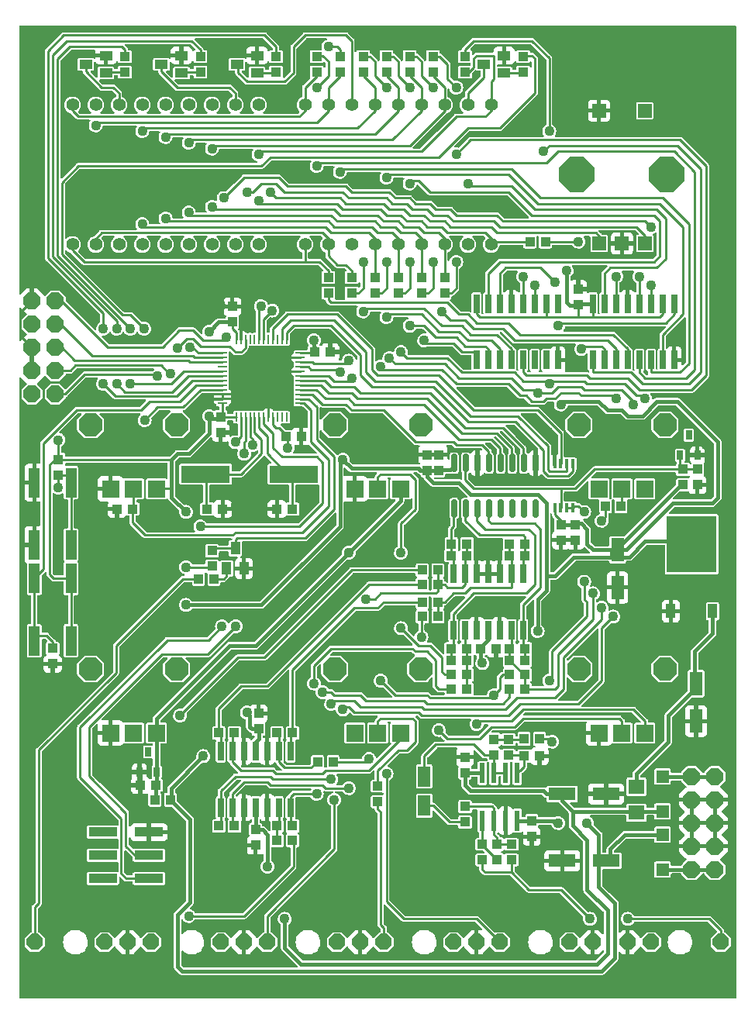
<source format=gbr>
%TF.GenerationSoftware,KiCad,Pcbnew,(6.0.11-0)*%
%TF.CreationDate,2023-03-06T23:39:12+01:00*%
%TF.ProjectId,braids,62726169-6473-42e6-9b69-6361645f7063,rev?*%
%TF.SameCoordinates,Original*%
%TF.FileFunction,Copper,L1,Top*%
%TF.FilePolarity,Positive*%
%FSLAX46Y46*%
G04 Gerber Fmt 4.6, Leading zero omitted, Abs format (unit mm)*
G04 Created by KiCad (PCBNEW (6.0.11-0)) date 2023-03-06 23:39:12*
%MOMM*%
%LPD*%
G01*
G04 APERTURE LIST*
G04 Aperture macros list*
%AMRoundRect*
0 Rectangle with rounded corners*
0 $1 Rounding radius*
0 $2 $3 $4 $5 $6 $7 $8 $9 X,Y pos of 4 corners*
0 Add a 4 corners polygon primitive as box body*
4,1,4,$2,$3,$4,$5,$6,$7,$8,$9,$2,$3,0*
0 Add four circle primitives for the rounded corners*
1,1,$1+$1,$2,$3*
1,1,$1+$1,$4,$5*
1,1,$1+$1,$6,$7*
1,1,$1+$1,$8,$9*
0 Add four rect primitives between the rounded corners*
20,1,$1+$1,$2,$3,$4,$5,0*
20,1,$1+$1,$4,$5,$6,$7,0*
20,1,$1+$1,$6,$7,$8,$9,0*
20,1,$1+$1,$8,$9,$2,$3,0*%
%AMOutline5P*
0 Free polygon, 5 corners , with rotation*
0 The origin of the aperture is its center*
0 number of corners: always 5*
0 $1 to $10 corner X, Y*
0 $11 Rotation angle, in degrees counterclockwise*
0 create outline with 5 corners*
4,1,5,$1,$2,$3,$4,$5,$6,$7,$8,$9,$10,$1,$2,$11*%
%AMOutline6P*
0 Free polygon, 6 corners , with rotation*
0 The origin of the aperture is its center*
0 number of corners: always 6*
0 $1 to $12 corner X, Y*
0 $13 Rotation angle, in degrees counterclockwise*
0 create outline with 6 corners*
4,1,6,$1,$2,$3,$4,$5,$6,$7,$8,$9,$10,$11,$12,$1,$2,$13*%
%AMOutline7P*
0 Free polygon, 7 corners , with rotation*
0 The origin of the aperture is its center*
0 number of corners: always 7*
0 $1 to $14 corner X, Y*
0 $15 Rotation angle, in degrees counterclockwise*
0 create outline with 7 corners*
4,1,7,$1,$2,$3,$4,$5,$6,$7,$8,$9,$10,$11,$12,$13,$14,$1,$2,$15*%
%AMOutline8P*
0 Free polygon, 8 corners , with rotation*
0 The origin of the aperture is its center*
0 number of corners: always 8*
0 $1 to $16 corner X, Y*
0 $17 Rotation angle, in degrees counterclockwise*
0 create outline with 8 corners*
4,1,8,$1,$2,$3,$4,$5,$6,$7,$8,$9,$10,$11,$12,$13,$14,$15,$16,$1,$2,$17*%
G04 Aperture macros list end*
%TA.AperFunction,SMDPad,CuDef*%
%ADD10R,1.100000X1.000000*%
%TD*%
%TA.AperFunction,SMDPad,CuDef*%
%ADD11R,1.000000X1.100000*%
%TD*%
%TA.AperFunction,ComponentPad*%
%ADD12R,1.879600X1.879600*%
%TD*%
%TA.AperFunction,ComponentPad*%
%ADD13Outline8P,-1.270000X0.526051X-0.526051X1.270000X0.526051X1.270000X1.270000X0.526051X1.270000X-0.526051X0.526051X-1.270000X-0.526051X-1.270000X-1.270000X-0.526051X90.000000*%
%TD*%
%TA.AperFunction,SMDPad,CuDef*%
%ADD14R,1.400000X1.000000*%
%TD*%
%TA.AperFunction,SMDPad,CuDef*%
%ADD15R,5.334000X1.930400*%
%TD*%
%TA.AperFunction,SMDPad,CuDef*%
%ADD16R,0.660400X2.032000*%
%TD*%
%TA.AperFunction,SMDPad,CuDef*%
%ADD17R,0.700000X1.000000*%
%TD*%
%TA.AperFunction,SMDPad,CuDef*%
%ADD18R,3.000000X1.400000*%
%TD*%
%TA.AperFunction,SMDPad,CuDef*%
%ADD19R,1.000000X1.400000*%
%TD*%
%TA.AperFunction,ComponentPad*%
%ADD20Outline8P,-0.889000X0.368236X-0.368236X0.889000X0.368236X0.889000X0.889000X0.368236X0.889000X-0.368236X0.368236X-0.889000X-0.368236X-0.889000X-0.889000X-0.368236X90.000000*%
%TD*%
%TA.AperFunction,SMDPad,CuDef*%
%ADD21R,1.200000X3.200000*%
%TD*%
%TA.AperFunction,SMDPad,CuDef*%
%ADD22RoundRect,0.150000X0.150000X-0.825000X0.150000X0.825000X-0.150000X0.825000X-0.150000X-0.825000X0*%
%TD*%
%TA.AperFunction,SMDPad,CuDef*%
%ADD23R,0.410000X1.020000*%
%TD*%
%TA.AperFunction,SMDPad,CuDef*%
%ADD24R,0.254000X1.000000*%
%TD*%
%TA.AperFunction,SMDPad,CuDef*%
%ADD25R,1.000000X0.254000*%
%TD*%
%TA.AperFunction,ComponentPad*%
%ADD26R,1.500000X1.500000*%
%TD*%
%TA.AperFunction,ComponentPad*%
%ADD27Outline8P,-1.908000X0.790319X-0.790319X1.908000X0.790319X1.908000X1.908000X0.790319X1.908000X-0.790319X0.790319X-1.908000X-0.790319X-1.908000X-1.908000X-0.790319X0.000000*%
%TD*%
%TA.AperFunction,SMDPad,CuDef*%
%ADD28R,3.150000X1.000000*%
%TD*%
%TA.AperFunction,ComponentPad*%
%ADD29C,1.422400*%
%TD*%
%TA.AperFunction,SMDPad,CuDef*%
%ADD30R,1.400000X2.600000*%
%TD*%
%TA.AperFunction,SMDPad,CuDef*%
%ADD31R,1.803000X1.600000*%
%TD*%
%TA.AperFunction,SMDPad,CuDef*%
%ADD32R,1.000000X1.600000*%
%TD*%
%TA.AperFunction,SMDPad,CuDef*%
%ADD33R,5.400000X6.200000*%
%TD*%
%TA.AperFunction,SMDPad,CuDef*%
%ADD34R,1.400000X1.400000*%
%TD*%
%TA.AperFunction,ComponentPad*%
%ADD35Outline8P,-0.889000X0.368236X-0.368236X0.889000X0.368236X0.889000X0.889000X0.368236X0.889000X-0.368236X0.368236X-0.889000X-0.368236X-0.889000X-0.889000X-0.368236X270.000000*%
%TD*%
%TA.AperFunction,SMDPad,CuDef*%
%ADD36R,1.400000X2.200000*%
%TD*%
%TA.AperFunction,SMDPad,CuDef*%
%ADD37R,0.600000X2.200000*%
%TD*%
%TA.AperFunction,ComponentPad*%
%ADD38Outline8P,-0.939800X0.389278X-0.389278X0.939800X0.389278X0.939800X0.939800X0.389278X0.939800X-0.389278X0.389278X-0.939800X-0.389278X-0.939800X-0.939800X-0.389278X270.000000*%
%TD*%
%TA.AperFunction,ComponentPad*%
%ADD39Outline8P,-0.939800X0.389278X-0.389278X0.939800X0.389278X0.939800X0.939800X0.389278X0.939800X-0.389278X0.389278X-0.939800X-0.389278X-0.939800X-0.939800X-0.389278X90.000000*%
%TD*%
%TA.AperFunction,ViaPad*%
%ADD40C,1.108000*%
%TD*%
%TA.AperFunction,Conductor*%
%ADD41C,0.250000*%
%TD*%
%TA.AperFunction,Conductor*%
%ADD42C,0.254000*%
%TD*%
%TA.AperFunction,Conductor*%
%ADD43C,0.406400*%
%TD*%
G04 APERTURE END LIST*
D10*
%TO.P,C16,1,1*%
%TO.N,Net-(C16-Pad1)*%
X158251100Y-119926100D03*
%TO.P,C16,2,2*%
%TO.N,PITCH_CV*%
X156551100Y-119926100D03*
%TD*%
%TO.P,R5,1,1*%
%TO.N,Net-(IC2-Pad6)*%
X144383600Y-55258600D03*
%TO.P,R5,2,2*%
%TO.N,Net-(DISP1-Pad17)*%
X144383600Y-56958600D03*
%TD*%
D11*
%TO.P,R41,1,1*%
%TO.N,Net-(IC9-Pad7)*%
X156551100Y-124371100D03*
%TO.P,R41,2,2*%
%TO.N,Net-(C16-Pad1)*%
X158251100Y-124371100D03*
%TD*%
D12*
%TO.P,R19,P$1,E*%
%TO.N,+3V3*%
X124341100Y-102478600D03*
%TO.P,R19,P$2,S*%
%TO.N,/braids_2/FINE_TUNE*%
X121841100Y-102478600D03*
%TO.P,R19,P$3,A*%
%TO.N,GND*%
X119341100Y-102478600D03*
D13*
%TO.P,R19,P$4*%
%TO.N,N/C*%
X126541100Y-95478600D03*
%TO.P,R19,P$5*%
X117141100Y-95478600D03*
%TD*%
D12*
%TO.P,R36,P$1,E*%
%TO.N,AREF_-10*%
X124341100Y-129148600D03*
%TO.P,R36,P$2,S*%
%TO.N,Net-(R28-Pad1)*%
X121841100Y-129148600D03*
%TO.P,R36,P$3,A*%
%TO.N,GND*%
X119341100Y-129148600D03*
D13*
%TO.P,R36,P$4*%
%TO.N,N/C*%
X126541100Y-122148600D03*
%TO.P,R36,P$5*%
X117141100Y-122148600D03*
%TD*%
D10*
%TO.P,R3,1,1*%
%TO.N,/braids_2/DISP_CHAR0*%
X137398600Y-55258600D03*
%TO.P,R3,2,2*%
%TO.N,Net-(Q3-PadB)*%
X137398600Y-56958600D03*
%TD*%
D11*
%TO.P,R32,1,1*%
%TO.N,Net-(R32-Pad1)*%
X153376100Y-116433600D03*
%TO.P,R32,2,2*%
%TO.N,Net-(C14-Pad1)*%
X155076100Y-116433600D03*
%TD*%
%TO.P,C11,1,1*%
%TO.N,+3V3*%
X168513600Y-106376100D03*
%TO.P,C11,2,2*%
%TO.N,GND*%
X168513600Y-108076100D03*
%TD*%
D14*
%TO.P,Q2,B,B*%
%TO.N,Net-(Q2-PadB)*%
X127068600Y-57058600D03*
%TO.P,Q2,C,C*%
%TO.N,Net-(DISP1-Pad11)*%
X124868600Y-56108600D03*
%TO.P,Q2,E,E*%
%TO.N,GND*%
X127068600Y-55158600D03*
%TD*%
D10*
%TO.P,R18,1,1*%
%TO.N,Net-(IC2-Pad3)*%
X155813600Y-81088600D03*
%TO.P,R18,2,2*%
%TO.N,Net-(DISP1-Pad7)*%
X155813600Y-79388600D03*
%TD*%
%TO.P,C22,1,1*%
%TO.N,Net-(C22-Pad1)*%
X164488600Y-131673600D03*
%TO.P,C22,2,2*%
%TO.N,GND*%
X166188600Y-131673600D03*
%TD*%
D15*
%TO.P,Q5,1,1*%
%TO.N,Net-(C10-Pad2)*%
X139367100Y-100876100D03*
%TO.P,Q5,2,2*%
%TO.N,Net-(C9-Pad2)*%
X129715100Y-100876100D03*
%TD*%
D10*
%TO.P,R13,1,1*%
%TO.N,Net-(IC2-Pad4)*%
X143113600Y-81088600D03*
%TO.P,R13,2,2*%
%TO.N,Net-(DISP1-Pad1)*%
X143113600Y-79388600D03*
%TD*%
D16*
%TO.P,IC9,1,OUT*%
%TO.N,Net-(IC9-Pad1)*%
X131366100Y-137287000D03*
%TO.P,IC9,2,-IN*%
%TO.N,Net-(IC9-Pad2)*%
X132636100Y-137287000D03*
%TO.P,IC9,3,+IN*%
%TO.N,GND*%
X133906100Y-137287000D03*
%TO.P,IC9,4,V+*%
%TO.N,VCC*%
X135176100Y-137287000D03*
%TO.P,IC9,5,+IN*%
%TO.N,GND*%
X136446100Y-137287000D03*
%TO.P,IC9,6,-IN*%
%TO.N,Net-(IC9-Pad6)*%
X137716100Y-137287000D03*
%TO.P,IC9,7,OUT*%
%TO.N,Net-(IC9-Pad7)*%
X138986100Y-137287000D03*
%TO.P,IC9,8,OUT*%
%TO.N,Net-(IC9-Pad8)*%
X138986100Y-131140200D03*
%TO.P,IC9,9,-IN*%
%TO.N,Net-(IC9-Pad9)*%
X137716100Y-131140200D03*
%TO.P,IC9,10,+IN*%
%TO.N,GND*%
X136446100Y-131140200D03*
%TO.P,IC9,11,V-*%
%TO.N,VEE*%
X135176100Y-131140200D03*
%TO.P,IC9,12,+IN*%
%TO.N,GND*%
X133906100Y-131140200D03*
%TO.P,IC9,13,-IN*%
%TO.N,Net-(IC9-Pad13)*%
X132636100Y-131140200D03*
%TO.P,IC9,14,OUT*%
%TO.N,Net-(IC9-Pad14)*%
X131366100Y-131140200D03*
%TD*%
D11*
%TO.P,R51,1,1*%
%TO.N,VEE*%
X125866100Y-136436100D03*
%TO.P,R51,2,2*%
%TO.N,AREF_-10*%
X124166100Y-136436100D03*
%TD*%
%TO.P,C6,1,1*%
%TO.N,+3V3*%
X153908600Y-100456100D03*
%TO.P,C6,2,2*%
%TO.N,GND*%
X153908600Y-98756100D03*
%TD*%
D17*
%TO.P,IC3,1,C*%
%TO.N,AREF*%
X181533600Y-98801100D03*
%TO.P,IC3,2,A*%
%TO.N,GND*%
X183433600Y-98801100D03*
%TO.P,IC3,3*%
%TO.N,N/C*%
X182483600Y-96601100D03*
%TD*%
D10*
%TO.P,R17,1,1*%
%TO.N,Net-(IC1-Pad1)*%
X153273600Y-81088600D03*
%TO.P,R17,2,2*%
%TO.N,Net-(DISP1-Pad6)*%
X153273600Y-79388600D03*
%TD*%
D11*
%TO.P,C4,1,1*%
%TO.N,+3V3*%
X131366100Y-94628600D03*
%TO.P,C4,2,2*%
%TO.N,GND*%
X131366100Y-96328600D03*
%TD*%
%TO.P,C28,1,1*%
%TO.N,VCC*%
X135176100Y-139713600D03*
%TO.P,C28,2,2*%
%TO.N,GND*%
X135176100Y-141413600D03*
%TD*%
D18*
%TO.P,C30,+,+*%
%TO.N,GND*%
X168653600Y-143103600D03*
%TO.P,C30,-,-*%
%TO.N,VEE*%
X173453600Y-143103600D03*
%TD*%
D19*
%TO.P,Q6,B,B*%
%TO.N,Net-(Q6-PadB)*%
X132003600Y-111183600D03*
%TO.P,Q6,C,C*%
%TO.N,GATE*%
X132953600Y-108983600D03*
%TO.P,Q6,E,E*%
%TO.N,GND*%
X133903600Y-111183600D03*
%TD*%
D11*
%TO.P,C7,1,1*%
%TO.N,+3V3*%
X155178600Y-100456100D03*
%TO.P,C7,2,2*%
%TO.N,GND*%
X155178600Y-98756100D03*
%TD*%
D16*
%TO.P,IC2,1,QB*%
%TO.N,Net-(IC2-Pad1)*%
X172006100Y-88392000D03*
%TO.P,IC2,2,QC*%
%TO.N,Net-(IC2-Pad2)*%
X173276100Y-88392000D03*
%TO.P,IC2,3,QD*%
%TO.N,Net-(IC2-Pad3)*%
X174546100Y-88392000D03*
%TO.P,IC2,4,QE*%
%TO.N,Net-(IC2-Pad4)*%
X175816100Y-88392000D03*
%TO.P,IC2,5,QF*%
%TO.N,Net-(IC2-Pad5)*%
X177086100Y-88392000D03*
%TO.P,IC2,6,QG*%
%TO.N,Net-(IC2-Pad6)*%
X178356100Y-88392000D03*
%TO.P,IC2,7,QH*%
%TO.N,Net-(IC2-Pad7)*%
X179626100Y-88392000D03*
%TO.P,IC2,8,GND*%
%TO.N,GND*%
X180896100Y-88392000D03*
%TO.P,IC2,9,QH\u002A*%
%TO.N,Net-(IC1-Pad14)*%
X180896100Y-82245200D03*
%TO.P,IC2,10,SCL*%
%TO.N,+3V3*%
X179626100Y-82245200D03*
%TO.P,IC2,11,SCK*%
%TO.N,/braids_2/DISP_SCK*%
X178356100Y-82245200D03*
%TO.P,IC2,12,RCK*%
%TO.N,/braids_2/DISP_EN*%
X177086100Y-82245200D03*
%TO.P,IC2,13,G*%
%TO.N,GND*%
X175816100Y-82245200D03*
%TO.P,IC2,14,SER*%
%TO.N,/braids_2/DISP_SER*%
X174546100Y-82245200D03*
%TO.P,IC2,15,QA*%
%TO.N,Net-(IC2-Pad15)*%
X173276100Y-82245200D03*
%TO.P,IC2,16,VCC*%
%TO.N,+3V3*%
X172006100Y-82245200D03*
%TD*%
D10*
%TO.P,R55,1,1*%
%TO.N,Net-(J6-PadP3)*%
X159941100Y-143001100D03*
%TO.P,R55,2,2*%
%TO.N,Net-(C29-Pad2)*%
X159941100Y-141301100D03*
%TD*%
D17*
%TO.P,IC8,1,C*%
%TO.N,GND*%
X122478600Y-133408600D03*
%TO.P,IC8,2,A*%
%TO.N,AREF_-10*%
X124378600Y-133408600D03*
%TO.P,IC8,3*%
%TO.N,N/C*%
X123428600Y-131208600D03*
%TD*%
D10*
%TO.P,R27,1,1*%
%TO.N,GATE*%
X130413600Y-109233600D03*
%TO.P,R27,2,2*%
%TO.N,+3V3*%
X130413600Y-110933600D03*
%TD*%
%TO.P,R23,1,1*%
%TO.N,+3V3*%
X181848600Y-102043600D03*
%TO.P,R23,2,2*%
%TO.N,AREF*%
X181848600Y-100343600D03*
%TD*%
%TO.P,R22,1,1*%
%TO.N,/braids_2/RESET*%
X113635000Y-100961300D03*
%TO.P,R22,2,2*%
%TO.N,+3V3*%
X113635000Y-99261300D03*
%TD*%
D11*
%TO.P,C1,1,1*%
%TO.N,+3V3*%
X170418600Y-82358600D03*
%TO.P,C1,2,2*%
%TO.N,GND*%
X170418600Y-80658600D03*
%TD*%
D10*
%TO.P,R1,1,1*%
%TO.N,/braids_2/DISP_CHAR2*%
X120888600Y-55258600D03*
%TO.P,R1,2,2*%
%TO.N,Net-(Q1-PadB)*%
X120888600Y-56958600D03*
%TD*%
D11*
%TO.P,R12,1,1*%
%TO.N,Net-(IC2-Pad2)*%
X166823600Y-75476100D03*
%TO.P,R12,2,2*%
%TO.N,Net-(DISP1-Pad9)*%
X165123600Y-75476100D03*
%TD*%
D20*
%TO.P,J4,P1,1*%
%TO.N,GND*%
X159306100Y-151993600D03*
%TO.P,J4,P2,2*%
%TO.N,unconnected-(J4-PadP2)*%
X156766100Y-151993600D03*
%TO.P,J4,P3,3*%
%TO.N,Net-(J4-PadP3)*%
X149146100Y-151993600D03*
%TD*%
D11*
%TO.P,R53,1,1*%
%TO.N,Net-(IC9-Pad6)*%
X137501100Y-139293600D03*
%TO.P,R53,2,2*%
%TO.N,Net-(IC9-Pad7)*%
X139201100Y-139293600D03*
%TD*%
D20*
%TO.P,J3,P1,1*%
%TO.N,GND*%
X146606100Y-151993600D03*
%TO.P,J3,P2,2*%
%TO.N,unconnected-(J3-PadP2)*%
X144066100Y-151993600D03*
%TO.P,J3,P3,3*%
%TO.N,Net-(J3-PadP3)*%
X136446100Y-151993600D03*
%TD*%
D21*
%TO.P,SW2,A,P*%
%TO.N,GND*%
X111000000Y-101791300D03*
%TO.P,SW2,A',P1*%
X111000000Y-108591300D03*
%TO.P,SW2,B,S*%
%TO.N,/braids_2/RESET*%
X115000000Y-101791300D03*
%TO.P,SW2,B',S1*%
X115000000Y-108591300D03*
%TD*%
D22*
%TO.P,IC4,1,CH0*%
%TO.N,PARAM1_CV*%
X156855000Y-104621100D03*
%TO.P,IC4,2,CH1*%
%TO.N,PARAM2_CV*%
X158125000Y-104621100D03*
%TO.P,IC4,3,CH2*%
%TO.N,PITCH_CV*%
X159395000Y-104621100D03*
%TO.P,IC4,4,CH3*%
%TO.N,FM_CV*%
X160665000Y-104621100D03*
%TO.P,IC4,5,CH4*%
%TO.N,unconnected-(IC4-Pad5)*%
X161935000Y-104621100D03*
%TO.P,IC4,6,CH5*%
%TO.N,unconnected-(IC4-Pad6)*%
X163205000Y-104621100D03*
%TO.P,IC4,7,CH6*%
%TO.N,unconnected-(IC4-Pad7)*%
X164475000Y-104621100D03*
%TO.P,IC4,8,CH7*%
%TO.N,unconnected-(IC4-Pad8)*%
X165745000Y-104621100D03*
%TO.P,IC4,9,DGND*%
%TO.N,GND*%
X165745000Y-99671100D03*
%TO.P,IC4,10,~{CS}/SHDN*%
%TO.N,/braids_2/ADC_SS*%
X164475000Y-99671100D03*
%TO.P,IC4,11,Din*%
%TO.N,/braids_2/ADC_MOSI*%
X163205000Y-99671100D03*
%TO.P,IC4,12,Dout*%
%TO.N,/braids_2/ADC_MISO*%
X161935000Y-99671100D03*
%TO.P,IC4,13,CLK*%
%TO.N,/braids_2/ADC_SCK*%
X160665000Y-99671100D03*
%TO.P,IC4,14,AGND*%
%TO.N,GND*%
X159395000Y-99671100D03*
%TO.P,IC4,15,Vref*%
%TO.N,AREF*%
X158125000Y-99671100D03*
%TO.P,IC4,16,Vdd*%
%TO.N,+3V3*%
X156855000Y-99671100D03*
%TD*%
D14*
%TO.P,Q3,B,B*%
%TO.N,Net-(Q3-PadB)*%
X135323600Y-57058600D03*
%TO.P,Q3,C,C*%
%TO.N,Net-(DISP2-Pad16)*%
X133123600Y-56108600D03*
%TO.P,Q3,E,E*%
%TO.N,GND*%
X135323600Y-55158600D03*
%TD*%
D10*
%TO.P,R50,1,1*%
%TO.N,Net-(C29-Pad1)*%
X158036100Y-137173600D03*
%TO.P,R50,2,2*%
%TO.N,Net-(C24-Pad-)*%
X158036100Y-138873600D03*
%TD*%
D20*
%TO.P,J5,P1,1*%
%TO.N,GND*%
X172006100Y-151993600D03*
%TO.P,J5,P2,2*%
%TO.N,unconnected-(J5-PadP2)*%
X169466100Y-151993600D03*
%TO.P,J5,P3,3*%
%TO.N,Net-(J5-PadP3)*%
X161846100Y-151993600D03*
%TD*%
D11*
%TO.P,R42,1,1*%
%TO.N,Net-(IC9-Pad1)*%
X162901100Y-124371100D03*
%TO.P,R42,2,2*%
%TO.N,Net-(C17-Pad1)*%
X164601100Y-124371100D03*
%TD*%
D10*
%TO.P,R7,1,1*%
%TO.N,Net-(IC1-Pad15)*%
X149463600Y-55258600D03*
%TO.P,R7,2,2*%
%TO.N,Net-(DISP1-Pad14)*%
X149463600Y-56958600D03*
%TD*%
D23*
%TO.P,IC5,1,VDD*%
%TO.N,+3V3*%
X167856100Y-104546100D03*
%TO.P,IC5,2,VREF*%
%TO.N,AREF*%
X168506100Y-104546100D03*
%TO.P,IC5,3,FB*%
%TO.N,AUDIO_OUT*%
X169156100Y-104546100D03*
%TO.P,IC5,4,OUT*%
X169806100Y-104546100D03*
%TO.P,IC5,5,~{SYNC}*%
%TO.N,/braids_2/DAC_SS*%
X169806100Y-99746100D03*
%TO.P,IC5,6,SCLK*%
%TO.N,/braids_2/DAC_SCK*%
X169156100Y-99746100D03*
%TO.P,IC5,7,DIN*%
%TO.N,/braids_2/DAC_MOSI*%
X168506100Y-99746100D03*
%TO.P,IC5,8,GND*%
%TO.N,GND*%
X167856100Y-99746100D03*
%TD*%
D11*
%TO.P,R28,1,1*%
%TO.N,Net-(R28-Pad1)*%
X153376100Y-111353600D03*
%TO.P,R28,2,2*%
%TO.N,Net-(C13-Pad1)*%
X155076100Y-111353600D03*
%TD*%
D20*
%TO.P,J1,P1,1*%
%TO.N,GND*%
X121206100Y-151993600D03*
%TO.P,J1,P2,2*%
%TO.N,unconnected-(J1-PadP2)*%
X118666100Y-151993600D03*
%TO.P,J1,P3,3*%
%TO.N,Net-(J1-PadP3)*%
X111046100Y-151993600D03*
%TD*%
D10*
%TO.P,C18,1,1*%
%TO.N,+3V3*%
X159726100Y-119926100D03*
%TO.P,C18,2,2*%
%TO.N,GND*%
X161426100Y-119926100D03*
%TD*%
%TO.P,R14,1,1*%
%TO.N,Net-(IC1-Pad4)*%
X145653600Y-81088600D03*
%TO.P,R14,2,2*%
%TO.N,Net-(DISP1-Pad2)*%
X145653600Y-79388600D03*
%TD*%
%TO.P,C3,1,1*%
%TO.N,+3V3*%
X141628600Y-87541100D03*
%TO.P,C3,2,2*%
%TO.N,GND*%
X143328600Y-87541100D03*
%TD*%
D20*
%TO.P,J2,P1,1*%
%TO.N,GND*%
X133906100Y-151993600D03*
%TO.P,J2,P2,2*%
%TO.N,unconnected-(J2-PadP2)*%
X131366100Y-151993600D03*
%TO.P,J2,P3,3*%
%TO.N,Net-(J2-PadP3)*%
X123746100Y-151993600D03*
%TD*%
D18*
%TO.P,C25,+,+*%
%TO.N,VCC*%
X168653600Y-135801100D03*
%TO.P,C25,-,-*%
%TO.N,GND*%
X173453600Y-135801100D03*
%TD*%
D11*
%TO.P,C8,1,1*%
%TO.N,AREF*%
X183436100Y-100343600D03*
%TO.P,C8,2,2*%
%TO.N,GND*%
X183436100Y-102043600D03*
%TD*%
D24*
%TO.P,UC1,1,VBAT*%
%TO.N,+3V3*%
X133061100Y-94648600D03*
%TO.P,UC1,2,PC13-TAMPER-RTC*%
%TO.N,/braids_2/ENC_CLICK*%
X133561100Y-94648600D03*
%TO.P,UC1,3,PC14-OSC32_IN*%
%TO.N,/braids_2/ENC_A*%
X134061100Y-94648600D03*
%TO.P,UC1,4,PC15-OSC32_OUT*%
%TO.N,/braids_2/ENC_B*%
X134561100Y-94648600D03*
%TO.P,UC1,5,PD0-OSC_IN*%
%TO.N,Net-(C9-Pad2)*%
X135061100Y-94648600D03*
%TO.P,UC1,6,PD1-OSC_OUT*%
%TO.N,Net-(C10-Pad2)*%
X135561100Y-94648600D03*
%TO.P,UC1,7,NRST*%
%TO.N,/braids_2/RESET*%
X136061100Y-94648600D03*
%TO.P,UC1,8,VSS_A*%
%TO.N,GND*%
X136561100Y-94648600D03*
%TO.P,UC1,9,VDD_A*%
%TO.N,+3V3*%
X137061100Y-94648600D03*
%TO.P,UC1,10,PA0_WKUP/USART2_CTS/ADC12_IN0/TIM2_CH1_ETR*%
%TO.N,unconnected-(UC1-Pad10)*%
X137561100Y-94648600D03*
%TO.P,UC1,11,PA1/USART2_RTS/ADC12_IN1/TIM2_CH2*%
%TO.N,unconnected-(UC1-Pad11)*%
X138061100Y-94648600D03*
%TO.P,UC1,12,PA2/USART2_TX/ADC12_IN2/TIM2_CH3*%
%TO.N,unconnected-(UC1-Pad12)*%
X138561100Y-94648600D03*
D25*
%TO.P,UC1,13,PA3/USART2_RX/ADC12_IN3/TIM2_CH4*%
%TO.N,/braids_2/FINE_TUNE*%
X140061100Y-93148600D03*
%TO.P,UC1,14,PA4/SPI1_NSS/USART2_CK/ADC12_IN4*%
%TO.N,GATE*%
X140061100Y-92648600D03*
%TO.P,UC1,15,PA5/SPI1_SCK/ADC12_IN5*%
%TO.N,/braids_2/ADC_SCK*%
X140061100Y-92148600D03*
%TO.P,UC1,16,PA6/SPI1_MISO/ADC12_IN6/TIM3_CH1*%
%TO.N,/braids_2/ADC_MISO*%
X140061100Y-91648600D03*
%TO.P,UC1,17,PA7/SPI1_MOSI/ADC12_IN7/TIM3_CH2*%
%TO.N,/braids_2/ADC_MOSI*%
X140061100Y-91148600D03*
%TO.P,UC1,18,PB0/ADC12_IN8/TIM3_CH3*%
%TO.N,/braids_2/ADC_SS*%
X140061100Y-90648600D03*
%TO.P,UC1,19,PB1/ADC12_IN9/TIM3_CH4*%
%TO.N,/braids_2/DISP_SER*%
X140061100Y-90148600D03*
%TO.P,UC1,20,PB2/BOOT1*%
%TO.N,GND*%
X140061100Y-89648600D03*
%TO.P,UC1,21,PB10/I2C2_SCL/USART3_TX*%
%TO.N,/braids_2/DISP_EN*%
X140061100Y-89148600D03*
%TO.P,UC1,22,PB11/I2C2_SDA/USART3_RX*%
%TO.N,/braids_2/DISP_SCK*%
X140061100Y-88648600D03*
%TO.P,UC1,23,VSS_1*%
%TO.N,GND*%
X140061100Y-88148600D03*
%TO.P,UC1,24,VDD_1*%
%TO.N,+3V3*%
X140061100Y-87648600D03*
D24*
%TO.P,UC1,25,PB12/SPI2_NSS/I2C2_SMBA/USART3_CK/TIM1_BKIN*%
%TO.N,/braids_2/DAC_SS*%
X138561100Y-86148600D03*
%TO.P,UC1,26,PB13/SPI2_SCK/USART3_CTS/TIM1_CH1N*%
%TO.N,/braids_2/DAC_SCK*%
X138061100Y-86148600D03*
%TO.P,UC1,27,PB14/SPI2_MISO/USART3_RTS/TIM1_CH2N*%
%TO.N,unconnected-(UC1-Pad27)*%
X137561100Y-86148600D03*
%TO.P,UC1,28,PB15/SPI2_MOSI/TIM1_CH3N*%
%TO.N,/braids_2/DAC_MOSI*%
X137061100Y-86148600D03*
%TO.P,UC1,29,PA8/USART1_CK/TIM1_CH1/MCO*%
%TO.N,unconnected-(UC1-Pad29)*%
X136561100Y-86148600D03*
%TO.P,UC1,30,PA9/USART1_TX/TIM1_CH2*%
%TO.N,/braids_2/TX*%
X136061100Y-86148600D03*
%TO.P,UC1,31,PA10/USART1_RX/TIM1_CH3*%
%TO.N,/braids_2/RX*%
X135561100Y-86148600D03*
%TO.P,UC1,32,PA11/USART1_CTS/CAN_RX/TIM1_CH4/USBDM*%
%TO.N,unconnected-(UC1-Pad32)*%
X135061100Y-86148600D03*
%TO.P,UC1,33,PA12/USART1_RTS/CAN_TX/TIM1_ETR/USBDP*%
%TO.N,unconnected-(UC1-Pad33)*%
X134561100Y-86148600D03*
%TO.P,UC1,34,PA13/JTMS/SWDIO*%
%TO.N,/braids_2/JTMS*%
X134061100Y-86148600D03*
%TO.P,UC1,35,VSS_2*%
%TO.N,GND*%
X133561100Y-86148600D03*
%TO.P,UC1,36,VDD_2*%
%TO.N,+3V3*%
X133061100Y-86148600D03*
D25*
%TO.P,UC1,37,PA14/JTCK/SWCLK*%
%TO.N,/braids_2/JTCK*%
X131561100Y-87648600D03*
%TO.P,UC1,38,PA15/JTDI*%
%TO.N,/braids_2/JTDI*%
X131561100Y-88148600D03*
%TO.P,UC1,39,PB3/JTDO*%
%TO.N,/braids_2/JTDO*%
X131561100Y-88648600D03*
%TO.P,UC1,40,PB4/NJTRST*%
%TO.N,unconnected-(UC1-Pad40)*%
X131561100Y-89148600D03*
%TO.P,UC1,41,PB5/I2C1_SMBA*%
%TO.N,/braids_2/DISP_CHAR2*%
X131561100Y-89648600D03*
%TO.P,UC1,42,PB6/I2C1_SCL/TIM4_CH1*%
%TO.N,/braids_2/DISP_CHAR3*%
X131561100Y-90148600D03*
%TO.P,UC1,43,PB7/I2C1_SDA/TIM4_CH2*%
%TO.N,/braids_2/DISP_CHAR0*%
X131561100Y-90648600D03*
%TO.P,UC1,44,BOOT0*%
%TO.N,/braids_2/BOOT_FLASH*%
X131561100Y-91148600D03*
%TO.P,UC1,45,PB8/TIM4_CH3*%
%TO.N,/braids_2/DISP_CHAR1*%
X131561100Y-91648600D03*
%TO.P,UC1,46,PB9/TIM4_CH4*%
%TO.N,GND*%
X131561100Y-92148600D03*
%TO.P,UC1,47,VSS_3*%
X131561100Y-92648600D03*
%TO.P,UC1,48,VDD_3*%
%TO.N,+3V3*%
X131561100Y-93148600D03*
%TD*%
D10*
%TO.P,C26,1,1*%
%TO.N,AREF_-10*%
X124278600Y-134848600D03*
%TO.P,C26,2,2*%
%TO.N,GND*%
X122578600Y-134848600D03*
%TD*%
%TO.P,C17,1,1*%
%TO.N,Net-(C17-Pad1)*%
X162901100Y-119926100D03*
%TO.P,C17,2,2*%
%TO.N,FM_CV*%
X164601100Y-119926100D03*
%TD*%
%TO.P,R2,1,1*%
%TO.N,/braids_2/DISP_CHAR3*%
X129143600Y-55258600D03*
%TO.P,R2,2,2*%
%TO.N,Net-(Q2-PadB)*%
X129143600Y-56958600D03*
%TD*%
%TO.P,C13,1,1*%
%TO.N,Net-(C13-Pad1)*%
X158251100Y-109766100D03*
%TO.P,C13,2,2*%
%TO.N,PARAM1_CV*%
X156551100Y-109766100D03*
%TD*%
%TO.P,R16,1,1*%
%TO.N,Net-(IC1-Pad2)*%
X150733600Y-81088600D03*
%TO.P,R16,2,2*%
%TO.N,Net-(DISP1-Pad5)*%
X150733600Y-79388600D03*
%TD*%
D11*
%TO.P,C27,1,1*%
%TO.N,GND*%
X165338600Y-140461100D03*
%TO.P,C27,2,2*%
%TO.N,VEE*%
X165338600Y-138761100D03*
%TD*%
%TO.P,R35,1,1*%
%TO.N,Net-(C17-Pad1)*%
X162901100Y-121196100D03*
%TO.P,R35,2,2*%
%TO.N,FM_CV*%
X164601100Y-121196100D03*
%TD*%
%TO.P,R34,1,1*%
%TO.N,Net-(C16-Pad1)*%
X158251100Y-121196100D03*
%TO.P,R34,2,2*%
%TO.N,PITCH_CV*%
X156551100Y-121196100D03*
%TD*%
D10*
%TO.P,R8,1,1*%
%TO.N,Net-(IC1-Pad5)*%
X152003600Y-55258600D03*
%TO.P,R8,2,2*%
%TO.N,Net-(DISP1-Pad13)*%
X152003600Y-56958600D03*
%TD*%
D11*
%TO.P,C29,1,1*%
%TO.N,Net-(C29-Pad1)*%
X161528600Y-141301100D03*
%TO.P,C29,2,2*%
%TO.N,Net-(C29-Pad2)*%
X161528600Y-143001100D03*
%TD*%
D16*
%TO.P,IC1,1,QB*%
%TO.N,Net-(IC1-Pad1)*%
X159306100Y-88392000D03*
%TO.P,IC1,2,QC*%
%TO.N,Net-(IC1-Pad2)*%
X160576100Y-88392000D03*
%TO.P,IC1,3,QD*%
%TO.N,Net-(IC1-Pad3)*%
X161846100Y-88392000D03*
%TO.P,IC1,4,QE*%
%TO.N,Net-(IC1-Pad4)*%
X163116100Y-88392000D03*
%TO.P,IC1,5,QF*%
%TO.N,Net-(IC1-Pad5)*%
X164386100Y-88392000D03*
%TO.P,IC1,6,QG*%
%TO.N,unconnected-(IC1-Pad6)*%
X165656100Y-88392000D03*
%TO.P,IC1,7,QH*%
%TO.N,unconnected-(IC1-Pad7)*%
X166926100Y-88392000D03*
%TO.P,IC1,8,GND*%
%TO.N,GND*%
X168196100Y-88392000D03*
%TO.P,IC1,9,QH\u002A*%
%TO.N,unconnected-(IC1-Pad9)*%
X168196100Y-82245200D03*
%TO.P,IC1,10,SCL*%
%TO.N,+3V3*%
X166926100Y-82245200D03*
%TO.P,IC1,11,SCK*%
%TO.N,/braids_2/DISP_SCK*%
X165656100Y-82245200D03*
%TO.P,IC1,12,RCK*%
%TO.N,/braids_2/DISP_EN*%
X164386100Y-82245200D03*
%TO.P,IC1,13,G*%
%TO.N,GND*%
X163116100Y-82245200D03*
%TO.P,IC1,14,SER*%
%TO.N,Net-(IC1-Pad14)*%
X161846100Y-82245200D03*
%TO.P,IC1,15,QA*%
%TO.N,Net-(IC1-Pad15)*%
X160576100Y-82245200D03*
%TO.P,IC1,16,VCC*%
%TO.N,+3V3*%
X159306100Y-82245200D03*
%TD*%
D10*
%TO.P,R6,1,1*%
%TO.N,Net-(IC2-Pad7)*%
X146923600Y-55258600D03*
%TO.P,R6,2,2*%
%TO.N,Net-(DISP1-Pad15)*%
X146923600Y-56958600D03*
%TD*%
D14*
%TO.P,Q4,B,B*%
%TO.N,Net-(Q4-PadB)*%
X162311100Y-57058600D03*
%TO.P,Q4,C,C*%
%TO.N,Net-(DISP2-Pad11)*%
X160111100Y-56108600D03*
%TO.P,Q4,E,E*%
%TO.N,GND*%
X162311100Y-55158600D03*
%TD*%
D11*
%TO.P,R47,1,1*%
%TO.N,Net-(J5-PadP3)*%
X143646100Y-132308600D03*
%TO.P,R47,2,2*%
%TO.N,Net-(IC9-Pad9)*%
X141946100Y-132308600D03*
%TD*%
D26*
%TO.P,SW1,A,A*%
%TO.N,/braids_2/ENC_B*%
X172681100Y-75673600D03*
%TO.P,SW1,B,B*%
%TO.N,/braids_2/ENC_A*%
X177681100Y-75673600D03*
%TO.P,SW1,C,C*%
%TO.N,GND*%
X175181100Y-75673600D03*
%TO.P,SW1,D,1*%
X172681100Y-61173600D03*
%TO.P,SW1,E,2*%
%TO.N,/braids_2/ENC_CLICK*%
X177681100Y-61173600D03*
D27*
%TO.P,SW1,GND1*%
%TO.N,N/C*%
X170281100Y-68173600D03*
%TO.P,SW1,GND2*%
X180081100Y-68173600D03*
%TD*%
D12*
%TO.P,R20,P$1,E*%
%TO.N,AREF_-10*%
X151011100Y-102478600D03*
%TO.P,R20,P$2,S*%
%TO.N,Net-(R20-PadP$2)*%
X148511100Y-102478600D03*
%TO.P,R20,P$3,A*%
%TO.N,GND*%
X146011100Y-102478600D03*
D13*
%TO.P,R20,P$4*%
%TO.N,N/C*%
X153211100Y-95478600D03*
%TO.P,R20,P$5*%
X143811100Y-95478600D03*
%TD*%
D28*
%TO.P,J7,1,Pin_1*%
%TO.N,/braids_2/RX*%
X123525000Y-145040000D03*
%TO.P,J7,2,Pin_2*%
%TO.N,unconnected-(J7-Pad2)*%
X118475000Y-145040000D03*
%TO.P,J7,3,Pin_3*%
%TO.N,/braids_2/TX*%
X123525000Y-142500000D03*
%TO.P,J7,4,Pin_4*%
%TO.N,unconnected-(J7-Pad4)*%
X118475000Y-142500000D03*
%TO.P,J7,5,Pin_5*%
%TO.N,GND*%
X123525000Y-139960000D03*
%TO.P,J7,6,Pin_6*%
%TO.N,unconnected-(J7-Pad6)*%
X118475000Y-139960000D03*
%TD*%
D29*
%TO.P,DISP1,1,E*%
%TO.N,Net-(DISP1-Pad1)*%
X115173600Y-75793600D03*
%TO.P,DISP1,2,N*%
%TO.N,Net-(DISP1-Pad2)*%
X117713600Y-75793600D03*
%TO.P,DISP1,3*%
%TO.N,N/C*%
X120253600Y-75793600D03*
%TO.P,DISP1,4,M*%
%TO.N,Net-(DISP1-Pad4)*%
X122793600Y-75793600D03*
%TO.P,DISP1,5,L*%
%TO.N,Net-(DISP1-Pad5)*%
X125333600Y-75793600D03*
%TO.P,DISP1,6,K*%
%TO.N,Net-(DISP1-Pad6)*%
X127873600Y-75793600D03*
%TO.P,DISP1,7,D*%
%TO.N,Net-(DISP1-Pad7)*%
X130413600Y-75793600D03*
%TO.P,DISP1,8,DP*%
%TO.N,unconnected-(DISP1-Pad8)*%
X132953600Y-75793600D03*
%TO.P,DISP1,9,C*%
%TO.N,Net-(DISP1-Pad9)*%
X135493600Y-75793600D03*
%TO.P,DISP1,10,B*%
%TO.N,Net-(DISP1-Pad10)*%
X135493600Y-60553600D03*
%TO.P,DISP1,11,K2*%
%TO.N,Net-(DISP1-Pad11)*%
X132953600Y-60553600D03*
%TO.P,DISP1,12,A*%
%TO.N,Net-(DISP1-Pad12)*%
X130413600Y-60553600D03*
%TO.P,DISP1,13,P*%
%TO.N,Net-(DISP1-Pad13)*%
X127873600Y-60553600D03*
%TO.P,DISP1,14,J*%
%TO.N,Net-(DISP1-Pad14)*%
X125333600Y-60553600D03*
%TO.P,DISP1,15,H*%
%TO.N,Net-(DISP1-Pad15)*%
X122793600Y-60553600D03*
%TO.P,DISP1,16,K1*%
%TO.N,Net-(DISP1-Pad16)*%
X120253600Y-60553600D03*
%TO.P,DISP1,17,G*%
%TO.N,Net-(DISP1-Pad17)*%
X117713600Y-60553600D03*
%TO.P,DISP1,18,F*%
%TO.N,Net-(DISP1-Pad18)*%
X115173600Y-60553600D03*
%TD*%
D10*
%TO.P,R46,1,1*%
%TO.N,Net-(C22-Pad1)*%
X162798600Y-131571100D03*
%TO.P,R46,2,2*%
%TO.N,Net-(C21-Pad1)*%
X162798600Y-129871100D03*
%TD*%
%TO.P,C5,1,1*%
%TO.N,+3V3*%
X138453600Y-96748600D03*
%TO.P,C5,2,2*%
%TO.N,GND*%
X140153600Y-96748600D03*
%TD*%
%TO.P,R56,1,1*%
%TO.N,Net-(J6-PadP3)*%
X163116100Y-143001100D03*
%TO.P,R56,2,2*%
%TO.N,Net-(C29-Pad1)*%
X163116100Y-141301100D03*
%TD*%
D30*
%TO.P,C19,+,+*%
%TO.N,Net-(C19-Pad+)*%
X183277300Y-123749800D03*
%TO.P,C19,-,-*%
%TO.N,GND*%
X183277300Y-127849800D03*
%TD*%
D11*
%TO.P,R44,1,1*%
%TO.N,Net-(IC9-Pad9)*%
X137501100Y-129133600D03*
%TO.P,R44,2,2*%
%TO.N,Net-(IC9-Pad8)*%
X139201100Y-129133600D03*
%TD*%
%TO.P,R52,1,1*%
%TO.N,Net-(IC9-Pad2)*%
X132851100Y-139293600D03*
%TO.P,R52,2,2*%
%TO.N,Net-(IC9-Pad1)*%
X131151100Y-139293600D03*
%TD*%
%TO.P,R25,1,1*%
%TO.N,Net-(C13-Pad1)*%
X158251100Y-108496100D03*
%TO.P,R25,2,2*%
%TO.N,PARAM1_CV*%
X156551100Y-108496100D03*
%TD*%
%TO.P,R24,1,1*%
%TO.N,Net-(J3-PadP3)*%
X173378600Y-104368600D03*
%TO.P,R24,2,2*%
%TO.N,Net-(R21-PadP$2)*%
X175078600Y-104368600D03*
%TD*%
%TO.P,R30,1,1*%
%TO.N,Net-(IC9-Pad14)*%
X153376100Y-112941100D03*
%TO.P,R30,2,2*%
%TO.N,Net-(C13-Pad1)*%
X155076100Y-112941100D03*
%TD*%
%TO.P,R43,1,1*%
%TO.N,Net-(IC9-Pad13)*%
X132851100Y-129133600D03*
%TO.P,R43,2,2*%
%TO.N,Net-(IC9-Pad14)*%
X131151100Y-129133600D03*
%TD*%
D10*
%TO.P,C14,1,1*%
%TO.N,Net-(C14-Pad1)*%
X162901100Y-109766100D03*
%TO.P,C14,2,2*%
%TO.N,PARAM2_CV*%
X164601100Y-109766100D03*
%TD*%
D12*
%TO.P,R38,P$1,E*%
%TO.N,AREF_-10*%
X177681100Y-129148600D03*
%TO.P,R38,P$2,S*%
%TO.N,Net-(R32-Pad1)*%
X175181100Y-129148600D03*
%TO.P,R38,P$3,A*%
%TO.N,GND*%
X172681100Y-129148600D03*
D13*
%TO.P,R38,P$4*%
%TO.N,N/C*%
X179881100Y-122148600D03*
%TO.P,R38,P$5*%
X170481100Y-122148600D03*
%TD*%
D31*
%TO.P,R49,1,1*%
%TO.N,Net-(C19-Pad+)*%
X176768600Y-135014100D03*
%TO.P,R49,2,2*%
%TO.N,VCC*%
X176768600Y-137858100D03*
%TD*%
D12*
%TO.P,R37,P$1,E*%
%TO.N,Net-(IC9-Pad13)*%
X151011100Y-129148600D03*
%TO.P,R37,P$2,S*%
%TO.N,Net-(R37-PadP$2)*%
X148511100Y-129148600D03*
%TO.P,R37,P$3,A*%
%TO.N,Net-(C13-Pad1)*%
X146011100Y-129148600D03*
D13*
%TO.P,R37,P$4*%
%TO.N,N/C*%
X153211100Y-122148600D03*
%TO.P,R37,P$5*%
X143811100Y-122148600D03*
%TD*%
D32*
%TO.P,IC6,1,GND*%
%TO.N,GND*%
X180521100Y-115836100D03*
%TO.P,IC6,2,VIN*%
%TO.N,Net-(C19-Pad+)*%
X185081100Y-115836100D03*
D33*
%TO.P,IC6,3,VOUT*%
%TO.N,+3V3*%
X182801100Y-108536100D03*
%TD*%
D16*
%TO.P,IC7,1,OUT*%
%TO.N,PITCH_CV*%
X156766100Y-117919500D03*
%TO.P,IC7,2,-IN*%
%TO.N,Net-(C16-Pad1)*%
X158036100Y-117919500D03*
%TO.P,IC7,3,+IN*%
%TO.N,GND*%
X159306100Y-117919500D03*
%TO.P,IC7,4,V+*%
%TO.N,+3V3*%
X160576100Y-117919500D03*
%TO.P,IC7,5,+IN*%
%TO.N,GND*%
X161846100Y-117919500D03*
%TO.P,IC7,6,-IN*%
%TO.N,Net-(C17-Pad1)*%
X163116100Y-117919500D03*
%TO.P,IC7,7,OUT*%
%TO.N,FM_CV*%
X164386100Y-117919500D03*
%TO.P,IC7,8,OUT*%
%TO.N,PARAM2_CV*%
X164386100Y-111772700D03*
%TO.P,IC7,9,-IN*%
%TO.N,Net-(C14-Pad1)*%
X163116100Y-111772700D03*
%TO.P,IC7,10,+IN*%
%TO.N,GND*%
X161846100Y-111772700D03*
%TO.P,IC7,11,V-*%
X160576100Y-111772700D03*
%TO.P,IC7,12,+IN*%
X159306100Y-111772700D03*
%TO.P,IC7,13,-IN*%
%TO.N,Net-(C13-Pad1)*%
X158036100Y-111772700D03*
%TO.P,IC7,14,OUT*%
%TO.N,PARAM1_CV*%
X156766100Y-111772700D03*
%TD*%
D11*
%TO.P,R45,1,1*%
%TO.N,Net-(C21-Pad1)*%
X164488600Y-129768600D03*
%TO.P,R45,2,2*%
%TO.N,AUDIO_OUT*%
X166188600Y-129768600D03*
%TD*%
D34*
%TO.P,D2,A,A*%
%TO.N,VEE*%
X179626100Y-140251100D03*
%TO.P,D2,C,C*%
%TO.N,Net-(D2-PadC)*%
X179626100Y-144051100D03*
%TD*%
D12*
%TO.P,R21,P$1,E*%
%TO.N,Net-(IC9-Pad2)*%
X177681100Y-102478600D03*
%TO.P,R21,P$2,S*%
%TO.N,Net-(R21-PadP$2)*%
X175181100Y-102478600D03*
%TO.P,R21,P$3,A*%
%TO.N,Net-(C17-Pad1)*%
X172681100Y-102478600D03*
D13*
%TO.P,R21,P$4*%
%TO.N,N/C*%
X179881100Y-95478600D03*
%TO.P,R21,P$5*%
X170481100Y-95478600D03*
%TD*%
D11*
%TO.P,R31,1,1*%
%TO.N,Net-(IC9-Pad8)*%
X153376100Y-114846100D03*
%TO.P,R31,2,2*%
%TO.N,Net-(C14-Pad1)*%
X155076100Y-114846100D03*
%TD*%
D21*
%TO.P,SW3,A,P*%
%TO.N,/braids_2/BOOT_FLASH*%
X111000000Y-112268800D03*
%TO.P,SW3,A',P1*%
X111000000Y-119068800D03*
%TO.P,SW3,B,S*%
%TO.N,+3V3*%
X115000000Y-112268800D03*
%TO.P,SW3,B',S1*%
X115000000Y-119068800D03*
%TD*%
D10*
%TO.P,R10,1,1*%
%TO.N,Net-(IC2-Pad1)*%
X158036100Y-55258600D03*
%TO.P,R10,2,2*%
%TO.N,Net-(DISP1-Pad10)*%
X158036100Y-56958600D03*
%TD*%
D11*
%TO.P,C12,1,1*%
%TO.N,+3V3*%
X170101100Y-106376100D03*
%TO.P,C12,2,2*%
%TO.N,GND*%
X170101100Y-108076100D03*
%TD*%
%TO.P,R26,1,1*%
%TO.N,Net-(C14-Pad1)*%
X162901100Y-108496100D03*
%TO.P,R26,2,2*%
%TO.N,PARAM2_CV*%
X164601100Y-108496100D03*
%TD*%
D35*
%TO.P,J6,P1,1*%
%TO.N,GND*%
X175816100Y-151993600D03*
%TO.P,J6,P2,2*%
%TO.N,unconnected-(J6-PadP2)*%
X178356100Y-151993600D03*
%TO.P,J6,P3,3*%
%TO.N,Net-(J6-PadP3)*%
X185976100Y-151993600D03*
%TD*%
D36*
%TO.P,C24,+,+*%
%TO.N,Net-(C21-Pad2)*%
X153591100Y-133883600D03*
%TO.P,C24,-,-*%
%TO.N,Net-(C24-Pad-)*%
X153591100Y-137083600D03*
%TD*%
D10*
%TO.P,R33,1,1*%
%TO.N,GND*%
X113000000Y-121598800D03*
%TO.P,R33,2,2*%
%TO.N,/braids_2/BOOT_FLASH*%
X113000000Y-119898800D03*
%TD*%
D11*
%TO.P,C21,1,1*%
%TO.N,Net-(C21-Pad1)*%
X161211100Y-129871100D03*
%TO.P,C21,2,2*%
%TO.N,Net-(C21-Pad2)*%
X161211100Y-131571100D03*
%TD*%
D10*
%TO.P,R4,1,1*%
%TO.N,Net-(IC2-Pad5)*%
X141843600Y-55258600D03*
%TO.P,R4,2,2*%
%TO.N,Net-(DISP1-Pad18)*%
X141843600Y-56958600D03*
%TD*%
%TO.P,R48,1,1*%
%TO.N,Net-(J4-PadP3)*%
X148511100Y-136651100D03*
%TO.P,R48,2,2*%
%TO.N,Net-(R37-PadP$2)*%
X148511100Y-134951100D03*
%TD*%
D11*
%TO.P,R40,1,1*%
%TO.N,AREF_-10*%
X162901100Y-122783600D03*
%TO.P,R40,2,2*%
%TO.N,Net-(C17-Pad1)*%
X164601100Y-122783600D03*
%TD*%
D34*
%TO.P,D1,A,A*%
%TO.N,Net-(D1-PadA)*%
X179626100Y-133901100D03*
%TO.P,D1,C,C*%
%TO.N,VCC*%
X179626100Y-137701100D03*
%TD*%
D10*
%TO.P,R9,1,1*%
%TO.N,Net-(IC2-Pad15)*%
X154543600Y-55258600D03*
%TO.P,R9,2,2*%
%TO.N,Net-(DISP1-Pad12)*%
X154543600Y-56958600D03*
%TD*%
D29*
%TO.P,DISP2,1,E*%
%TO.N,Net-(DISP1-Pad1)*%
X140573600Y-75793600D03*
%TO.P,DISP2,2,N*%
%TO.N,Net-(DISP1-Pad2)*%
X143113600Y-75793600D03*
%TO.P,DISP2,3*%
%TO.N,N/C*%
X145653600Y-75793600D03*
%TO.P,DISP2,4,M*%
%TO.N,Net-(DISP1-Pad4)*%
X148193600Y-75793600D03*
%TO.P,DISP2,5,L*%
%TO.N,Net-(DISP1-Pad5)*%
X150733600Y-75793600D03*
%TO.P,DISP2,6,K*%
%TO.N,Net-(DISP1-Pad6)*%
X153273600Y-75793600D03*
%TO.P,DISP2,7,D*%
%TO.N,Net-(DISP1-Pad7)*%
X155813600Y-75793600D03*
%TO.P,DISP2,8,DP*%
%TO.N,unconnected-(DISP2-Pad8)*%
X158353600Y-75793600D03*
%TO.P,DISP2,9,C*%
%TO.N,Net-(DISP1-Pad9)*%
X160893600Y-75793600D03*
%TO.P,DISP2,10,B*%
%TO.N,Net-(DISP1-Pad10)*%
X160893600Y-60553600D03*
%TO.P,DISP2,11,K2*%
%TO.N,Net-(DISP2-Pad11)*%
X158353600Y-60553600D03*
%TO.P,DISP2,12,A*%
%TO.N,Net-(DISP1-Pad12)*%
X155813600Y-60553600D03*
%TO.P,DISP2,13,P*%
%TO.N,Net-(DISP1-Pad13)*%
X153273600Y-60553600D03*
%TO.P,DISP2,14,J*%
%TO.N,Net-(DISP1-Pad14)*%
X150733600Y-60553600D03*
%TO.P,DISP2,15,H*%
%TO.N,Net-(DISP1-Pad15)*%
X148193600Y-60553600D03*
%TO.P,DISP2,16,K1*%
%TO.N,Net-(DISP2-Pad16)*%
X145653600Y-60553600D03*
%TO.P,DISP2,17,G*%
%TO.N,Net-(DISP1-Pad17)*%
X143113600Y-60553600D03*
%TO.P,DISP2,18,F*%
%TO.N,Net-(DISP1-Pad18)*%
X140573600Y-60553600D03*
%TD*%
D10*
%TO.P,C10,1,1*%
%TO.N,GND*%
X137501100Y-104686100D03*
%TO.P,C10,2,2*%
%TO.N,Net-(C10-Pad2)*%
X139201100Y-104686100D03*
%TD*%
%TO.P,C9,1,1*%
%TO.N,GND*%
X131581100Y-104686100D03*
%TO.P,C9,2,2*%
%TO.N,Net-(C9-Pad2)*%
X129881100Y-104686100D03*
%TD*%
D14*
%TO.P,Q1,B,B*%
%TO.N,Net-(Q1-PadB)*%
X118813600Y-57058600D03*
%TO.P,Q1,C,C*%
%TO.N,Net-(DISP1-Pad16)*%
X116613600Y-56108600D03*
%TO.P,Q1,E,E*%
%TO.N,GND*%
X118813600Y-55158600D03*
%TD*%
D10*
%TO.P,C31,1,1*%
%TO.N,/braids_2/FINE_TUNE*%
X121738600Y-104686100D03*
%TO.P,C31,2,2*%
%TO.N,GND*%
X120038600Y-104686100D03*
%TD*%
D11*
%TO.P,R39,1,1*%
%TO.N,Net-(R20-PadP$2)*%
X156551100Y-122783600D03*
%TO.P,R39,2,2*%
%TO.N,Net-(C16-Pad1)*%
X158251100Y-122783600D03*
%TD*%
%TO.P,R29,1,1*%
%TO.N,Net-(J1-PadP3)*%
X128928600Y-112306100D03*
%TO.P,R29,2,2*%
%TO.N,Net-(Q6-PadB)*%
X130628600Y-112306100D03*
%TD*%
%TO.P,C20,1,1*%
%TO.N,GND*%
X135493600Y-127013600D03*
%TO.P,C20,2,2*%
%TO.N,VEE*%
X135493600Y-128713600D03*
%TD*%
%TO.P,C23,1,1*%
%TO.N,VCC*%
X158036100Y-133476100D03*
%TO.P,C23,2,2*%
%TO.N,GND*%
X158036100Y-131776100D03*
%TD*%
D30*
%TO.P,C15,+,+*%
%TO.N,+3V3*%
X174704800Y-109144900D03*
%TO.P,C15,-,-*%
%TO.N,GND*%
X174704800Y-113244900D03*
%TD*%
D11*
%TO.P,C2,1,1*%
%TO.N,+3V3*%
X132636100Y-84263600D03*
%TO.P,C2,2,2*%
%TO.N,GND*%
X132636100Y-82563600D03*
%TD*%
D10*
%TO.P,R11,1,1*%
%TO.N,/braids_2/DISP_CHAR1*%
X164386100Y-55258600D03*
%TO.P,R11,2,2*%
%TO.N,Net-(Q4-PadB)*%
X164386100Y-56958600D03*
%TD*%
%TO.P,R15,1,1*%
%TO.N,Net-(IC1-Pad3)*%
X148193600Y-81088600D03*
%TO.P,R15,2,2*%
%TO.N,Net-(DISP1-Pad4)*%
X148193600Y-79388600D03*
%TD*%
D11*
%TO.P,R54,1,1*%
%TO.N,Net-(J2-PadP3)*%
X139201100Y-140881100D03*
%TO.P,R54,2,2*%
%TO.N,Net-(IC9-Pad6)*%
X137501100Y-140881100D03*
%TD*%
D37*
%TO.P,IC10,1,OUT*%
%TO.N,Net-(C29-Pad2)*%
X159941100Y-138718600D03*
%TO.P,IC10,2,-IN*%
%TO.N,Net-(C29-Pad1)*%
X161211100Y-138718600D03*
%TO.P,IC10,3,+IN*%
%TO.N,GND*%
X162481100Y-138718600D03*
%TO.P,IC10,4,V-*%
%TO.N,VEE*%
X163751100Y-138718600D03*
%TO.P,IC10,5,+IN*%
%TO.N,Net-(C22-Pad1)*%
X163751100Y-133518600D03*
%TO.P,IC10,6,-IN*%
%TO.N,Net-(C21-Pad2)*%
X162481100Y-133518600D03*
%TO.P,IC10,7,OUT*%
X161211100Y-133518600D03*
%TO.P,IC10,8,V+*%
%TO.N,VCC*%
X159941100Y-133518600D03*
%TD*%
D38*
%TO.P,JP1,1,1*%
%TO.N,Net-(D1-PadA)*%
X185341100Y-133896100D03*
%TO.P,JP1,2,2*%
X182801100Y-133896100D03*
%TO.P,JP1,3,3*%
%TO.N,GND*%
X185341100Y-136436100D03*
%TO.P,JP1,4,4*%
X182801100Y-136436100D03*
%TO.P,JP1,5,5*%
X185341100Y-138976100D03*
%TO.P,JP1,6,6*%
X182801100Y-138976100D03*
%TO.P,JP1,7,7*%
X185341100Y-141516100D03*
%TO.P,JP1,8,8*%
X182801100Y-141516100D03*
%TO.P,JP1,9,9*%
%TO.N,Net-(D2-PadC)*%
X185341100Y-144056100D03*
%TO.P,JP1,10,10*%
X182801100Y-144056100D03*
%TD*%
D39*
%TO.P,JP2,1,1*%
%TO.N,+3V3*%
X110730000Y-92120000D03*
%TO.P,JP2,2,2*%
%TO.N,/braids_2/JTMS*%
X113270000Y-92120000D03*
%TO.P,JP2,3,3*%
%TO.N,GND*%
X110730000Y-89580000D03*
%TO.P,JP2,4,4*%
%TO.N,/braids_2/JTCK*%
X113270000Y-89580000D03*
%TO.P,JP2,5,5*%
%TO.N,GND*%
X110730000Y-87040000D03*
%TO.P,JP2,6,6*%
%TO.N,/braids_2/JTDO*%
X113270000Y-87040000D03*
%TO.P,JP2,7,7*%
%TO.N,unconnected-(JP2-Pad7)*%
X110730000Y-84500000D03*
%TO.P,JP2,8,8*%
%TO.N,/braids_2/JTDI*%
X113270000Y-84500000D03*
%TO.P,JP2,9,9*%
%TO.N,GND*%
X110730000Y-81960000D03*
%TO.P,JP2,10,10*%
%TO.N,/braids_2/RESET*%
X113270000Y-81960000D03*
%TD*%
D40*
%TO.N,GND*%
X145971100Y-118656100D03*
X152321100Y-98653600D03*
X153591100Y-144373600D03*
X132318600Y-98971100D03*
X116443600Y-72301100D03*
X110411100Y-146913600D03*
X186611100Y-103733600D03*
X169783600Y-88493600D03*
X138986100Y-119608600D03*
X168196100Y-109766100D03*
X169783600Y-111671100D03*
X163116100Y-80238600D03*
X110411100Y-52933600D03*
X165338600Y-61188600D03*
X145971100Y-139293600D03*
X176451100Y-105321100D03*
X126921100Y-132308600D03*
X135811100Y-157073600D03*
X153908600Y-105638600D03*
X113952500Y-104873800D03*
X131366100Y-79603600D03*
X170736100Y-103416100D03*
X115808600Y-58013600D03*
X166291100Y-157073600D03*
X156131100Y-157073600D03*
X120571100Y-111353600D03*
X160576100Y-109448600D03*
X137250000Y-89000000D03*
X175816100Y-80238600D03*
X133000000Y-104250000D03*
X176768600Y-111671100D03*
X175181100Y-97701100D03*
X186611100Y-93573600D03*
X110411100Y-96113600D03*
X155178600Y-118338600D03*
X184388600Y-97701100D03*
X148828600Y-85636100D03*
X140256100Y-131038600D03*
X156448600Y-131673600D03*
X137398600Y-92621100D03*
X168513600Y-141198600D03*
X178673600Y-114528600D03*
X170101100Y-124688600D03*
X176451100Y-52933600D03*
X133588600Y-141198600D03*
X171400000Y-98100000D03*
X182483600Y-130403600D03*
X167125129Y-96274871D03*
X172000000Y-79000000D03*
X177721100Y-97701100D03*
X148511100Y-109448600D03*
X149781100Y-118656100D03*
X160576100Y-115798600D03*
X110411100Y-124053600D03*
X131366100Y-82461100D03*
X151686100Y-136436100D03*
X143113600Y-85953600D03*
X186611100Y-157073600D03*
X110411100Y-134213600D03*
X126286100Y-108496100D03*
X120888600Y-134848600D03*
X120253600Y-64998600D03*
X163116100Y-136753600D03*
X125651100Y-157073600D03*
X160893600Y-122783600D03*
X115491100Y-157073600D03*
X149781100Y-120878600D03*
X138351100Y-52933600D03*
X166291100Y-52933600D03*
X134541100Y-135483600D03*
X128826100Y-108496100D03*
X154400000Y-107400000D03*
X136446100Y-79603600D03*
X137081100Y-126911100D03*
X168831100Y-117068600D03*
X110411100Y-63093600D03*
X135811600Y-105707400D03*
X160893600Y-71348600D03*
X180896100Y-85953600D03*
X110460000Y-104873800D03*
X145653600Y-131038600D03*
X186611100Y-113893600D03*
X110411100Y-73253600D03*
X156131100Y-52933600D03*
X178356100Y-145961100D03*
X122793600Y-56108600D03*
X121841100Y-97000000D03*
X173593600Y-133896100D03*
X176451100Y-157073600D03*
X138351100Y-108813600D03*
X145971100Y-157073600D03*
X186611100Y-73253600D03*
X186611100Y-83413600D03*
X186611100Y-63093600D03*
X133588600Y-122148600D03*
X165338600Y-142151100D03*
X178356100Y-86271100D03*
X159941100Y-92621100D03*
X186611100Y-124053600D03*
X131048600Y-56108600D03*
X145971100Y-120878600D03*
X159000000Y-79000000D03*
X140256100Y-94843600D03*
X161211100Y-101511100D03*
X144066100Y-114528600D03*
X132318600Y-126911100D03*
X128826100Y-93573600D03*
X113000000Y-113763800D03*
X129778600Y-98971100D03*
X186611100Y-52933600D03*
X182166100Y-115798600D03*
%TO.N,+3V3*%
X113635000Y-97135000D03*
X127556100Y-111036100D03*
X165973600Y-118021100D03*
X169148600Y-78651100D03*
X130096100Y-85318600D03*
X127556100Y-115163600D03*
X144701100Y-99288600D03*
X138668600Y-98018600D03*
X141526100Y-86271100D03*
X127556100Y-105003600D03*
X130096100Y-94526100D03*
X168513600Y-93256100D03*
X159941100Y-121513600D03*
%TO.N,Net-(C13-Pad1)*%
X147241100Y-114528600D03*
%TO.N,Net-(C17-Pad1)*%
X172006100Y-113893600D03*
%TO.N,VCC*%
X136446100Y-143738600D03*
X138351100Y-149453600D03*
%TO.N,VEE*%
X129461100Y-131673600D03*
X171371100Y-138976100D03*
X134223600Y-126911100D03*
X168196100Y-138976100D03*
%TO.N,Net-(DISP1-Pad17)*%
X117713600Y-62776100D03*
%TO.N,Net-(DISP1-Pad15)*%
X122793600Y-63411100D03*
%TO.N,Net-(DISP1-Pad14)*%
X125333600Y-64046100D03*
%TO.N,Net-(DISP1-Pad13)*%
X127873600Y-64681100D03*
%TO.N,Net-(DISP1-Pad12)*%
X130413600Y-65316100D03*
%TO.N,Net-(DISP1-Pad10)*%
X135493600Y-65951100D03*
%TO.N,Net-(DISP1-Pad9)*%
X135493600Y-71031100D03*
%TO.N,Net-(DISP1-Pad7)*%
X130413600Y-71666100D03*
%TO.N,Net-(DISP1-Pad6)*%
X127873600Y-72301100D03*
%TO.N,Net-(DISP1-Pad5)*%
X125333600Y-72936100D03*
%TO.N,Net-(DISP1-Pad4)*%
X122793600Y-73571100D03*
%TO.N,/braids_2/DISP_SCK*%
X167243600Y-91033600D03*
X178356100Y-80238600D03*
X165656100Y-80238600D03*
X177721100Y-92621100D03*
X151051100Y-87541100D03*
X145336100Y-88493600D03*
%TO.N,/braids_2/DISP_EN*%
X165973600Y-91986100D03*
X177086100Y-79286100D03*
X144383600Y-89763600D03*
X164386100Y-79286100D03*
X149781100Y-88176100D03*
X176451100Y-93256100D03*
%TO.N,Net-(IC1-Pad5)*%
X157083600Y-65951100D03*
X154543600Y-58648600D03*
%TO.N,Net-(IC1-Pad4)*%
X146923600Y-83096100D03*
X146923600Y-77698600D03*
%TO.N,Net-(IC1-Pad14)*%
X167878600Y-79921100D03*
X168196100Y-84683600D03*
%TO.N,Net-(IC1-Pad15)*%
X152003600Y-69126100D03*
X152003600Y-58648600D03*
%TO.N,Net-(IC1-Pad3)*%
X149463600Y-83731100D03*
X149463600Y-77698600D03*
%TO.N,Net-(IC1-Pad2)*%
X152003600Y-84683600D03*
X152003600Y-77698600D03*
%TO.N,Net-(IC1-Pad1)*%
X154543600Y-77698600D03*
X153591100Y-86271100D03*
%TO.N,Net-(IC2-Pad7)*%
X149463600Y-68491100D03*
X149463600Y-58648600D03*
%TO.N,Net-(IC2-Pad6)*%
X143113600Y-54203600D03*
X144383600Y-67856100D03*
%TO.N,Net-(IC2-Pad5)*%
X141843600Y-58648600D03*
X141843600Y-67221100D03*
%TO.N,/braids_2/DISP_SER*%
X148828600Y-89128600D03*
X174546100Y-79286100D03*
X145653600Y-90398600D03*
X174546100Y-92621100D03*
%TO.N,Net-(IC2-Pad15)*%
X158353600Y-69126100D03*
X157083600Y-58648600D03*
%TO.N,Net-(IC2-Pad3)*%
X155496100Y-83096100D03*
X157083600Y-77698600D03*
%TO.N,Net-(IC2-Pad2)*%
X170418600Y-75476100D03*
X170736100Y-87223600D03*
%TO.N,Net-(IC2-Pad1)*%
X166608600Y-65633600D03*
X167243600Y-63411100D03*
%TO.N,Net-(IC9-Pad7)*%
X141526100Y-123736100D03*
X141843600Y-135801100D03*
%TO.N,Net-(IC9-Pad2)*%
X144701100Y-126593600D03*
X145336100Y-135166100D03*
X174228600Y-116433600D03*
%TO.N,Net-(IC9-Pad1)*%
X142478600Y-124688600D03*
X143431100Y-134213600D03*
%TO.N,Net-(J2-PadP3)*%
X127873600Y-149136100D03*
%TO.N,Net-(J3-PadP3)*%
X143748600Y-136436100D03*
X143431100Y-125958600D03*
X172958600Y-115481100D03*
X172958600Y-105956100D03*
%TO.N,Net-(J5-PadP3)*%
X149463600Y-133578600D03*
X147558600Y-131991100D03*
%TO.N,AUDIO_OUT*%
X171053600Y-112623600D03*
X167561100Y-130086100D03*
X167243600Y-123418600D03*
X171053600Y-105003600D03*
%TO.N,Net-(J6-PadP3)*%
X175816100Y-149453600D03*
X171688600Y-149453600D03*
%TO.N,/braids_2/TX*%
X137000000Y-83000000D03*
X133000000Y-117500000D03*
%TO.N,/braids_2/RX*%
X131500000Y-117500000D03*
X135750000Y-82500000D03*
%TO.N,/braids_2/RESET*%
X113635000Y-102333800D03*
X132001100Y-85953600D03*
X129143600Y-106591100D03*
%TO.N,/braids_2/JTCK*%
X125876229Y-89876229D03*
X127993879Y-87006121D03*
%TO.N,/braids_2/JTMS*%
X126677146Y-87073113D03*
X124477575Y-90149900D03*
%TO.N,AREF_-10*%
X161211100Y-125006100D03*
X148828600Y-123418600D03*
X145336100Y-109448600D03*
X159306100Y-128181100D03*
%TO.N,/braids_2/DISP_CHAR2*%
X121500000Y-85000000D03*
X121466400Y-91033600D03*
%TO.N,/braids_2/DISP_CHAR3*%
X120000000Y-85000000D03*
X120000000Y-91000000D03*
%TO.N,/braids_2/DISP_CHAR0*%
X118500000Y-91000000D03*
X118500000Y-85000000D03*
%TO.N,/braids_2/DISP_CHAR1*%
X123052560Y-94978294D03*
X123000000Y-85000000D03*
%TO.N,Net-(R20-PadP$2)*%
X151051100Y-117703600D03*
X151051100Y-109448600D03*
%TO.N,Net-(R28-Pad1)*%
X126921100Y-127228600D03*
%TO.N,Net-(R32-Pad1)*%
X153273600Y-118656100D03*
X155178600Y-128816100D03*
%TO.N,/braids_2/ENC_CLICK*%
X178356100Y-73888600D03*
X132953600Y-97383600D03*
X131683600Y-70713600D03*
%TO.N,/braids_2/ENC_A*%
X133906100Y-98653600D03*
X134223600Y-70078600D03*
%TO.N,/braids_2/ENC_B*%
X136763600Y-70078600D03*
X134858600Y-97701100D03*
%TD*%
D41*
%TO.N,GND*%
X109462000Y-85772000D02*
X109462000Y-83228000D01*
D42*
X138378600Y-88148600D02*
X140061100Y-88148600D01*
X138756100Y-89763600D02*
X138871100Y-89648600D01*
D41*
X109462000Y-83228000D02*
X110730000Y-81960000D01*
D42*
X138871100Y-89648600D02*
X140061100Y-89648600D01*
X138351100Y-89763600D02*
X138756100Y-89763600D01*
X132636100Y-82563600D02*
X132738600Y-82461100D01*
X129751100Y-92648600D02*
X131561100Y-92648600D01*
D41*
X110730000Y-87040000D02*
X109462000Y-85772000D01*
D42*
X136561100Y-94648600D02*
X136561100Y-92736100D01*
X128826100Y-93573600D02*
X129751100Y-92648600D01*
X133561100Y-86148600D02*
X133561100Y-84683600D01*
D43*
%TO.N,+3V3*%
X169148600Y-78651100D02*
X169148600Y-82143600D01*
X125968600Y-103416100D02*
X127556100Y-105003600D01*
X155234900Y-100399800D02*
X156448600Y-100399800D01*
D42*
X168513600Y-106376100D02*
X168513600Y-105956100D01*
X115000000Y-119068800D02*
X115000000Y-112268800D01*
X113635000Y-99261300D02*
X113662300Y-99288600D01*
X131561100Y-94433600D02*
X131561100Y-93148600D01*
D43*
X174704800Y-109144900D02*
X174704800Y-108496200D01*
D42*
X159623600Y-83731100D02*
X159306100Y-83413600D01*
X156766100Y-99546100D02*
X156611100Y-99391100D01*
D43*
X130096100Y-85318600D02*
X131151100Y-84263600D01*
X182324900Y-108178600D02*
X182682400Y-108536100D01*
D42*
X112682500Y-99817500D02*
X113238700Y-99261300D01*
D43*
X135811100Y-115163600D02*
X144383600Y-106591100D01*
X170316100Y-82461100D02*
X170418600Y-82358600D01*
X144383600Y-99606100D02*
X144701100Y-99288600D01*
D42*
X138668600Y-98018600D02*
X138668600Y-96963600D01*
X131366100Y-94628600D02*
X131386100Y-94648600D01*
D43*
X159726100Y-119926100D02*
X159726100Y-119823600D01*
D42*
X137398600Y-95796100D02*
X137061100Y-95458600D01*
D43*
X177403600Y-94526100D02*
X175816100Y-94526100D01*
X144701100Y-99288600D02*
X145653600Y-100241100D01*
X156448600Y-100399800D02*
X156766100Y-100082300D01*
X174704800Y-109144900D02*
X175643600Y-109144900D01*
X173593600Y-93891100D02*
X172641100Y-92938600D01*
X182682400Y-108536100D02*
X182801100Y-108536100D01*
D42*
X172006100Y-83731100D02*
X170418600Y-83731100D01*
D43*
X170736100Y-106273600D02*
X170203600Y-106273600D01*
X174069900Y-109144900D02*
X172019900Y-109144900D01*
X131151100Y-94843600D02*
X131366100Y-94628600D01*
X180737400Y-104051100D02*
X185023600Y-104051100D01*
X175181100Y-93891100D02*
X173593600Y-93891100D01*
X171371100Y-106908600D02*
X170736100Y-106273600D01*
D42*
X179308600Y-83731100D02*
X179626100Y-83413600D01*
D43*
X166926100Y-113576100D02*
X165973600Y-114528600D01*
D42*
X137716100Y-95796100D02*
X137398600Y-95796100D01*
X141526100Y-87438600D02*
X141316100Y-87648600D01*
D43*
X125968600Y-99288600D02*
X125968600Y-102463600D01*
X130096100Y-94526100D02*
X130096100Y-94843600D01*
X141526100Y-86906100D02*
X141628600Y-87008600D01*
D42*
X127556100Y-111036100D02*
X130311100Y-111036100D01*
D43*
X170203600Y-106273600D02*
X170101100Y-106376100D01*
X165973600Y-114528600D02*
X165973600Y-118021100D01*
X153171100Y-100456100D02*
X153908600Y-100456100D01*
X166926100Y-111988600D02*
X167878600Y-111988600D01*
X153908600Y-101193600D02*
X154543600Y-101828600D01*
X153908600Y-100456100D02*
X155178600Y-100456100D01*
X160576100Y-118973600D02*
X160576100Y-117919500D01*
X153908600Y-100456100D02*
X153908600Y-101193600D01*
X175816100Y-94526100D02*
X175181100Y-93891100D01*
D42*
X132636100Y-85001100D02*
X133061100Y-85426100D01*
D43*
X185023600Y-104051100D02*
X185658600Y-103416100D01*
D42*
X167878600Y-105321100D02*
X167878600Y-104568600D01*
D43*
X185658600Y-103416100D02*
X185658600Y-97383600D01*
D42*
X179626100Y-83413600D02*
X179626100Y-82245200D01*
D43*
X175643600Y-109144900D02*
X180737400Y-104051100D01*
X130096100Y-94843600D02*
X131151100Y-94843600D01*
X170418600Y-82358600D02*
X170532000Y-82245200D01*
X159726100Y-121298600D02*
X159726100Y-119926100D01*
X152956100Y-100241100D02*
X153171100Y-100456100D01*
X154543600Y-101828600D02*
X157401100Y-101828600D01*
D42*
X141316100Y-87648600D02*
X140061100Y-87648600D01*
D43*
X172641100Y-92938600D02*
X168831100Y-92938600D01*
D42*
X138351100Y-96431100D02*
X137716100Y-95796100D01*
D43*
X145653600Y-100241100D02*
X152956100Y-100241100D01*
D42*
X113635000Y-97135000D02*
X113635000Y-99261300D01*
D43*
X125968600Y-99288600D02*
X126603600Y-98653600D01*
X178991100Y-92938600D02*
X177403600Y-94526100D01*
D42*
X138453600Y-96748600D02*
X138351100Y-96646100D01*
D43*
X174704800Y-109144900D02*
X174704800Y-108972400D01*
D42*
X172006100Y-83731100D02*
X179308600Y-83731100D01*
D43*
X181213600Y-92938600D02*
X178991100Y-92938600D01*
X177721100Y-108178600D02*
X182324900Y-108178600D01*
X166926100Y-111988600D02*
X166926100Y-113576100D01*
X169466100Y-82461100D02*
X170316100Y-82461100D01*
D42*
X166926100Y-83731100D02*
X159623600Y-83731100D01*
D43*
X185658600Y-97383600D02*
X181213600Y-92938600D01*
D42*
X124356100Y-102463600D02*
X124341100Y-102478600D01*
D43*
X125968600Y-102463600D02*
X125968600Y-103416100D01*
D42*
X131366100Y-94628600D02*
X131561100Y-94433600D01*
D43*
X155178600Y-100456100D02*
X155234900Y-100399800D01*
X131151100Y-84263600D02*
X132636100Y-84263600D01*
X174069900Y-109144900D02*
X174704800Y-109144900D01*
X130096100Y-96431100D02*
X130096100Y-94526100D01*
X174704800Y-108496200D02*
X174704900Y-108496100D01*
D42*
X138668600Y-96963600D02*
X138453600Y-96748600D01*
X168513600Y-105956100D02*
X167878600Y-105321100D01*
X113238700Y-99261300D02*
X113635000Y-99261300D01*
D43*
X175974900Y-109924800D02*
X177721100Y-108178600D01*
D42*
X137061100Y-95458600D02*
X137061100Y-94648600D01*
X113092500Y-112268800D02*
X112682500Y-111858800D01*
X133061100Y-85426100D02*
X133061100Y-86148600D01*
X166926100Y-83731100D02*
X166926100Y-82245200D01*
D43*
X169148600Y-82143600D02*
X169466100Y-82461100D01*
X141526100Y-86271100D02*
X141526100Y-86906100D01*
X158671100Y-103098600D02*
X165973600Y-103098600D01*
X171371100Y-108496100D02*
X171371100Y-106908600D01*
X166926100Y-104051100D02*
X166926100Y-111988600D01*
X170101100Y-106376100D02*
X168513600Y-106376100D01*
D42*
X170418600Y-83731100D02*
X166926100Y-83731100D01*
D43*
X127556100Y-115163600D02*
X135811100Y-115163600D01*
X169942400Y-109924800D02*
X174069900Y-109924800D01*
X144383600Y-106591100D02*
X144383600Y-99606100D01*
D42*
X172006100Y-82245200D02*
X172006100Y-83731100D01*
D43*
X172019900Y-109144900D02*
X171371100Y-108496100D01*
D42*
X167878600Y-104568600D02*
X167856100Y-104546100D01*
D43*
X156766100Y-100082300D02*
X156766100Y-99546100D01*
X127873600Y-98653600D02*
X130096100Y-96431100D01*
X141628600Y-87008600D02*
X141628600Y-87541100D01*
D42*
X131386100Y-94648600D02*
X133061100Y-94648600D01*
X138351100Y-96646100D02*
X138351100Y-96431100D01*
D43*
X141628600Y-87541100D02*
X141526100Y-87438600D01*
D42*
X132636100Y-84263600D02*
X132636100Y-85001100D01*
X125968600Y-102463600D02*
X124356100Y-102463600D01*
D43*
X181633600Y-102043600D02*
X181848600Y-102043600D01*
D42*
X115000000Y-112268800D02*
X113092500Y-112268800D01*
D43*
X168831100Y-92938600D02*
X168513600Y-93256100D01*
X159726100Y-119823600D02*
X160576100Y-118973600D01*
X165973600Y-103098600D02*
X166926100Y-104051100D01*
X174704800Y-108972400D02*
X181633600Y-102043600D01*
X167878600Y-111988600D02*
X169942400Y-109924800D01*
X159941100Y-121513600D02*
X159726100Y-121298600D01*
D42*
X112682500Y-111858800D02*
X112682500Y-99817500D01*
X170418600Y-83731100D02*
X170418600Y-82461100D01*
D43*
X170532000Y-82245200D02*
X172006100Y-82245200D01*
D42*
X159306100Y-83413600D02*
X159306100Y-82245200D01*
X113662300Y-99288600D02*
X125968600Y-99288600D01*
X130311100Y-111036100D02*
X130413600Y-110933600D01*
D43*
X126603600Y-98653600D02*
X127873600Y-98653600D01*
X174069900Y-109924800D02*
X175974900Y-109924800D01*
X174069900Y-109924800D02*
X174069900Y-109144900D01*
X174704900Y-108496100D02*
X175181100Y-108496100D01*
X157401100Y-101828600D02*
X158671100Y-103098600D01*
D42*
%TO.N,Net-(C9-Pad2)*%
X129778600Y-101511100D02*
X129715100Y-101447600D01*
X129715100Y-100876100D02*
X133588600Y-100876100D01*
X135811100Y-98653600D02*
X135811100Y-97066100D01*
X129715100Y-101447600D02*
X129715100Y-100876100D01*
X135061100Y-96316100D02*
X135061100Y-94648600D01*
X133588600Y-100876100D02*
X135811100Y-98653600D01*
X129881100Y-104686100D02*
X129778600Y-104583600D01*
X129778600Y-104583600D02*
X129778600Y-101511100D01*
X135811100Y-97066100D02*
X135061100Y-96316100D01*
%TO.N,Net-(C10-Pad2)*%
X138668600Y-100876100D02*
X136446100Y-98653600D01*
X139367100Y-100876100D02*
X138668600Y-100876100D01*
X136446100Y-96748600D02*
X135561100Y-95863600D01*
X135561100Y-95863600D02*
X135561100Y-94648600D01*
X136446100Y-98653600D02*
X136446100Y-96748600D01*
X139201100Y-104686100D02*
X139201100Y-101042100D01*
X139201100Y-101042100D02*
X139367100Y-100876100D01*
%TO.N,Net-(C13-Pad1)*%
X155076100Y-112941100D02*
X155076100Y-111353600D01*
X155076100Y-113678600D02*
X155076100Y-112941100D01*
X156131100Y-113258600D02*
X157718600Y-113258600D01*
X158036100Y-112941100D02*
X158036100Y-111772700D01*
X147241100Y-114528600D02*
X148193600Y-114528600D01*
X158251100Y-109766100D02*
X158251100Y-108496100D01*
X155813600Y-112941100D02*
X156131100Y-113258600D01*
X158036100Y-109981100D02*
X158251100Y-109766100D01*
X155076100Y-112941100D02*
X155813600Y-112941100D01*
X158036100Y-111772700D02*
X158036100Y-109981100D01*
X157718600Y-113258600D02*
X158036100Y-112941100D01*
X148828600Y-113893600D02*
X154861100Y-113893600D01*
X148193600Y-114528600D02*
X148828600Y-113893600D01*
X154861100Y-113893600D02*
X155076100Y-113678600D01*
%TO.N,Net-(C14-Pad1)*%
X155813600Y-114846100D02*
X156766100Y-113893600D01*
X155076100Y-116433600D02*
X155076100Y-114846100D01*
X156766100Y-113893600D02*
X158036100Y-113893600D01*
X155076100Y-114846100D02*
X155813600Y-114846100D01*
X163116100Y-109981100D02*
X162901100Y-109766100D01*
X158671100Y-113258600D02*
X163116100Y-113258600D01*
X163116100Y-111772700D02*
X163116100Y-109981100D01*
X163116100Y-113258600D02*
X163116100Y-111772700D01*
X158036100Y-113893600D02*
X158671100Y-113258600D01*
X162901100Y-109766100D02*
X162901100Y-108496100D01*
%TO.N,Net-(C16-Pad1)*%
X158251100Y-124371100D02*
X158251100Y-122783600D01*
X158251100Y-121196100D02*
X158251100Y-119926100D01*
X158251100Y-122783600D02*
X158251100Y-121196100D01*
X158251100Y-119926100D02*
X158036100Y-119711100D01*
X158036100Y-119711100D02*
X158036100Y-117919500D01*
%TO.N,Net-(C17-Pad1)*%
X162901100Y-119926100D02*
X163116100Y-119711100D01*
X164488600Y-122783600D02*
X162901100Y-121196100D01*
X163116100Y-119711100D02*
X163116100Y-117919500D01*
X164601100Y-122783600D02*
X164488600Y-122783600D01*
X168196100Y-120561100D02*
X172006100Y-116751100D01*
X164601100Y-124371100D02*
X167878600Y-124371100D01*
X167878600Y-124371100D02*
X168196100Y-124053600D01*
X162901100Y-121196100D02*
X162901100Y-119926100D01*
X168196100Y-124053600D02*
X168196100Y-120561100D01*
X164601100Y-124371100D02*
X164601100Y-122783600D01*
X172006100Y-116751100D02*
X172006100Y-113893600D01*
D43*
%TO.N,Net-(C19-Pad+)*%
X180261100Y-127228600D02*
X183277300Y-124212400D01*
X183277300Y-124212400D02*
X183277300Y-124529800D01*
X176768600Y-133578600D02*
X180261100Y-130086100D01*
X176768600Y-135014100D02*
X176768600Y-133578600D01*
X183118600Y-123591100D02*
X183118600Y-120243600D01*
X183118600Y-120243600D02*
X185081100Y-118281100D01*
X183277300Y-123749800D02*
X183118600Y-123591100D01*
X185081100Y-118281100D02*
X185081100Y-115836100D01*
X180261100Y-130086100D02*
X180261100Y-127228600D01*
X183277300Y-124212400D02*
X183277300Y-123749800D01*
D42*
%TO.N,Net-(C21-Pad2)*%
X160156100Y-131571100D02*
X161211100Y-131571100D01*
X161211100Y-131571100D02*
X161211100Y-133518600D01*
X153591100Y-133883600D02*
X153591100Y-131673600D01*
X158988600Y-130403600D02*
X160156100Y-131571100D01*
X154861100Y-130403600D02*
X158988600Y-130403600D01*
X161211100Y-133518600D02*
X162481100Y-133518600D01*
X153591100Y-131673600D02*
X154861100Y-130403600D01*
%TO.N,Net-(C21-Pad1)*%
X161211100Y-129871100D02*
X162798600Y-129871100D01*
X162798600Y-129871100D02*
X164386100Y-129871100D01*
X164386100Y-129871100D02*
X164488600Y-129768600D01*
%TO.N,Net-(C22-Pad1)*%
X164386100Y-131571100D02*
X162798600Y-131571100D01*
X164488600Y-131673600D02*
X164386100Y-131571100D01*
X163751100Y-133518600D02*
X164008600Y-133261100D01*
X164068600Y-133261100D02*
X164488600Y-132841100D01*
X164488600Y-132841100D02*
X164488600Y-131673600D01*
X164008600Y-133261100D02*
X164068600Y-133261100D01*
D43*
%TO.N,VCC*%
X136446100Y-140246100D02*
X135913600Y-139713600D01*
X135176100Y-139713600D02*
X135278600Y-139611100D01*
X171371100Y-140881100D02*
X169783600Y-139293600D01*
X176768600Y-137706100D02*
X179626100Y-137706100D01*
X173593600Y-148501100D02*
X171371100Y-146278600D01*
D42*
X135176100Y-139713600D02*
X135176100Y-139826100D01*
D43*
X135176100Y-139508600D02*
X135176100Y-137287000D01*
X138351100Y-152600000D02*
X138351100Y-149453600D01*
X168653600Y-135801100D02*
X166926100Y-135801100D01*
X135913600Y-139713600D02*
X135176100Y-139713600D01*
X169783600Y-139293600D02*
X169783600Y-137706100D01*
X169783600Y-137706100D02*
X168653600Y-136576100D01*
X168653600Y-136576100D02*
X168653600Y-135801100D01*
X135176100Y-137287000D02*
X135176100Y-138341100D01*
X176768600Y-137706100D02*
X176768600Y-137858100D01*
X179626100Y-137706100D02*
X179626100Y-137701100D01*
X169783600Y-137706100D02*
X176768600Y-137706100D01*
X135278600Y-139611100D02*
X135176100Y-139508600D01*
X166926100Y-135801100D02*
X166608600Y-135483600D01*
X135176100Y-139713600D02*
X135176100Y-139611100D01*
X172482400Y-154374800D02*
X173593600Y-153263600D01*
X136446100Y-143738600D02*
X136446100Y-140246100D01*
X173593600Y-153263600D02*
X173593600Y-148501100D01*
X158036100Y-133476100D02*
X159898600Y-133476100D01*
X159898600Y-133476100D02*
X159941100Y-133518600D01*
X171371100Y-146278600D02*
X171371100Y-140881100D01*
X140125900Y-154374800D02*
X172482400Y-154374800D01*
X158671100Y-135483600D02*
X158036100Y-134848600D01*
X158036100Y-134848600D02*
X158036100Y-133476100D01*
X166608600Y-135483600D02*
X158671100Y-135483600D01*
X140125900Y-154374800D02*
X138351100Y-152600000D01*
%TO.N,VEE*%
X165296100Y-138718600D02*
X163751100Y-138718600D01*
X172641100Y-145961100D02*
X174387400Y-147707300D01*
X172958600Y-155168600D02*
X127168600Y-155168600D01*
X126637899Y-154637899D02*
X126637899Y-149013590D01*
X172641100Y-140246100D02*
X171371100Y-138976100D01*
X167663600Y-138761100D02*
X165338600Y-138761100D01*
X173911100Y-141833600D02*
X175493600Y-140251100D01*
X127168600Y-155168600D02*
X126637899Y-154637899D01*
X128000000Y-138570000D02*
X125866100Y-136436100D01*
X175493600Y-140251100D02*
X179626100Y-140251100D01*
X135493600Y-128713600D02*
X135493600Y-129768600D01*
X134223600Y-126911100D02*
X134541100Y-127228600D01*
X165338600Y-138761100D02*
X165296100Y-138718600D01*
X167878600Y-138976100D02*
X167663600Y-138761100D01*
X173136100Y-143421100D02*
X173453600Y-143103600D01*
X173453600Y-143103600D02*
X173911100Y-142646100D01*
X135176100Y-130086100D02*
X135176100Y-131140200D01*
X168196100Y-138976100D02*
X167878600Y-138976100D01*
X174387400Y-147707300D02*
X174387400Y-153739800D01*
X126637899Y-149013590D02*
X128000000Y-147651489D01*
X173911100Y-142646100D02*
X173911100Y-141833600D01*
X172641100Y-143421100D02*
X173136100Y-143421100D01*
X125866100Y-136436100D02*
X125968600Y-136333600D01*
X128000000Y-147651489D02*
X128000000Y-138570000D01*
X125968600Y-136333600D02*
X125968600Y-135166100D01*
X134541100Y-127228600D02*
X134541100Y-128498600D01*
X134756100Y-128713600D02*
X135493600Y-128713600D01*
X172641100Y-143421100D02*
X172641100Y-145961100D01*
X174387400Y-153739800D02*
X172958600Y-155168600D01*
X125968600Y-135166100D02*
X129461100Y-131673600D01*
X172641100Y-143421100D02*
X172641100Y-140246100D01*
X134541100Y-128498600D02*
X134756100Y-128713600D01*
X135493600Y-129768600D02*
X135176100Y-130086100D01*
D42*
%TO.N,Net-(C24-Pad-)*%
X154556100Y-137083600D02*
X156346100Y-138873600D01*
X156346100Y-138873600D02*
X158036100Y-138873600D01*
X153591100Y-137083600D02*
X154556100Y-137083600D01*
%TO.N,Net-(C29-Pad2)*%
X159941100Y-141301100D02*
X159941100Y-141413600D01*
X159941100Y-141301100D02*
X159941100Y-138718600D01*
X159941100Y-141413600D02*
X161528600Y-143001100D01*
%TO.N,Net-(C29-Pad1)*%
X161211100Y-138718600D02*
X161211100Y-137388600D01*
X161211100Y-140246100D02*
X161211100Y-138718600D01*
X161528600Y-141301100D02*
X161528600Y-140563600D01*
X161528600Y-140563600D02*
X161211100Y-140246100D01*
X158036100Y-137173600D02*
X158036100Y-137071100D01*
X160996100Y-137173600D02*
X158036100Y-137173600D01*
X161528600Y-141301100D02*
X163116100Y-141301100D01*
X161211100Y-137388600D02*
X160996100Y-137173600D01*
%TO.N,/braids_2/FINE_TUNE*%
X141208600Y-93891100D02*
X140466100Y-93148600D01*
X143113600Y-99288600D02*
X141208600Y-97383600D01*
X141208600Y-97383600D02*
X141208600Y-93891100D01*
X121738600Y-104686100D02*
X121841100Y-104583600D01*
X121738600Y-106171100D02*
X121738600Y-104686100D01*
X121841100Y-104583600D02*
X121841100Y-102478600D01*
X132636100Y-107543600D02*
X132953600Y-107226100D01*
X140466100Y-93148600D02*
X140061100Y-93148600D01*
X121738600Y-106171100D02*
X123111100Y-107543600D01*
X143113600Y-104368600D02*
X143113600Y-99288600D01*
X132953600Y-107226100D02*
X140256100Y-107226100D01*
X140256100Y-107226100D02*
X143113600Y-104368600D01*
X123111100Y-107543600D02*
X132636100Y-107543600D01*
D43*
%TO.N,Net-(D1-PadA)*%
X179626100Y-133901100D02*
X182796100Y-133901100D01*
X182801100Y-133896100D02*
X185341100Y-133896100D01*
X182796100Y-133901100D02*
X182801100Y-133896100D01*
%TO.N,Net-(D2-PadC)*%
X180256100Y-144051100D02*
X180261100Y-144056100D01*
X180261100Y-144056100D02*
X182801100Y-144056100D01*
X179626100Y-144051100D02*
X180256100Y-144051100D01*
X182801100Y-144056100D02*
X185341100Y-144056100D01*
D42*
%TO.N,Net-(DISP1-Pad18)*%
X115173600Y-61188600D02*
X115808600Y-61823600D01*
X140573600Y-61188600D02*
X140573600Y-60553600D01*
X140573600Y-60553600D02*
X140573600Y-58648600D01*
X141843600Y-57378600D02*
X141843600Y-56958600D01*
X115173600Y-60553600D02*
X115173600Y-61188600D01*
X139938600Y-61823600D02*
X140573600Y-61188600D01*
X140573600Y-58648600D02*
X141843600Y-57378600D01*
X115808600Y-61823600D02*
X139938600Y-61823600D01*
%TO.N,Net-(DISP1-Pad17)*%
X143113600Y-61188600D02*
X143113600Y-60553600D01*
X141843600Y-62458600D02*
X143113600Y-61188600D01*
X143113600Y-58648600D02*
X144383600Y-57378600D01*
X144383600Y-57378600D02*
X144383600Y-56958600D01*
X118031100Y-62458600D02*
X141843600Y-62458600D01*
X143113600Y-60553600D02*
X143113600Y-58648600D01*
X117713600Y-62776100D02*
X118031100Y-62458600D01*
%TO.N,Net-(DISP1-Pad16)*%
X116613600Y-56913600D02*
X118348600Y-58648600D01*
X120253600Y-59283600D02*
X120253600Y-60553600D01*
X119618600Y-58648600D02*
X120253600Y-59283600D01*
X118348600Y-58648600D02*
X119618600Y-58648600D01*
X116613600Y-56913600D02*
X116613600Y-56108600D01*
%TO.N,Net-(DISP1-Pad15)*%
X146923600Y-57378600D02*
X146923600Y-56958600D01*
X148193600Y-58648600D02*
X146923600Y-57378600D01*
X123111100Y-63093600D02*
X146288600Y-63093600D01*
X122793600Y-63411100D02*
X123111100Y-63093600D01*
X148193600Y-61188600D02*
X148193600Y-60553600D01*
X148193600Y-60553600D02*
X148193600Y-58648600D01*
X146288600Y-63093600D02*
X148193600Y-61188600D01*
%TO.N,Net-(DISP1-Pad14)*%
X125651100Y-63728600D02*
X148193600Y-63728600D01*
X150733600Y-60553600D02*
X150733600Y-58648600D01*
X149463600Y-57378600D02*
X149463600Y-56958600D01*
X148193600Y-63728600D02*
X150733600Y-61188600D01*
X150733600Y-61188600D02*
X150733600Y-60553600D01*
X125333600Y-64046100D02*
X125651100Y-63728600D01*
X150733600Y-58648600D02*
X149463600Y-57378600D01*
%TO.N,Net-(DISP1-Pad13)*%
X152003600Y-57378600D02*
X152003600Y-56958600D01*
X128191100Y-64363600D02*
X150098600Y-64363600D01*
X153273600Y-61188600D02*
X153273600Y-60553600D01*
X153273600Y-60553600D02*
X153273600Y-58648600D01*
X150098600Y-64363600D02*
X153273600Y-61188600D01*
X153273600Y-58648600D02*
X152003600Y-57378600D01*
X127873600Y-64681100D02*
X128191100Y-64363600D01*
%TO.N,Net-(DISP1-Pad12)*%
X152003600Y-64998600D02*
X155813600Y-61188600D01*
X154543600Y-57378600D02*
X154543600Y-56958600D01*
X130413600Y-65316100D02*
X130731100Y-64998600D01*
X155813600Y-61188600D02*
X155813600Y-60553600D01*
X155813600Y-60553600D02*
X155813600Y-58648600D01*
X130731100Y-64998600D02*
X152003600Y-64998600D01*
X155813600Y-58648600D02*
X154543600Y-57378600D01*
%TO.N,Net-(DISP1-Pad11)*%
X124868600Y-56913600D02*
X124868600Y-56108600D01*
X132318600Y-58648600D02*
X132953600Y-59283600D01*
X124868600Y-56913600D02*
X126603600Y-58648600D01*
X132953600Y-59283600D02*
X132953600Y-60553600D01*
X126603600Y-58648600D02*
X132318600Y-58648600D01*
%TO.N,Net-(DISP1-Pad10)*%
X158456100Y-56958600D02*
X158036100Y-56958600D01*
X160258600Y-61823600D02*
X160893600Y-61188600D01*
X153273600Y-65633600D02*
X157083600Y-61823600D01*
X135493600Y-65951100D02*
X135811100Y-65633600D01*
X159306100Y-55156100D02*
X158988600Y-55473600D01*
X161211100Y-55156100D02*
X159306100Y-55156100D01*
X161211100Y-57696100D02*
X161211100Y-55156100D01*
X135811100Y-65633600D02*
X153273600Y-65633600D01*
X160893600Y-61188600D02*
X160893600Y-60553600D01*
X160893600Y-58013600D02*
X161211100Y-57696100D01*
X157083600Y-61823600D02*
X160258600Y-61823600D01*
X160893600Y-60553600D02*
X160893600Y-58013600D01*
X158988600Y-56426100D02*
X158456100Y-56958600D01*
X158988600Y-55473600D02*
X158988600Y-56426100D01*
%TO.N,Net-(DISP1-Pad9)*%
X149463600Y-72618600D02*
X151051100Y-72618600D01*
X144066100Y-71348600D02*
X144701100Y-71983600D01*
X153273600Y-73253600D02*
X153908600Y-73888600D01*
X155496100Y-73888600D02*
X156131100Y-74523600D01*
X156131100Y-74523600D02*
X160258600Y-74523600D01*
X135493600Y-71031100D02*
X135811100Y-71348600D01*
X144701100Y-71983600D02*
X148828600Y-71983600D01*
X153908600Y-73888600D02*
X155496100Y-73888600D01*
X160893600Y-75158600D02*
X160893600Y-75793600D01*
X151051100Y-72618600D02*
X151686100Y-73253600D01*
X160893600Y-75793600D02*
X160893600Y-75476100D01*
X160893600Y-75476100D02*
X165123600Y-75476100D01*
X135811100Y-71348600D02*
X144066100Y-71348600D01*
X151686100Y-73253600D02*
X153273600Y-73253600D01*
X148828600Y-71983600D02*
X149463600Y-72618600D01*
X160258600Y-74523600D02*
X160893600Y-75158600D01*
%TO.N,Net-(DISP1-Pad7)*%
X130731100Y-71983600D02*
X143748600Y-71983600D01*
X153591100Y-74523600D02*
X155178600Y-74523600D01*
X144383600Y-72618600D02*
X148511100Y-72618600D01*
X155178600Y-74523600D02*
X155813600Y-75158600D01*
X150733600Y-73253600D02*
X151368600Y-73888600D01*
X148511100Y-72618600D02*
X149146100Y-73253600D01*
X143748600Y-71983600D02*
X144383600Y-72618600D01*
X155813600Y-75158600D02*
X155813600Y-75793600D01*
X149146100Y-73253600D02*
X150733600Y-73253600D01*
X155813600Y-75793600D02*
X155813600Y-79388600D01*
X130413600Y-71666100D02*
X130731100Y-71983600D01*
X151368600Y-73888600D02*
X152956100Y-73888600D01*
X152956100Y-73888600D02*
X153591100Y-74523600D01*
%TO.N,Net-(DISP1-Pad6)*%
X153273600Y-75793600D02*
X153273600Y-79388600D01*
X152638600Y-74523600D02*
X153273600Y-75158600D01*
X153273600Y-75158600D02*
X153273600Y-75793600D01*
X143431100Y-72618600D02*
X144066100Y-73253600D01*
X151051100Y-74523600D02*
X152638600Y-74523600D01*
X127873600Y-72301100D02*
X128191100Y-72618600D01*
X148828600Y-73888600D02*
X150416100Y-73888600D01*
X148193600Y-73253600D02*
X148828600Y-73888600D01*
X128191100Y-72618600D02*
X143431100Y-72618600D01*
X150416100Y-73888600D02*
X151051100Y-74523600D01*
X144066100Y-73253600D02*
X148193600Y-73253600D01*
%TO.N,Net-(DISP1-Pad5)*%
X125651100Y-73253600D02*
X143113600Y-73253600D01*
X150733600Y-75158600D02*
X150733600Y-75793600D01*
X143748600Y-73888600D02*
X147876100Y-73888600D01*
X150098600Y-74523600D02*
X150733600Y-75158600D01*
X147876100Y-73888600D02*
X148511100Y-74523600D01*
X143113600Y-73253600D02*
X143748600Y-73888600D01*
X150733600Y-75793600D02*
X150733600Y-79388600D01*
X148511100Y-74523600D02*
X150098600Y-74523600D01*
X125333600Y-72936100D02*
X125651100Y-73253600D01*
%TO.N,Net-(DISP1-Pad4)*%
X143431100Y-74523600D02*
X147558600Y-74523600D01*
X142796100Y-73888600D02*
X143431100Y-74523600D01*
X123111100Y-73888600D02*
X142796100Y-73888600D01*
X148193600Y-75793600D02*
X148193600Y-79388600D01*
X147558600Y-74523600D02*
X148193600Y-75158600D01*
X122793600Y-73571100D02*
X123111100Y-73888600D01*
X148193600Y-75158600D02*
X148193600Y-75793600D01*
%TO.N,Net-(DISP1-Pad2)*%
X144066100Y-78016100D02*
X145018600Y-78016100D01*
X117713600Y-75793600D02*
X117713600Y-75158600D01*
X143113600Y-75158600D02*
X143113600Y-75793600D01*
X118348600Y-74523600D02*
X142478600Y-74523600D01*
X145018600Y-78016100D02*
X145653600Y-78651100D01*
X145653600Y-78651100D02*
X145653600Y-79388600D01*
X142478600Y-74523600D02*
X143113600Y-75158600D01*
X143113600Y-77063600D02*
X144066100Y-78016100D01*
X143113600Y-75793600D02*
X143113600Y-77063600D01*
X117713600Y-75158600D02*
X118348600Y-74523600D01*
%TO.N,Net-(DISP1-Pad1)*%
X116443600Y-77698600D02*
X115173600Y-76428600D01*
X142161100Y-77698600D02*
X143113600Y-78651100D01*
X140573600Y-77698600D02*
X140573600Y-75793600D01*
X115173600Y-76428600D02*
X115173600Y-75793600D01*
X116443600Y-77698600D02*
X140573600Y-77698600D01*
X143113600Y-78651100D02*
X143113600Y-79388600D01*
X140573600Y-77698600D02*
X142161100Y-77698600D01*
%TO.N,Net-(DISP2-Pad16)*%
X145653600Y-53568600D02*
X145653600Y-60553600D01*
X134223600Y-58013600D02*
X133271100Y-57061100D01*
X134223600Y-58013600D02*
X138351100Y-58013600D01*
X139303600Y-57061100D02*
X139303600Y-54203600D01*
X139303600Y-54203600D02*
X140573600Y-52933600D01*
X145018600Y-52933600D02*
X145653600Y-53568600D01*
X133271100Y-56256100D02*
X133123600Y-56108600D01*
X140573600Y-52933600D02*
X145018600Y-52933600D01*
X138351100Y-58013600D02*
X139303600Y-57061100D01*
X133271100Y-57061100D02*
X133271100Y-56256100D01*
%TO.N,Net-(DISP2-Pad11)*%
X158353600Y-60553600D02*
X158353600Y-59283600D01*
X158353600Y-59283600D02*
X160111100Y-57526100D01*
X160111100Y-57526100D02*
X160111100Y-56108600D01*
%TO.N,/braids_2/DISP_SCK*%
X145018600Y-88811100D02*
X145336100Y-88493600D01*
X167243600Y-90716100D02*
X171053600Y-90716100D01*
X165656100Y-80238600D02*
X165656100Y-82245200D01*
X156131100Y-88176100D02*
X157718600Y-89763600D01*
X141363600Y-88648600D02*
X141526100Y-88811100D01*
X157718600Y-89763600D02*
X163433600Y-89763600D01*
X171371100Y-91033600D02*
X175498600Y-91033600D01*
X171053600Y-90716100D02*
X171371100Y-91033600D01*
X164386100Y-90716100D02*
X167243600Y-90716100D01*
X141526100Y-88811100D02*
X145018600Y-88811100D01*
X177403600Y-92303600D02*
X177721100Y-92621100D01*
X178356100Y-80238600D02*
X178356100Y-82245200D01*
X175498600Y-91033600D02*
X176768600Y-92303600D01*
X151051100Y-87541100D02*
X151686100Y-88176100D01*
X151686100Y-88176100D02*
X156131100Y-88176100D01*
X163433600Y-89763600D02*
X164386100Y-90716100D01*
X140061100Y-88648600D02*
X141363600Y-88648600D01*
X176768600Y-92303600D02*
X177403600Y-92303600D01*
X167243600Y-90716100D02*
X167243600Y-91033600D01*
%TO.N,/braids_2/DISP_EN*%
X150416100Y-88811100D02*
X155813600Y-88811100D01*
X164386100Y-91668600D02*
X165656100Y-91668600D01*
X163116100Y-90398600D02*
X164386100Y-91668600D01*
X140911100Y-89148600D02*
X141208600Y-89446100D01*
X155813600Y-88811100D02*
X157401100Y-90398600D01*
X176451100Y-92938600D02*
X176451100Y-93256100D01*
X157401100Y-90398600D02*
X163116100Y-90398600D01*
X165973600Y-91986100D02*
X167561100Y-91986100D01*
X140061100Y-89148600D02*
X140911100Y-89148600D01*
X144066100Y-89446100D02*
X144383600Y-89763600D01*
X149781100Y-88176100D02*
X150416100Y-88811100D01*
X177086100Y-79286100D02*
X177086100Y-82245200D01*
X165656100Y-91668600D02*
X165973600Y-91986100D01*
X141208600Y-89446100D02*
X144066100Y-89446100D01*
X175181100Y-91668600D02*
X176451100Y-92938600D01*
X167561100Y-91986100D02*
X168196100Y-91351100D01*
X170736100Y-91351100D02*
X171053600Y-91668600D01*
X164386100Y-79286100D02*
X164386100Y-82245200D01*
X168196100Y-91351100D02*
X170736100Y-91351100D01*
X171053600Y-91668600D02*
X175181100Y-91668600D01*
%TO.N,Net-(IC1-Pad5)*%
X164386100Y-89763600D02*
X164386100Y-88392000D01*
X175816100Y-90398600D02*
X177086100Y-91668600D01*
X153273600Y-57378600D02*
X153273600Y-55791100D01*
X164703600Y-90081100D02*
X171371100Y-90081100D01*
X171371100Y-90081100D02*
X171688600Y-90398600D01*
X171688600Y-90398600D02*
X175816100Y-90398600D01*
X152741100Y-55258600D02*
X152003600Y-55258600D01*
X154543600Y-58648600D02*
X153273600Y-57378600D01*
X181531100Y-64363600D02*
X158671100Y-64363600D01*
X184388600Y-67221100D02*
X181531100Y-64363600D01*
X184388600Y-90081100D02*
X184388600Y-67221100D01*
X177086100Y-91668600D02*
X182801100Y-91668600D01*
X164703600Y-90081100D02*
X164386100Y-89763600D01*
X153273600Y-55791100D02*
X152741100Y-55258600D01*
X158671100Y-64363600D02*
X157083600Y-65951100D01*
X182801100Y-91668600D02*
X184388600Y-90081100D01*
%TO.N,Net-(IC1-Pad4)*%
X155496100Y-84683600D02*
X157718600Y-84683600D01*
X153591100Y-82778600D02*
X155496100Y-84683600D01*
X147241100Y-82778600D02*
X153591100Y-82778600D01*
X146923600Y-77698600D02*
X146923600Y-80556100D01*
X146391100Y-81088600D02*
X145653600Y-81088600D01*
X146923600Y-80556100D02*
X146391100Y-81088600D01*
X146923600Y-83096100D02*
X147241100Y-82778600D01*
X157718600Y-84683600D02*
X158671100Y-85636100D01*
X158671100Y-85636100D02*
X161528600Y-85636100D01*
X161528600Y-85636100D02*
X163116100Y-87223600D01*
X163116100Y-87223600D02*
X163116100Y-88392000D01*
%TO.N,Net-(IC1-Pad14)*%
X179943600Y-84366100D02*
X180896100Y-83413600D01*
X166291100Y-78333600D02*
X167878600Y-79921100D01*
X180896100Y-83413600D02*
X180896100Y-82245200D01*
X168196100Y-84683600D02*
X168513600Y-84366100D01*
X161846100Y-78968600D02*
X162481100Y-78333600D01*
X168513600Y-84366100D02*
X179943600Y-84366100D01*
X161846100Y-82245200D02*
X161846100Y-78968600D01*
X162481100Y-78333600D02*
X166291100Y-78333600D01*
%TO.N,Net-(IC1-Pad15)*%
X150733600Y-57378600D02*
X150733600Y-55791100D01*
X152956100Y-68808600D02*
X152321100Y-68808600D01*
X161846100Y-77698600D02*
X178673600Y-77698600D01*
X162798600Y-70078600D02*
X154226100Y-70078600D01*
X150201100Y-55258600D02*
X149463600Y-55258600D01*
X165338600Y-72618600D02*
X162798600Y-70078600D01*
X160576100Y-82245200D02*
X160576100Y-78968600D01*
X150733600Y-55791100D02*
X150201100Y-55258600D01*
X179308600Y-73253600D02*
X178673600Y-72618600D01*
X152003600Y-58648600D02*
X150733600Y-57378600D01*
X152321100Y-68808600D02*
X152003600Y-69126100D01*
X154226100Y-70078600D02*
X152956100Y-68808600D01*
X160576100Y-78968600D02*
X161846100Y-77698600D01*
X178673600Y-72618600D02*
X165338600Y-72618600D01*
X178673600Y-77698600D02*
X179308600Y-77063600D01*
X179308600Y-77063600D02*
X179308600Y-73253600D01*
%TO.N,Net-(IC1-Pad3)*%
X148931100Y-81088600D02*
X148193600Y-81088600D01*
X149781100Y-83413600D02*
X153273600Y-83413600D01*
X149463600Y-77698600D02*
X149463600Y-80556100D01*
X153273600Y-83413600D02*
X155178600Y-85318600D01*
X160893600Y-86271100D02*
X161846100Y-87223600D01*
X149463600Y-80556100D02*
X148931100Y-81088600D01*
X158353600Y-86271100D02*
X160893600Y-86271100D01*
X155178600Y-85318600D02*
X157401100Y-85318600D01*
X157401100Y-85318600D02*
X158353600Y-86271100D01*
X161846100Y-87223600D02*
X161846100Y-88392000D01*
X149463600Y-83731100D02*
X149781100Y-83413600D01*
%TO.N,Net-(IC1-Pad2)*%
X152003600Y-80556100D02*
X151471100Y-81088600D01*
X154861100Y-85953600D02*
X157083600Y-85953600D01*
X152003600Y-77698600D02*
X152003600Y-80556100D01*
X160576100Y-87223600D02*
X160576100Y-88392000D01*
X152003600Y-84683600D02*
X153591100Y-84683600D01*
X153591100Y-84683600D02*
X154861100Y-85953600D01*
X157083600Y-85953600D02*
X158036100Y-86906100D01*
X158036100Y-86906100D02*
X160258600Y-86906100D01*
X160258600Y-86906100D02*
X160576100Y-87223600D01*
X151471100Y-81088600D02*
X150733600Y-81088600D01*
%TO.N,Net-(IC1-Pad1)*%
X153908600Y-86588600D02*
X156766100Y-86588600D01*
X154543600Y-80556100D02*
X154011100Y-81088600D01*
X159306100Y-87858600D02*
X159306100Y-88392000D01*
X157718600Y-87541100D02*
X158988600Y-87541100D01*
X154543600Y-77698600D02*
X154543600Y-80556100D01*
X156766100Y-86588600D02*
X157718600Y-87541100D01*
X154011100Y-81088600D02*
X153273600Y-81088600D01*
X153591100Y-86271100D02*
X153908600Y-86588600D01*
X158988600Y-87541100D02*
X159306100Y-87858600D01*
%TO.N,Net-(IC2-Pad7)*%
X149781100Y-68173600D02*
X162798600Y-68173600D01*
X148193600Y-57378600D02*
X148193600Y-55791100D01*
X181848600Y-83413600D02*
X179626100Y-85636100D01*
X179626100Y-85636100D02*
X179626100Y-88392000D01*
X147661100Y-55258600D02*
X146923600Y-55258600D01*
X162798600Y-68173600D02*
X165973600Y-71348600D01*
X181848600Y-73888600D02*
X181848600Y-83413600D01*
X179308600Y-71348600D02*
X181848600Y-73888600D01*
X165973600Y-71348600D02*
X179308600Y-71348600D01*
X148193600Y-55791100D02*
X147661100Y-55258600D01*
X149463600Y-68491100D02*
X149781100Y-68173600D01*
X149463600Y-58648600D02*
X148193600Y-57378600D01*
%TO.N,Net-(IC2-Pad6)*%
X144383600Y-67856100D02*
X144701100Y-67538600D01*
X178356100Y-89763600D02*
X178356100Y-88392000D01*
X163116100Y-67538600D02*
X166291100Y-70713600D01*
X179626100Y-70713600D02*
X182483600Y-73571100D01*
X144383600Y-54521100D02*
X144383600Y-55258600D01*
X143113600Y-54203600D02*
X144066100Y-54203600D01*
X144701100Y-67538600D02*
X163116100Y-67538600D01*
X181531100Y-89763600D02*
X178356100Y-89763600D01*
X166291100Y-70713600D02*
X179626100Y-70713600D01*
X182483600Y-73571100D02*
X182483600Y-88811100D01*
X182483600Y-88811100D02*
X181531100Y-89763600D01*
X144066100Y-54203600D02*
X144383600Y-54521100D01*
%TO.N,Net-(IC2-Pad5)*%
X177721100Y-90398600D02*
X177086100Y-89763600D01*
X143113600Y-57378600D02*
X143113600Y-55791100D01*
X180896100Y-65633600D02*
X183118600Y-67856100D01*
X141946100Y-55156100D02*
X141843600Y-55258600D01*
X141843600Y-67221100D02*
X142161100Y-66903600D01*
X143113600Y-55791100D02*
X142478600Y-55156100D01*
X141843600Y-58648600D02*
X143113600Y-57378600D01*
X168196100Y-65633600D02*
X180896100Y-65633600D01*
X166926100Y-66903600D02*
X168196100Y-65633600D01*
X142478600Y-55156100D02*
X141946100Y-55156100D01*
X183118600Y-89446100D02*
X182166100Y-90398600D01*
X142161100Y-66903600D02*
X166926100Y-66903600D01*
X177086100Y-89763600D02*
X177086100Y-88392000D01*
X182166100Y-90398600D02*
X177721100Y-90398600D01*
X183118600Y-67856100D02*
X183118600Y-89446100D01*
%TO.N,Net-(IC2-Pad4)*%
X158353600Y-83413600D02*
X159306100Y-84366100D01*
X157401100Y-83413600D02*
X158353600Y-83413600D01*
X156131100Y-82143600D02*
X157401100Y-83413600D01*
X143431100Y-82143600D02*
X156131100Y-82143600D01*
X159306100Y-84366100D02*
X162798600Y-84366100D01*
X164068600Y-85636100D02*
X174228600Y-85636100D01*
X174228600Y-85636100D02*
X175816100Y-87223600D01*
X162798600Y-84366100D02*
X164068600Y-85636100D01*
X143113600Y-81826100D02*
X143431100Y-82143600D01*
X175816100Y-87223600D02*
X175816100Y-88392000D01*
X143113600Y-81088600D02*
X143113600Y-81826100D01*
%TO.N,/braids_2/DISP_SER*%
X157083600Y-91033600D02*
X162798600Y-91033600D01*
X140061100Y-90148600D02*
X143181100Y-90148600D01*
X164068600Y-92303600D02*
X164703600Y-92303600D01*
X166608600Y-92938600D02*
X166926100Y-92621100D01*
X143748600Y-90716100D02*
X145336100Y-90716100D01*
X174228600Y-92303600D02*
X174546100Y-92621100D01*
X167878600Y-92621100D02*
X168513600Y-91986100D01*
X168513600Y-91986100D02*
X170418600Y-91986100D01*
X174546100Y-79286100D02*
X174546100Y-82245200D01*
X164703600Y-92303600D02*
X165338600Y-92938600D01*
X170418600Y-91986100D02*
X170736100Y-92303600D01*
X155496100Y-89446100D02*
X157083600Y-91033600D01*
X143181100Y-90148600D02*
X143748600Y-90716100D01*
X149146100Y-89446100D02*
X155496100Y-89446100D01*
X148828600Y-89128600D02*
X149146100Y-89446100D01*
X165338600Y-92938600D02*
X166608600Y-92938600D01*
X170736100Y-92303600D02*
X174228600Y-92303600D01*
X162798600Y-91033600D02*
X164068600Y-92303600D01*
X166926100Y-92621100D02*
X167878600Y-92621100D01*
X145336100Y-90716100D02*
X145653600Y-90398600D01*
%TO.N,Net-(IC2-Pad15)*%
X179943600Y-77381100D02*
X179943600Y-72936100D01*
X173276100Y-82245200D02*
X173276100Y-78968600D01*
X178991100Y-78333600D02*
X179943600Y-77381100D01*
X156131100Y-56108600D02*
X155281100Y-55258600D01*
X158671100Y-69443600D02*
X158353600Y-69126100D01*
X156131100Y-57696100D02*
X156131100Y-56108600D01*
X163116100Y-69443600D02*
X158671100Y-69443600D01*
X179943600Y-72936100D02*
X178991100Y-71983600D01*
X173911100Y-78333600D02*
X178991100Y-78333600D01*
X178991100Y-71983600D02*
X165656100Y-71983600D01*
X165656100Y-71983600D02*
X163116100Y-69443600D01*
X173276100Y-78968600D02*
X173911100Y-78333600D01*
X157083600Y-58648600D02*
X156131100Y-57696100D01*
X155281100Y-55258600D02*
X154543600Y-55258600D01*
%TO.N,Net-(IC2-Pad3)*%
X158988600Y-85001100D02*
X162163600Y-85001100D01*
X156551100Y-81088600D02*
X155813600Y-81088600D01*
X157083600Y-77698600D02*
X157083600Y-80556100D01*
X173593600Y-86271100D02*
X174546100Y-87223600D01*
X162163600Y-85001100D02*
X163433600Y-86271100D01*
X163433600Y-86271100D02*
X173593600Y-86271100D01*
X157083600Y-80556100D02*
X156551100Y-81088600D01*
X155496100Y-83096100D02*
X156448600Y-84048600D01*
X158036100Y-84048600D02*
X158988600Y-85001100D01*
X174546100Y-87223600D02*
X174546100Y-88392000D01*
X156448600Y-84048600D02*
X158036100Y-84048600D01*
%TO.N,Net-(IC2-Pad2)*%
X170418600Y-75476100D02*
X166823600Y-75476100D01*
X173276100Y-88392000D02*
X173276100Y-87223600D01*
X172958600Y-86906100D02*
X171053600Y-86906100D01*
X171053600Y-86906100D02*
X170736100Y-87223600D01*
X173276100Y-87223600D02*
X172958600Y-86906100D01*
%TO.N,Net-(IC2-Pad1)*%
X177403600Y-91033600D02*
X182483600Y-91033600D01*
X158988600Y-53568600D02*
X158036100Y-54521100D01*
X167243600Y-55473600D02*
X165338600Y-53568600D01*
X183753600Y-67538600D02*
X181213600Y-64998600D01*
X165338600Y-53568600D02*
X158988600Y-53568600D01*
X181213600Y-64998600D02*
X167243600Y-64998600D01*
X172006100Y-88392000D02*
X172006100Y-89763600D01*
X183753600Y-89763600D02*
X183753600Y-67538600D01*
X167243600Y-63411100D02*
X167243600Y-55473600D01*
X182483600Y-91033600D02*
X183753600Y-89763600D01*
X158036100Y-54521100D02*
X158036100Y-55258600D01*
X172006100Y-89763600D02*
X176133600Y-89763600D01*
X167243600Y-64998600D02*
X166608600Y-65633600D01*
X176133600Y-89763600D02*
X177403600Y-91033600D01*
%TO.N,/braids_2/ADC_SS*%
X143431100Y-91351100D02*
X145971100Y-91351100D01*
X154226100Y-91986100D02*
X158036100Y-95796100D01*
X140061100Y-90648600D02*
X142728600Y-90648600D01*
X158036100Y-95796100D02*
X162163600Y-95796100D01*
X146606100Y-91986100D02*
X154226100Y-91986100D01*
X164386100Y-98018600D02*
X164386100Y-99546100D01*
X145971100Y-91351100D02*
X146606100Y-91986100D01*
X162163600Y-95796100D02*
X164386100Y-98018600D01*
X142728600Y-90648600D02*
X143431100Y-91351100D01*
%TO.N,/braids_2/ADC_MISO*%
X142796100Y-92621100D02*
X145336100Y-92621100D01*
X145971100Y-93256100D02*
X153591100Y-93256100D01*
X160893600Y-97066100D02*
X161846100Y-98018600D01*
X141823600Y-91648600D02*
X142796100Y-92621100D01*
X157401100Y-97066100D02*
X160893600Y-97066100D01*
X145336100Y-92621100D02*
X145971100Y-93256100D01*
X140061100Y-91648600D02*
X141823600Y-91648600D01*
X153591100Y-93256100D02*
X157401100Y-97066100D01*
X161846100Y-98018600D02*
X161846100Y-99546100D01*
%TO.N,/braids_2/ADC_MOSI*%
X161528600Y-96431100D02*
X163116100Y-98018600D01*
X145653600Y-91986100D02*
X146288600Y-92621100D01*
X140061100Y-91148600D02*
X142276100Y-91148600D01*
X146288600Y-92621100D02*
X153908600Y-92621100D01*
X143113600Y-91986100D02*
X145653600Y-91986100D01*
X163116100Y-98018600D02*
X163116100Y-99546100D01*
X157718600Y-96431100D02*
X161528600Y-96431100D01*
X153908600Y-92621100D02*
X157718600Y-96431100D01*
X142276100Y-91148600D02*
X143113600Y-91986100D01*
%TO.N,/braids_2/ADC_SCK*%
X145653600Y-93891100D02*
X149146100Y-93891100D01*
X156766100Y-97383600D02*
X157083600Y-97701100D01*
X145018600Y-93256100D02*
X145653600Y-93891100D01*
X152638600Y-97383600D02*
X156766100Y-97383600D01*
X141371100Y-92148600D02*
X142478600Y-93256100D01*
X159941100Y-97701100D02*
X160576100Y-98336100D01*
X142478600Y-93256100D02*
X145018600Y-93256100D01*
X149146100Y-93891100D02*
X152638600Y-97383600D01*
X157083600Y-97701100D02*
X159941100Y-97701100D01*
X140061100Y-92148600D02*
X141371100Y-92148600D01*
X160576100Y-98336100D02*
X160576100Y-99546100D01*
%TO.N,/braids_2/DAC_MOSI*%
X147876100Y-89446100D02*
X148511100Y-90081100D01*
X148511100Y-90081100D02*
X155178600Y-90081100D01*
X168513600Y-96413600D02*
X168513600Y-99738600D01*
X147876100Y-87223600D02*
X147876100Y-89446100D01*
X158988600Y-93891100D02*
X165991100Y-93891100D01*
X137061100Y-86148600D02*
X137061100Y-85021100D01*
X155178600Y-90081100D02*
X158988600Y-93891100D01*
X165991100Y-93891100D02*
X168513600Y-96413600D01*
X168513600Y-99738600D02*
X168506100Y-99746100D01*
X144066100Y-83413600D02*
X147876100Y-87223600D01*
X137061100Y-85021100D02*
X138668600Y-83413600D01*
X138668600Y-83413600D02*
X144066100Y-83413600D01*
%TO.N,/braids_2/DAC_SCK*%
X138061100Y-84973600D02*
X138986100Y-84048600D01*
X138061100Y-86148600D02*
X138061100Y-84973600D01*
X169156100Y-100551100D02*
X169156100Y-99746100D01*
X147241100Y-89763600D02*
X148193600Y-90716100D01*
X167100000Y-97800000D02*
X167100000Y-100384600D01*
X138986100Y-84048600D02*
X143748600Y-84048600D01*
X154861100Y-90716100D02*
X158671100Y-94526100D01*
X148193600Y-90716100D02*
X154861100Y-90716100D01*
X167301700Y-100586300D02*
X169120900Y-100586300D01*
X147241100Y-87541100D02*
X147241100Y-89763600D01*
X169156100Y-99746100D02*
X169148600Y-99753600D01*
X163826100Y-94526100D02*
X167100000Y-97800000D01*
X158671100Y-94526100D02*
X163826100Y-94526100D01*
X143748600Y-84048600D02*
X147241100Y-87541100D01*
X169120900Y-100586300D02*
X169156100Y-100551100D01*
X167100000Y-100384600D02*
X167301700Y-100586300D01*
%TO.N,/braids_2/DAC_SS*%
X138561100Y-86148600D02*
X138561100Y-85426100D01*
X166642801Y-100573979D02*
X167112322Y-101043500D01*
X147876100Y-91351100D02*
X154543600Y-91351100D01*
X158353600Y-95161100D02*
X163561100Y-95161100D01*
X146606100Y-87858600D02*
X146606100Y-90081100D01*
X138561100Y-85426100D02*
X139303600Y-84683600D01*
X146606100Y-90081100D02*
X147876100Y-91351100D01*
X163561100Y-95161100D02*
X166642801Y-98242801D01*
X154543600Y-91351100D02*
X158353600Y-95161100D01*
X167112322Y-101043500D02*
X169310279Y-101043499D01*
X143431100Y-84683600D02*
X146606100Y-87858600D01*
X169806100Y-100547678D02*
X169806100Y-99746100D01*
X166642801Y-98242801D02*
X166642801Y-100573979D01*
X169310279Y-101043499D02*
X169806100Y-100547678D01*
X139303600Y-84683600D02*
X143431100Y-84683600D01*
%TO.N,Net-(IC9-Pad8)*%
X148511100Y-115481100D02*
X149146100Y-114846100D01*
X139201100Y-122251100D02*
X145971100Y-115481100D01*
X138986100Y-129768600D02*
X138986100Y-129348600D01*
X149146100Y-114846100D02*
X153376100Y-114846100D01*
X138986100Y-131140200D02*
X138986100Y-129768600D01*
X145971100Y-115481100D02*
X148511100Y-115481100D01*
X139201100Y-129133600D02*
X139201100Y-122251100D01*
X138986100Y-129348600D02*
X139201100Y-129133600D01*
%TO.N,Net-(IC9-Pad7)*%
X154861100Y-121196100D02*
X154861100Y-124053600D01*
X153908600Y-120243600D02*
X154861100Y-121196100D01*
X154861100Y-124053600D02*
X155178600Y-124371100D01*
X152321100Y-119926100D02*
X152638600Y-120243600D01*
X138986100Y-139078600D02*
X138986100Y-137287000D01*
X155178600Y-124371100D02*
X156551100Y-124371100D01*
X141526100Y-121831100D02*
X143431100Y-119926100D01*
X138986100Y-136118600D02*
X139303600Y-135801100D01*
X139303600Y-135801100D02*
X141843600Y-135801100D01*
X152638600Y-120243600D02*
X153908600Y-120243600D01*
X139201100Y-139293600D02*
X138986100Y-139078600D01*
X143431100Y-119926100D02*
X152321100Y-119926100D01*
X138986100Y-137287000D02*
X138986100Y-136118600D01*
X141526100Y-123736100D02*
X141526100Y-121831100D01*
%TO.N,Net-(IC9-Pad9)*%
X141843600Y-132308600D02*
X141946100Y-132308600D01*
X137716100Y-129348600D02*
X137501100Y-129133600D01*
X137716100Y-131140200D02*
X137716100Y-132308600D01*
X137716100Y-129768600D02*
X137716100Y-129348600D01*
X138351100Y-132943600D02*
X141208600Y-132943600D01*
X137716100Y-131140200D02*
X137716100Y-129768600D01*
X141208600Y-132943600D02*
X141843600Y-132308600D01*
X137716100Y-132308600D02*
X138351100Y-132943600D01*
%TO.N,Net-(IC9-Pad6)*%
X137501100Y-140881100D02*
X137501100Y-139293600D01*
X137716100Y-139078600D02*
X137716100Y-137287000D01*
X137501100Y-139293600D02*
X137716100Y-139078600D01*
%TO.N,Net-(IC9-Pad13)*%
X132636100Y-131140200D02*
X132636100Y-129348600D01*
X137398600Y-133578600D02*
X142478600Y-133578600D01*
X137081100Y-133261100D02*
X137398600Y-133578600D01*
X151011100Y-129808600D02*
X151011100Y-129148600D01*
X132636100Y-132308600D02*
X132636100Y-131140200D01*
X133588600Y-133261100D02*
X132636100Y-132308600D01*
X132636100Y-129348600D02*
X132851100Y-129133600D01*
X142796100Y-133261100D02*
X147558600Y-133261100D01*
X147558600Y-133261100D02*
X151011100Y-129808600D01*
X133588600Y-133261100D02*
X137081100Y-133261100D01*
X142478600Y-133578600D02*
X142796100Y-133261100D01*
%TO.N,PITCH_CV*%
X165656100Y-107543600D02*
X165021100Y-106908600D01*
X156766100Y-116116100D02*
X158988600Y-113893600D01*
X156766100Y-117919500D02*
X156766100Y-116116100D01*
X160258600Y-106908600D02*
X159306100Y-105956100D01*
X165021100Y-106908600D02*
X160258600Y-106908600D01*
X156551100Y-121196100D02*
X156551100Y-119926100D01*
X156766100Y-119711100D02*
X156766100Y-117919500D01*
X164703600Y-113893600D02*
X165656100Y-112941100D01*
X158988600Y-113893600D02*
X164703600Y-113893600D01*
X165656100Y-112941100D02*
X165656100Y-107543600D01*
X156551100Y-119926100D02*
X156766100Y-119711100D01*
X159306100Y-105956100D02*
X159306100Y-104746100D01*
%TO.N,Net-(IC9-Pad2)*%
X136446100Y-134531100D02*
X136763600Y-134848600D01*
X162798600Y-127228600D02*
X164068600Y-125958600D01*
X132636100Y-139078600D02*
X132636100Y-137287000D01*
X136763600Y-134848600D02*
X142478600Y-134848600D01*
X172958600Y-117703600D02*
X174228600Y-116433600D01*
X164068600Y-125958600D02*
X170418600Y-125958600D01*
X132636100Y-135801100D02*
X133906100Y-134531100D01*
X170418600Y-125958600D02*
X172958600Y-123418600D01*
X132851100Y-139293600D02*
X132636100Y-139078600D01*
X145336100Y-126276100D02*
X145971100Y-126911100D01*
X145971100Y-126911100D02*
X152956100Y-126911100D01*
X145018600Y-126276100D02*
X145336100Y-126276100D01*
X172958600Y-123418600D02*
X172958600Y-117703600D01*
X153273600Y-127228600D02*
X162798600Y-127228600D01*
X142478600Y-134848600D02*
X142796100Y-135166100D01*
X152956100Y-126911100D02*
X153273600Y-127228600D01*
X144701100Y-126593600D02*
X145018600Y-126276100D01*
X133906100Y-134531100D02*
X136446100Y-134531100D01*
X132636100Y-137287000D02*
X132636100Y-135801100D01*
X142796100Y-135166100D02*
X145336100Y-135166100D01*
%TO.N,Net-(IC9-Pad14)*%
X136446100Y-124053600D02*
X147558600Y-112941100D01*
X131151100Y-129133600D02*
X131151100Y-126491100D01*
X147558600Y-112941100D02*
X153376100Y-112941100D01*
X133588600Y-124053600D02*
X136446100Y-124053600D01*
X131366100Y-129348600D02*
X131151100Y-129133600D01*
X131366100Y-131140200D02*
X131366100Y-129348600D01*
X131151100Y-126491100D02*
X133588600Y-124053600D01*
%TO.N,Net-(IC9-Pad1)*%
X131366100Y-135483600D02*
X132953600Y-133896100D01*
X147241100Y-125641100D02*
X153591100Y-125641100D01*
X131366100Y-139078600D02*
X131366100Y-137287000D01*
X146606100Y-125006100D02*
X147241100Y-125641100D01*
X143748600Y-125006100D02*
X146606100Y-125006100D01*
X142478600Y-124688600D02*
X143431100Y-124688600D01*
X131151100Y-139293600D02*
X131366100Y-139078600D01*
X162901100Y-125221100D02*
X162901100Y-124371100D01*
X153908600Y-125958600D02*
X162163600Y-125958600D01*
X143431100Y-124688600D02*
X143748600Y-125006100D01*
X153591100Y-125641100D02*
X153908600Y-125958600D01*
X131366100Y-137287000D02*
X131366100Y-135483600D01*
X162163600Y-125958600D02*
X162901100Y-125221100D01*
X136763600Y-133896100D02*
X137081100Y-134213600D01*
X137081100Y-134213600D02*
X143431100Y-134213600D01*
X132953600Y-133896100D02*
X136763600Y-133896100D01*
%TO.N,Net-(J1-PadP3)*%
X111500000Y-147729700D02*
X111500000Y-131000000D01*
X119936100Y-119608600D02*
X127238600Y-112306100D01*
X111046100Y-148183600D02*
X111500000Y-147729700D01*
X127238600Y-112306100D02*
X128928600Y-112306100D01*
X119936100Y-122563900D02*
X119936100Y-119608600D01*
X111500000Y-131000000D02*
X119936100Y-122563900D01*
X111046100Y-151993600D02*
X111046100Y-148183600D01*
%TO.N,Net-(J2-PadP3)*%
X139303600Y-143738600D02*
X139303600Y-140983600D01*
X127873600Y-149136100D02*
X133906100Y-149136100D01*
X133906100Y-149136100D02*
X139303600Y-143738600D01*
X139303600Y-140983600D02*
X139201100Y-140881100D01*
%TO.N,PARAM1_CV*%
X156766100Y-111772700D02*
X156766100Y-109981100D01*
X156766100Y-104951100D02*
X156868600Y-104848600D01*
X156766100Y-106591100D02*
X156766100Y-104951100D01*
X156868600Y-104848600D02*
X156766100Y-104746100D01*
X156551100Y-109766100D02*
X156551100Y-108496100D01*
X156766100Y-109981100D02*
X156551100Y-109766100D01*
X156551100Y-108496100D02*
X156551100Y-106806100D01*
X156551100Y-106806100D02*
X156766100Y-106591100D01*
%TO.N,PARAM2_CV*%
X164601100Y-108496100D02*
X164601100Y-107758600D01*
X164601100Y-107758600D02*
X164386100Y-107543600D01*
X164386100Y-111772700D02*
X164386100Y-109981100D01*
X159623600Y-107543600D02*
X158036100Y-105956100D01*
X164601100Y-108496100D02*
X164601100Y-108711100D01*
X164386100Y-107543600D02*
X159623600Y-107543600D01*
X164601100Y-109766100D02*
X164601100Y-108496100D01*
X164386100Y-111772700D02*
X164283600Y-111670200D01*
X158036100Y-105956100D02*
X158036100Y-104746100D01*
X164386100Y-109981100D02*
X164601100Y-109766100D01*
%TO.N,Net-(J3-PadP3)*%
X143748600Y-125641100D02*
X145971100Y-125641100D01*
X173378600Y-105536100D02*
X173378600Y-104368600D01*
X153591100Y-126593600D02*
X162481100Y-126593600D01*
X153273600Y-126276100D02*
X153591100Y-126593600D01*
X143748600Y-141833600D02*
X143748600Y-136436100D01*
X136446100Y-151993600D02*
X136446100Y-149136100D01*
X168831100Y-124371100D02*
X168831100Y-120878600D01*
X145971100Y-125641100D02*
X146606100Y-126276100D01*
X167878600Y-125323600D02*
X168831100Y-124371100D01*
X162481100Y-126593600D02*
X163751100Y-125323600D01*
X163751100Y-125323600D02*
X167878600Y-125323600D01*
X136446100Y-149136100D02*
X143748600Y-141833600D01*
X172958600Y-105956100D02*
X173378600Y-105536100D01*
X146606100Y-126276100D02*
X153273600Y-126276100D01*
X172958600Y-116751100D02*
X172958600Y-115481100D01*
X168831100Y-120878600D02*
X172958600Y-116751100D01*
X143431100Y-125958600D02*
X143748600Y-125641100D01*
%TO.N,Net-(J4-PadP3)*%
X148828600Y-137781100D02*
X148791100Y-137743600D01*
X149146100Y-150406100D02*
X148828600Y-150088600D01*
X149146100Y-151993600D02*
X149146100Y-150406100D01*
X148828600Y-150088600D02*
X148828600Y-137781100D01*
X148791100Y-137743600D02*
X148511100Y-137463600D01*
X148511100Y-137463600D02*
X148511100Y-136651100D01*
%TO.N,Net-(J5-PadP3)*%
X147241100Y-132308600D02*
X143646100Y-132308600D01*
X161491100Y-151638600D02*
X161846100Y-151993600D01*
X149463600Y-147548600D02*
X149463600Y-133578600D01*
X159306100Y-149453600D02*
X161491100Y-151638600D01*
X147558600Y-131991100D02*
X147241100Y-132308600D01*
X151368600Y-149453600D02*
X149463600Y-147548600D01*
X151368600Y-149453600D02*
X159306100Y-149453600D01*
%TO.N,GATE*%
X141843600Y-93573600D02*
X140918600Y-92648600D01*
X140573600Y-107861100D02*
X143748600Y-104686100D01*
X130413600Y-109233600D02*
X130663600Y-108983600D01*
X132953600Y-108031100D02*
X133123600Y-107861100D01*
X143748600Y-98971100D02*
X141843600Y-97066100D01*
X133123600Y-107861100D02*
X140573600Y-107861100D01*
X132953600Y-108983600D02*
X132953600Y-108031100D01*
X143748600Y-104686100D02*
X143748600Y-98971100D01*
X130663600Y-108983600D02*
X132953600Y-108983600D01*
X140918600Y-92648600D02*
X140061100Y-92648600D01*
X141843600Y-97066100D02*
X141843600Y-93573600D01*
%TO.N,AUDIO_OUT*%
X167243600Y-129768600D02*
X167561100Y-130086100D01*
X171053600Y-105003600D02*
X170418600Y-104368600D01*
X171053600Y-114528600D02*
X171053600Y-112623600D01*
X170418600Y-104368600D02*
X169983600Y-104368600D01*
X169983600Y-104368600D02*
X169806100Y-104546100D01*
X166188600Y-129768600D02*
X167243600Y-129768600D01*
X167561100Y-123101100D02*
X167561100Y-120243600D01*
X171371100Y-116433600D02*
X171371100Y-114846100D01*
X167561100Y-120243600D02*
X171371100Y-116433600D01*
X169806100Y-104546100D02*
X169156100Y-104546100D01*
X171371100Y-114846100D02*
X171053600Y-114528600D01*
X167243600Y-123418600D02*
X167561100Y-123101100D01*
%TO.N,Net-(J6-PadP3)*%
X165021100Y-146278600D02*
X168513600Y-146278600D01*
X168513600Y-146278600D02*
X171688600Y-149453600D01*
X160258600Y-144373600D02*
X159941100Y-144056100D01*
X175816100Y-149453600D02*
X184706100Y-149453600D01*
X185976100Y-150723600D02*
X185976100Y-151993600D01*
X159941100Y-144056100D02*
X159941100Y-143001100D01*
X163116100Y-144373600D02*
X165021100Y-146278600D01*
X163116100Y-144373600D02*
X163116100Y-143001100D01*
X160258600Y-144373600D02*
X163116100Y-144373600D01*
X184706100Y-149453600D02*
X185976100Y-150723600D01*
D41*
%TO.N,/braids_2/TX*%
X129949600Y-120550400D02*
X124949600Y-120550400D01*
X136061100Y-86148600D02*
X136061100Y-83938900D01*
X117000000Y-128500000D02*
X117000000Y-133859078D01*
X117000000Y-133859078D02*
X121000000Y-137859078D01*
X133000000Y-117500000D02*
X129949600Y-120550400D01*
X121000000Y-137859078D02*
X121000000Y-141500000D01*
X122000000Y-142500000D02*
X123525000Y-142500000D01*
X136061100Y-83938900D02*
X137000000Y-83000000D01*
X124949600Y-120550400D02*
X117000000Y-128500000D01*
X121000000Y-141500000D02*
X122000000Y-142500000D01*
D42*
%TO.N,AREF*%
X181533600Y-100028600D02*
X181533600Y-98801100D01*
X181848600Y-100343600D02*
X181746100Y-100241100D01*
X170101100Y-102463600D02*
X172221100Y-100343600D01*
X168513600Y-102463600D02*
X170101100Y-102463600D01*
X172221100Y-100343600D02*
X181848600Y-100343600D01*
X158988600Y-102463600D02*
X168513600Y-102463600D01*
X168513600Y-102463600D02*
X168513600Y-104538600D01*
X181848600Y-100343600D02*
X183436100Y-100343600D01*
X181848600Y-100343600D02*
X181533600Y-100028600D01*
X158036100Y-101511100D02*
X158036100Y-99546100D01*
X158988600Y-102463600D02*
X158036100Y-101511100D01*
X168513600Y-104538600D02*
X168506100Y-104546100D01*
%TO.N,FM_CV*%
X164386100Y-115163600D02*
X166291100Y-113258600D01*
X166291100Y-106908600D02*
X165656100Y-106273600D01*
X164601100Y-119926100D02*
X164386100Y-119711100D01*
X160893600Y-106273600D02*
X160576100Y-105956100D01*
X164386100Y-119711100D02*
X164386100Y-117919500D01*
X164386100Y-117919500D02*
X164386100Y-115163600D01*
X164601100Y-121196100D02*
X164601100Y-119926100D01*
X165656100Y-106273600D02*
X160893600Y-106273600D01*
X166291100Y-113258600D02*
X166291100Y-106908600D01*
X160576100Y-105956100D02*
X160576100Y-104746100D01*
D41*
%TO.N,/braids_2/RX*%
X120500000Y-144500000D02*
X121040000Y-145040000D01*
X131500000Y-117500000D02*
X130000000Y-119000000D01*
X116000000Y-128500000D02*
X116000000Y-134000000D01*
X121040000Y-145040000D02*
X123525000Y-145040000D01*
X116000000Y-134000000D02*
X120500000Y-138500000D01*
X135561100Y-82688900D02*
X135750000Y-82500000D01*
X135561100Y-86148600D02*
X135561100Y-82688900D01*
X130000000Y-119000000D02*
X125500000Y-119000000D01*
X120500000Y-138500000D02*
X120500000Y-144500000D01*
X125500000Y-119000000D02*
X116000000Y-128500000D01*
D42*
%TO.N,/braids_2/RESET*%
X119000000Y-87000000D02*
X125000000Y-87000000D01*
X113635000Y-100961300D02*
X113635000Y-102333800D01*
X142478600Y-99606100D02*
X141843600Y-98971100D01*
X142478600Y-104051100D02*
X142478600Y-99606100D01*
X128368901Y-85178901D02*
X129461100Y-86271100D01*
X129461100Y-86271100D02*
X131683600Y-86271100D01*
X113270000Y-81960000D02*
X113960000Y-81960000D01*
X126821099Y-85178901D02*
X128368901Y-85178901D01*
X139938600Y-106591100D02*
X142478600Y-104051100D01*
X141843600Y-98971100D02*
X138033600Y-98971100D01*
X114905000Y-101696300D02*
X114905000Y-101063800D01*
X115000000Y-108591300D02*
X115092500Y-108683800D01*
X136061100Y-95411100D02*
X136061100Y-94648600D01*
X114802500Y-100961300D02*
X113635000Y-100961300D01*
X137081100Y-98018600D02*
X137081100Y-96431100D01*
X138033600Y-98971100D02*
X137081100Y-98018600D01*
X131683600Y-86271100D02*
X132001100Y-85953600D01*
X113960000Y-81960000D02*
X119000000Y-87000000D01*
X125000000Y-87000000D02*
X126821099Y-85178901D01*
X129143600Y-106591100D02*
X139938600Y-106591100D01*
X137081100Y-96431100D02*
X136061100Y-95411100D01*
X115000000Y-108591300D02*
X115000000Y-101791300D01*
X115000000Y-101791300D02*
X114905000Y-101696300D01*
X114905000Y-101063800D02*
X114802500Y-100961300D01*
%TO.N,/braids_2/JTDI*%
X128481100Y-88148600D02*
X131561100Y-88148600D01*
X113270000Y-84500000D02*
X113885000Y-84500000D01*
X117350001Y-87965001D02*
X128297501Y-87965001D01*
X113885000Y-84500000D02*
X117350001Y-87965001D01*
X128297501Y-87965001D02*
X128481100Y-88148600D01*
%TO.N,/braids_2/JTDO*%
X114040000Y-87040000D02*
X115422201Y-88422201D01*
X113270000Y-87040000D02*
X114040000Y-87040000D01*
X127802201Y-88422201D02*
X128028600Y-88648600D01*
X128028600Y-88648600D02*
X131561100Y-88648600D01*
X115422201Y-88422201D02*
X127802201Y-88422201D01*
%TO.N,/braids_2/JTCK*%
X114920000Y-89580000D02*
X113270000Y-89580000D01*
X127993879Y-87006121D02*
X128291121Y-87006121D01*
X115500000Y-89000000D02*
X114920000Y-89580000D01*
X125747603Y-89876229D02*
X124871374Y-89000000D01*
X124871374Y-89000000D02*
X115500000Y-89000000D01*
X125876229Y-89876229D02*
X125747603Y-89876229D01*
X128933600Y-87648600D02*
X131561100Y-87648600D01*
X128291121Y-87006121D02*
X128933600Y-87648600D01*
%TO.N,/braids_2/JTMS*%
X126677146Y-87073113D02*
X126677146Y-87072406D01*
X129143600Y-86906100D02*
X132318600Y-86906100D01*
X116500000Y-90000000D02*
X114380000Y-92120000D01*
X124327675Y-90000000D02*
X116500000Y-90000000D01*
X132953600Y-87541100D02*
X133588600Y-87541100D01*
X133588600Y-87541100D02*
X134061100Y-87068600D01*
X126677146Y-87072406D02*
X127627631Y-86121921D01*
X114380000Y-92120000D02*
X113270000Y-92120000D01*
X124477575Y-90149900D02*
X124327675Y-90000000D01*
X128359421Y-86121921D02*
X129143600Y-86906100D01*
X134061100Y-87068600D02*
X134061100Y-86148600D01*
X127627631Y-86121921D02*
X128359421Y-86121921D01*
X132318600Y-86906100D02*
X132953600Y-87541100D01*
%TO.N,AREF_-10*%
X177721100Y-127863600D02*
X177721100Y-129108600D01*
X150416100Y-125006100D02*
X153908600Y-125006100D01*
D43*
X124341100Y-127586100D02*
X132318600Y-119608600D01*
X124341100Y-129148600D02*
X124341100Y-127586100D01*
D42*
X154226100Y-125323600D02*
X160893600Y-125323600D01*
D43*
X124278600Y-136323600D02*
X124278600Y-134848600D01*
D42*
X162163600Y-122783600D02*
X162901100Y-122783600D01*
X148828600Y-123418600D02*
X150416100Y-125006100D01*
D43*
X124378600Y-133408600D02*
X124341100Y-133371100D01*
D42*
X163116100Y-127863600D02*
X164386100Y-126593600D01*
X164386100Y-126593600D02*
X176451100Y-126593600D01*
X161211100Y-125006100D02*
X161846100Y-124371100D01*
X160893600Y-125323600D02*
X161211100Y-125006100D01*
X176451100Y-126593600D02*
X177721100Y-127863600D01*
D43*
X124166100Y-136436100D02*
X124278600Y-136323600D01*
X132318600Y-119608600D02*
X135176100Y-119608600D01*
X135176100Y-119608600D02*
X145336100Y-109448600D01*
X124341100Y-133371100D02*
X124341100Y-129148600D01*
D42*
X159623600Y-127863600D02*
X163116100Y-127863600D01*
X161846100Y-124371100D02*
X161846100Y-123101100D01*
D43*
X124278600Y-134848600D02*
X124378600Y-134748600D01*
D42*
X177721100Y-129108600D02*
X177681100Y-129148600D01*
D43*
X124378600Y-134748600D02*
X124378600Y-133408600D01*
D42*
X161846100Y-123101100D02*
X162163600Y-122783600D01*
X159306100Y-128181100D02*
X159623600Y-127863600D01*
X153908600Y-125006100D02*
X154226100Y-125323600D01*
D43*
X145336100Y-109448600D02*
X151011100Y-103773600D01*
X151011100Y-103773600D02*
X151011100Y-102478600D01*
D42*
%TO.N,Net-(Q1-PadB)*%
X118813600Y-57058600D02*
X118913600Y-56958600D01*
X118913600Y-56958600D02*
X120888600Y-56958600D01*
%TO.N,Net-(Q2-PadB)*%
X127068600Y-57058600D02*
X127168600Y-56958600D01*
X127168600Y-56958600D02*
X129143600Y-56958600D01*
%TO.N,Net-(Q3-PadB)*%
X137298600Y-57058600D02*
X137398600Y-56958600D01*
X135323600Y-57058600D02*
X137298600Y-57058600D01*
%TO.N,Net-(Q4-PadB)*%
X164286100Y-57058600D02*
X164386100Y-56958600D01*
X162311100Y-57058600D02*
X164286100Y-57058600D01*
%TO.N,Net-(Q6-PadB)*%
X131683600Y-112306100D02*
X132003600Y-111986100D01*
X132003600Y-111986100D02*
X132003600Y-111183600D01*
X130628600Y-112306100D02*
X131683600Y-112306100D01*
X132003600Y-111183600D02*
X132001100Y-111186100D01*
%TO.N,/braids_2/DISP_CHAR2*%
X113500000Y-77000000D02*
X113500000Y-55559700D01*
X121500000Y-85000000D02*
X113500000Y-77000000D01*
X125968600Y-91033600D02*
X127353600Y-89648600D01*
X120571100Y-54203600D02*
X120888600Y-54521100D01*
X121466400Y-91033600D02*
X125968600Y-91033600D01*
X114856100Y-54203600D02*
X120571100Y-54203600D01*
X127353600Y-89648600D02*
X131561100Y-89648600D01*
X113500000Y-55559700D02*
X114856100Y-54203600D01*
X120888600Y-54521100D02*
X120888600Y-55258600D01*
%TO.N,/braids_2/DISP_CHAR3*%
X126036901Y-91917799D02*
X127806100Y-90148600D01*
X114538600Y-53568600D02*
X113000000Y-55107200D01*
X120000000Y-91000000D02*
X120917799Y-91917799D01*
X120917799Y-91917799D02*
X126036901Y-91917799D01*
X129143600Y-54521100D02*
X128191100Y-53568600D01*
X113000000Y-77146578D02*
X120000000Y-84146578D01*
X127806100Y-90148600D02*
X131561100Y-90148600D01*
X120000000Y-84146578D02*
X120000000Y-85000000D01*
X128191100Y-53568600D02*
X114538600Y-53568600D01*
X113000000Y-55107200D02*
X113000000Y-77146578D01*
X129143600Y-55258600D02*
X129143600Y-54521100D01*
%TO.N,/braids_2/DISP_CHAR0*%
X119874999Y-92374999D02*
X126532201Y-92374999D01*
X114221100Y-52933600D02*
X112500000Y-54654700D01*
X137398600Y-55258600D02*
X137398600Y-54203600D01*
X118500000Y-91000000D02*
X119874999Y-92374999D01*
X128258600Y-90648600D02*
X131561100Y-90648600D01*
X112500000Y-77293156D02*
X118500000Y-83293156D01*
X136128600Y-52933600D02*
X114221100Y-52933600D01*
X137398600Y-54203600D02*
X136128600Y-52933600D01*
X126532201Y-92374999D02*
X128258600Y-90648600D01*
X112500000Y-54654700D02*
X112500000Y-77293156D01*
X118500000Y-83293156D02*
X118500000Y-85000000D01*
%TO.N,/braids_2/DISP_CHAR1*%
X124457254Y-93573600D02*
X127238600Y-93573600D01*
X155178600Y-66268600D02*
X158353600Y-63093600D01*
X123000000Y-85000000D02*
X121500000Y-83500000D01*
X115808600Y-67221100D02*
X135811100Y-67221100D01*
X135811100Y-67221100D02*
X136763600Y-66268600D01*
X120646578Y-83500000D02*
X114000000Y-76853422D01*
X136763600Y-66268600D02*
X155178600Y-66268600D01*
X129163600Y-91648600D02*
X131561100Y-91648600D01*
X161846100Y-63093600D02*
X165656100Y-59283600D01*
X165656100Y-55473600D02*
X165338600Y-55156100D01*
X123052560Y-94978294D02*
X124457254Y-93573600D01*
X114000000Y-76853422D02*
X114000000Y-69029700D01*
X121500000Y-83500000D02*
X120646578Y-83500000D01*
X114000000Y-69029700D02*
X115808600Y-67221100D01*
X165338600Y-55156100D02*
X164488600Y-55156100D01*
X165656100Y-59283600D02*
X165656100Y-55473600D01*
X158353600Y-63093600D02*
X161846100Y-63093600D01*
X164488600Y-55156100D02*
X164386100Y-55258600D01*
X127238600Y-93573600D02*
X129163600Y-91648600D01*
%TO.N,Net-(R20-PadP$2)*%
X156551100Y-122783600D02*
X155813600Y-122783600D01*
X151051100Y-109448600D02*
X151051100Y-106273600D01*
X152638600Y-101511100D02*
X152003600Y-100876100D01*
X154226100Y-119608600D02*
X152956100Y-119608600D01*
X152956100Y-119608600D02*
X151051100Y-117703600D01*
X148511100Y-101193600D02*
X148511100Y-102478600D01*
X152638600Y-104686100D02*
X152638600Y-101511100D01*
X155496100Y-122466100D02*
X155496100Y-120878600D01*
X148828600Y-100876100D02*
X148511100Y-101193600D01*
X155496100Y-120878600D02*
X154226100Y-119608600D01*
X151051100Y-106273600D02*
X152638600Y-104686100D01*
X152003600Y-100876100D02*
X148828600Y-100876100D01*
X155813600Y-122783600D02*
X155496100Y-122466100D01*
%TO.N,Net-(R21-PadP$2)*%
X175181100Y-104266100D02*
X175181100Y-102478600D01*
X175078600Y-104368600D02*
X175181100Y-104266100D01*
%TO.N,Net-(R28-Pad1)*%
X136128600Y-120878600D02*
X145653600Y-111353600D01*
X133271100Y-120878600D02*
X136128600Y-120878600D01*
X126921100Y-127228600D02*
X133271100Y-120878600D01*
X145653600Y-111353600D02*
X153376100Y-111353600D01*
%TO.N,Net-(R32-Pad1)*%
X163433600Y-128498600D02*
X164386100Y-127546100D01*
X164386100Y-127546100D02*
X174863600Y-127546100D01*
X175181100Y-127863600D02*
X175181100Y-129148600D01*
X174863600Y-127546100D02*
X175181100Y-127863600D01*
X155178600Y-128816100D02*
X156131100Y-129768600D01*
X153273600Y-118656100D02*
X153273600Y-116536100D01*
X156131100Y-129768600D02*
X159623600Y-129768600D01*
X153273600Y-116536100D02*
X153376100Y-116433600D01*
X159623600Y-129768600D02*
X160893600Y-128498600D01*
X160893600Y-128498600D02*
X163433600Y-128498600D01*
%TO.N,/braids_2/BOOT_FLASH*%
X123561400Y-92938600D02*
X126921000Y-92938600D01*
X111000000Y-118526300D02*
X112365000Y-118526300D01*
X113000000Y-119161300D02*
X113000000Y-119898800D01*
X126921000Y-92938600D02*
X128711100Y-91148600D01*
X112365000Y-118526300D02*
X113000000Y-119161300D01*
X122621600Y-93878400D02*
X123561400Y-92938600D01*
X115621600Y-93878400D02*
X122621600Y-93878400D01*
X111000000Y-119068800D02*
X111000000Y-118526300D01*
X128711100Y-91148600D02*
X131561100Y-91148600D01*
X112000000Y-97500000D02*
X115621600Y-93878400D01*
X111000000Y-112268800D02*
X112000000Y-111268800D01*
X112000000Y-111268800D02*
X112000000Y-97500000D01*
X111000000Y-118526300D02*
X111000000Y-112268800D01*
%TO.N,Net-(R37-PadP$2)*%
X152638600Y-127863600D02*
X152321100Y-127546100D01*
X148511100Y-127863600D02*
X148511100Y-129148600D01*
X151686100Y-131038600D02*
X152638600Y-130086100D01*
X150733600Y-131038600D02*
X151686100Y-131038600D01*
X148511100Y-133261100D02*
X150733600Y-131038600D01*
X148511100Y-134951100D02*
X148511100Y-133261100D01*
X152321100Y-127546100D02*
X148828600Y-127546100D01*
X148828600Y-127546100D02*
X148511100Y-127863600D01*
X152638600Y-130086100D02*
X152638600Y-127863600D01*
%TO.N,/braids_2/ENC_CLICK*%
X161528600Y-72618600D02*
X162163600Y-73253600D01*
X162163600Y-73253600D02*
X177721100Y-73253600D01*
X157083600Y-72618600D02*
X161528600Y-72618600D01*
X145653600Y-70078600D02*
X149781100Y-70078600D01*
X152638600Y-71348600D02*
X154226100Y-71348600D01*
X156448600Y-71983600D02*
X157083600Y-72618600D01*
X133906100Y-68491100D02*
X137716100Y-68491100D01*
X154226100Y-71348600D02*
X154861100Y-71983600D01*
X177721100Y-73253600D02*
X178356100Y-73888600D01*
X145018600Y-69443600D02*
X145653600Y-70078600D01*
X138668600Y-69443600D02*
X145018600Y-69443600D01*
X150416100Y-70713600D02*
X152003600Y-70713600D01*
X137716100Y-68491100D02*
X138668600Y-69443600D01*
X132953600Y-97383600D02*
X133561100Y-96776100D01*
X149781100Y-70078600D02*
X150416100Y-70713600D01*
X152003600Y-70713600D02*
X152638600Y-71348600D01*
X154861100Y-71983600D02*
X156448600Y-71983600D01*
X133561100Y-96776100D02*
X133561100Y-94648600D01*
X131683600Y-70713600D02*
X133906100Y-68491100D01*
%TO.N,/braids_2/ENC_A*%
X177681100Y-74801100D02*
X177681100Y-75673600D01*
X144701100Y-70078600D02*
X145336100Y-70713600D01*
X156766100Y-73253600D02*
X161211100Y-73253600D01*
X137398600Y-69126100D02*
X138351100Y-70078600D01*
X133906100Y-97383600D02*
X134061100Y-97228600D01*
X134061100Y-97228600D02*
X134061100Y-94648600D01*
X135811100Y-69126100D02*
X137398600Y-69126100D01*
X149463600Y-70713600D02*
X150098600Y-71348600D01*
X145336100Y-70713600D02*
X149463600Y-70713600D01*
X151686100Y-71348600D02*
X152321100Y-71983600D01*
X134223600Y-70078600D02*
X134858600Y-70078600D01*
X154543600Y-72618600D02*
X156131100Y-72618600D01*
X134858600Y-70078600D02*
X135811100Y-69126100D01*
X150098600Y-71348600D02*
X151686100Y-71348600D01*
X156131100Y-72618600D02*
X156766100Y-73253600D01*
X138351100Y-70078600D02*
X144701100Y-70078600D01*
X161846100Y-73888600D02*
X176768600Y-73888600D01*
X176768600Y-73888600D02*
X177681100Y-74801100D01*
X133906100Y-98653600D02*
X133906100Y-97383600D01*
X152321100Y-71983600D02*
X153908600Y-71983600D01*
X161211100Y-73253600D02*
X161846100Y-73888600D01*
X153908600Y-71983600D02*
X154543600Y-72618600D01*
%TO.N,/braids_2/ENC_B*%
X161528600Y-74523600D02*
X172323600Y-74523600D01*
X153591100Y-72618600D02*
X154226100Y-73253600D01*
X172681100Y-74841100D02*
X172681100Y-75673600D01*
X172323600Y-74523600D02*
X172641100Y-74841100D01*
X144383600Y-70713600D02*
X145018600Y-71348600D01*
X136763600Y-70078600D02*
X137398600Y-70713600D01*
X152003600Y-72618600D02*
X153591100Y-72618600D01*
X134561100Y-96768600D02*
X134561100Y-94648600D01*
X160893600Y-73888600D02*
X161528600Y-74523600D01*
X134858600Y-97701100D02*
X134858600Y-97066100D01*
X155813600Y-73253600D02*
X156448600Y-73888600D01*
X134858600Y-97066100D02*
X134561100Y-96768600D01*
X156448600Y-73888600D02*
X160893600Y-73888600D01*
X137398600Y-70713600D02*
X144383600Y-70713600D01*
X145018600Y-71348600D02*
X149146100Y-71348600D01*
X149781100Y-71983600D02*
X151368600Y-71983600D01*
X151368600Y-71983600D02*
X152003600Y-72618600D01*
X172641100Y-74841100D02*
X172681100Y-74841100D01*
X149146100Y-71348600D02*
X149781100Y-71983600D01*
X154226100Y-73253600D02*
X155813600Y-73253600D01*
%TD*%
%TA.AperFunction,Conductor*%
%TO.N,GND*%
G36*
X187615931Y-51886513D02*
G01*
X187652476Y-51936813D01*
X187657400Y-51967900D01*
X187657400Y-158039300D01*
X187638187Y-158098431D01*
X187587887Y-158134976D01*
X187556800Y-158139900D01*
X109445400Y-158139900D01*
X109386269Y-158120687D01*
X109349724Y-158070387D01*
X109344800Y-158039300D01*
X109344800Y-152381992D01*
X109953400Y-152381992D01*
X109965357Y-152441651D01*
X109998810Y-152491622D01*
X110548080Y-153040890D01*
X110598719Y-153074620D01*
X110640833Y-153082959D01*
X110652879Y-153085344D01*
X110652881Y-153085344D01*
X110657708Y-153086300D01*
X111434492Y-153086300D01*
X111494151Y-153074343D01*
X111544122Y-153040890D01*
X112093390Y-152491620D01*
X112119768Y-152452019D01*
X112121637Y-152449213D01*
X112121637Y-152449212D01*
X112127120Y-152440981D01*
X112138800Y-152381992D01*
X112138800Y-151993600D01*
X114135441Y-151993600D01*
X114156037Y-152229008D01*
X114217197Y-152457263D01*
X114243541Y-152513757D01*
X114310261Y-152656837D01*
X114317065Y-152671429D01*
X114319580Y-152675021D01*
X114319583Y-152675026D01*
X114450086Y-152861404D01*
X114452605Y-152865001D01*
X114619699Y-153032095D01*
X114623293Y-153034612D01*
X114623296Y-153034614D01*
X114809674Y-153165117D01*
X114809679Y-153165120D01*
X114813271Y-153167635D01*
X115027437Y-153267503D01*
X115031684Y-153268641D01*
X115251444Y-153327525D01*
X115251447Y-153327525D01*
X115255692Y-153328663D01*
X115351443Y-153337040D01*
X115429948Y-153343909D01*
X115429954Y-153343909D01*
X115432134Y-153344100D01*
X115550066Y-153344100D01*
X115552246Y-153343909D01*
X115552252Y-153343909D01*
X115630757Y-153337040D01*
X115726508Y-153328663D01*
X115730753Y-153327525D01*
X115730756Y-153327525D01*
X115950516Y-153268641D01*
X115954763Y-153267503D01*
X116168929Y-153167635D01*
X116172521Y-153165120D01*
X116172526Y-153165117D01*
X116358904Y-153034614D01*
X116358907Y-153034612D01*
X116362501Y-153032095D01*
X116529595Y-152865001D01*
X116541675Y-152847750D01*
X116662616Y-152675027D01*
X116662617Y-152675026D01*
X116665135Y-152671430D01*
X116765003Y-152457263D01*
X116785172Y-152381992D01*
X117573400Y-152381992D01*
X117585357Y-152441651D01*
X117618810Y-152491622D01*
X118168080Y-153040890D01*
X118218719Y-153074620D01*
X118260833Y-153082959D01*
X118272879Y-153085344D01*
X118272881Y-153085344D01*
X118277708Y-153086300D01*
X119054492Y-153086300D01*
X119114151Y-153074343D01*
X119164122Y-153040890D01*
X119713390Y-152491620D01*
X119715544Y-152488385D01*
X119767592Y-152455014D01*
X119829661Y-152458629D01*
X119877751Y-152498037D01*
X119885972Y-152513757D01*
X119919272Y-152593953D01*
X119926084Y-152605610D01*
X119962599Y-152652262D01*
X119966625Y-152656809D01*
X120542863Y-153233046D01*
X120547479Y-153237127D01*
X120594768Y-153274033D01*
X120606449Y-153280834D01*
X120720691Y-153328038D01*
X120733748Y-153331463D01*
X120792550Y-153338631D01*
X120798624Y-153339000D01*
X120961967Y-153339000D01*
X120974857Y-153334812D01*
X120977900Y-153330623D01*
X120977900Y-153323068D01*
X121434300Y-153323068D01*
X121438488Y-153335958D01*
X121442677Y-153339001D01*
X121613546Y-153339001D01*
X121619688Y-153338623D01*
X121679225Y-153331280D01*
X121692295Y-153327829D01*
X121806453Y-153280427D01*
X121818110Y-153273616D01*
X121864762Y-153237101D01*
X121869309Y-153233075D01*
X122445546Y-152656837D01*
X122449627Y-152652221D01*
X122486533Y-152604932D01*
X122493335Y-152593251D01*
X122526122Y-152513899D01*
X122566460Y-152466586D01*
X122626904Y-152452019D01*
X122684366Y-152475762D01*
X122696392Y-152488009D01*
X122698810Y-152491622D01*
X123248080Y-153040890D01*
X123298719Y-153074620D01*
X123340833Y-153082959D01*
X123352879Y-153085344D01*
X123352881Y-153085344D01*
X123357708Y-153086300D01*
X124134492Y-153086300D01*
X124194151Y-153074343D01*
X124244122Y-153040890D01*
X124793390Y-152491620D01*
X124819768Y-152452019D01*
X124821637Y-152449213D01*
X124821637Y-152449212D01*
X124827120Y-152440981D01*
X124838800Y-152381992D01*
X124838800Y-151605208D01*
X124826843Y-151545549D01*
X124793390Y-151495578D01*
X124244120Y-150946310D01*
X124193481Y-150912580D01*
X124142957Y-150902576D01*
X124139321Y-150901856D01*
X124139319Y-150901856D01*
X124134492Y-150900900D01*
X123357708Y-150900900D01*
X123298049Y-150912857D01*
X123248078Y-150946310D01*
X122698810Y-151495580D01*
X122696656Y-151498815D01*
X122644608Y-151532186D01*
X122582539Y-151528571D01*
X122534449Y-151489163D01*
X122526228Y-151473443D01*
X122492928Y-151393247D01*
X122486116Y-151381590D01*
X122449601Y-151334938D01*
X122445575Y-151330391D01*
X121869337Y-150754154D01*
X121864721Y-150750073D01*
X121817432Y-150713167D01*
X121805751Y-150706366D01*
X121691509Y-150659162D01*
X121678452Y-150655737D01*
X121619650Y-150648569D01*
X121613576Y-150648200D01*
X121450233Y-150648200D01*
X121437343Y-150652388D01*
X121434300Y-150656577D01*
X121434300Y-153323068D01*
X120977900Y-153323068D01*
X120977900Y-150664132D01*
X120973712Y-150651242D01*
X120969523Y-150648199D01*
X120798654Y-150648199D01*
X120792512Y-150648577D01*
X120732975Y-150655920D01*
X120719905Y-150659371D01*
X120605747Y-150706773D01*
X120594090Y-150713584D01*
X120547438Y-150750099D01*
X120542891Y-150754125D01*
X119966654Y-151330363D01*
X119962573Y-151334979D01*
X119925667Y-151382268D01*
X119918865Y-151393949D01*
X119886078Y-151473301D01*
X119845740Y-151520614D01*
X119785296Y-151535181D01*
X119727834Y-151511438D01*
X119715808Y-151499191D01*
X119713390Y-151495578D01*
X119164120Y-150946310D01*
X119113481Y-150912580D01*
X119062957Y-150902576D01*
X119059321Y-150901856D01*
X119059319Y-150901856D01*
X119054492Y-150900900D01*
X118277708Y-150900900D01*
X118218049Y-150912857D01*
X118168078Y-150946310D01*
X117618810Y-151495580D01*
X117616050Y-151499724D01*
X117591002Y-151537329D01*
X117585080Y-151546219D01*
X117573400Y-151605208D01*
X117573400Y-152381992D01*
X116785172Y-152381992D01*
X116826163Y-152229008D01*
X116846759Y-151993600D01*
X116826163Y-151758192D01*
X116765003Y-151529937D01*
X116674073Y-151334938D01*
X116666992Y-151319753D01*
X116666991Y-151319751D01*
X116665135Y-151315771D01*
X116662620Y-151312179D01*
X116662617Y-151312174D01*
X116532114Y-151125796D01*
X116532112Y-151125793D01*
X116529595Y-151122199D01*
X116362501Y-150955105D01*
X116358907Y-150952588D01*
X116358904Y-150952586D01*
X116172526Y-150822083D01*
X116172521Y-150822080D01*
X116168929Y-150819565D01*
X115954763Y-150719697D01*
X115931949Y-150713584D01*
X115730756Y-150659675D01*
X115730753Y-150659675D01*
X115726508Y-150658537D01*
X115630757Y-150650160D01*
X115552252Y-150643291D01*
X115552246Y-150643291D01*
X115550066Y-150643100D01*
X115432134Y-150643100D01*
X115429954Y-150643291D01*
X115429948Y-150643291D01*
X115351443Y-150650160D01*
X115255692Y-150658537D01*
X115251447Y-150659675D01*
X115251444Y-150659675D01*
X115050251Y-150713584D01*
X115027437Y-150719697D01*
X114813271Y-150819565D01*
X114809679Y-150822080D01*
X114809674Y-150822083D01*
X114623296Y-150952586D01*
X114623293Y-150952588D01*
X114619699Y-150955105D01*
X114452605Y-151122199D01*
X114317065Y-151315770D01*
X114217197Y-151529937D01*
X114156037Y-151758192D01*
X114135441Y-151993600D01*
X112138800Y-151993600D01*
X112138800Y-151605208D01*
X112126843Y-151545549D01*
X112093390Y-151495578D01*
X111544120Y-150946310D01*
X111493481Y-150912580D01*
X111457860Y-150905527D01*
X111403587Y-150875195D01*
X111377508Y-150818755D01*
X111376800Y-150806843D01*
X111376800Y-148362250D01*
X111396013Y-148303119D01*
X111406265Y-148291115D01*
X111551550Y-148145831D01*
X111720525Y-147976856D01*
X111726995Y-147970927D01*
X111750499Y-147951205D01*
X111750500Y-147951204D01*
X111757239Y-147945549D01*
X111761638Y-147937929D01*
X111761641Y-147937926D01*
X111776976Y-147911364D01*
X111781680Y-147903979D01*
X111804341Y-147871616D01*
X111806619Y-147863112D01*
X111809123Y-147857743D01*
X111811151Y-147852172D01*
X111815551Y-147844551D01*
X111822408Y-147805662D01*
X111824308Y-147797095D01*
X111832246Y-147767469D01*
X111834524Y-147758967D01*
X111831083Y-147719635D01*
X111830700Y-147710867D01*
X111830700Y-134029090D01*
X115667499Y-134029090D01*
X115669777Y-134037591D01*
X115669777Y-134037592D01*
X115677648Y-134066968D01*
X115679548Y-134075535D01*
X115684739Y-134104973D01*
X115686358Y-134114156D01*
X115690757Y-134121775D01*
X115692755Y-134127265D01*
X115695223Y-134132558D01*
X115697501Y-134141058D01*
X115720006Y-134173199D01*
X115724708Y-134180580D01*
X115744317Y-134214544D01*
X115751056Y-134220199D01*
X115751057Y-134220200D01*
X115774362Y-134239755D01*
X115780832Y-134245684D01*
X120141835Y-138606687D01*
X120170061Y-138662085D01*
X120171300Y-138677822D01*
X120171300Y-139155763D01*
X120152087Y-139214894D01*
X120101787Y-139251439D01*
X120070064Y-139254869D01*
X120070064Y-139256300D01*
X116879936Y-139256300D01*
X116820520Y-139268119D01*
X116753140Y-139313140D01*
X116747635Y-139321379D01*
X116720381Y-139362169D01*
X116708119Y-139380520D01*
X116696300Y-139439936D01*
X116696300Y-140480064D01*
X116708119Y-140539480D01*
X116713624Y-140547719D01*
X116719111Y-140555931D01*
X116753140Y-140606860D01*
X116820520Y-140651881D01*
X116879936Y-140663700D01*
X120070064Y-140663700D01*
X120070064Y-140666158D01*
X120121521Y-140677417D01*
X120162846Y-140723870D01*
X120171300Y-140764237D01*
X120171300Y-141695763D01*
X120152087Y-141754894D01*
X120101787Y-141791439D01*
X120070064Y-141794869D01*
X120070064Y-141796300D01*
X116879936Y-141796300D01*
X116820520Y-141808119D01*
X116753140Y-141853140D01*
X116708119Y-141920520D01*
X116696300Y-141979936D01*
X116696300Y-143020064D01*
X116708119Y-143079480D01*
X116753140Y-143146860D01*
X116820520Y-143191881D01*
X116879936Y-143203700D01*
X120070064Y-143203700D01*
X120070064Y-143206158D01*
X120121521Y-143217417D01*
X120162846Y-143263870D01*
X120171300Y-143304237D01*
X120171300Y-144235763D01*
X120152087Y-144294894D01*
X120101787Y-144331439D01*
X120070064Y-144334869D01*
X120070064Y-144336300D01*
X116879936Y-144336300D01*
X116820520Y-144348119D01*
X116753140Y-144393140D01*
X116708119Y-144460520D01*
X116696300Y-144519936D01*
X116696300Y-145560064D01*
X116708119Y-145619480D01*
X116753140Y-145686860D01*
X116820520Y-145731881D01*
X116879936Y-145743700D01*
X120070064Y-145743700D01*
X120129480Y-145731881D01*
X120196860Y-145686860D01*
X120241881Y-145619480D01*
X120253700Y-145560064D01*
X120253700Y-144961422D01*
X120272913Y-144902291D01*
X120323213Y-144865746D01*
X120385387Y-144865746D01*
X120425435Y-144890287D01*
X120794323Y-145259175D01*
X120800252Y-145265646D01*
X120825456Y-145295683D01*
X120833073Y-145300081D01*
X120833078Y-145300085D01*
X120859422Y-145315295D01*
X120866822Y-145320009D01*
X120898942Y-145342499D01*
X120907441Y-145344776D01*
X120912728Y-145347242D01*
X120918221Y-145349241D01*
X120925844Y-145353642D01*
X120961391Y-145359910D01*
X120964472Y-145360453D01*
X120973040Y-145362353D01*
X121002408Y-145370222D01*
X121010910Y-145372500D01*
X121019678Y-145371733D01*
X121049970Y-145369083D01*
X121058737Y-145368700D01*
X121645700Y-145368700D01*
X121704831Y-145387913D01*
X121741376Y-145438213D01*
X121746300Y-145469300D01*
X121746300Y-145560064D01*
X121758119Y-145619480D01*
X121803140Y-145686860D01*
X121870520Y-145731881D01*
X121929936Y-145743700D01*
X125120064Y-145743700D01*
X125179480Y-145731881D01*
X125246860Y-145686860D01*
X125291881Y-145619480D01*
X125303700Y-145560064D01*
X125303700Y-144519936D01*
X125291881Y-144460520D01*
X125246860Y-144393140D01*
X125179480Y-144348119D01*
X125120064Y-144336300D01*
X121929936Y-144336300D01*
X121870520Y-144348119D01*
X121803140Y-144393140D01*
X121758119Y-144460520D01*
X121746300Y-144519936D01*
X121746300Y-144610700D01*
X121727087Y-144669831D01*
X121676787Y-144706376D01*
X121645700Y-144711300D01*
X121217822Y-144711300D01*
X121158691Y-144692087D01*
X121146687Y-144681835D01*
X120858165Y-144393313D01*
X120829939Y-144337915D01*
X120828700Y-144322178D01*
X120828700Y-142036422D01*
X120847913Y-141977291D01*
X120898213Y-141940746D01*
X120960387Y-141940746D01*
X121000435Y-141965287D01*
X121716835Y-142681687D01*
X121745061Y-142737085D01*
X121746300Y-142752822D01*
X121746300Y-143020064D01*
X121758119Y-143079480D01*
X121803140Y-143146860D01*
X121870520Y-143191881D01*
X121929936Y-143203700D01*
X125120064Y-143203700D01*
X125179480Y-143191881D01*
X125246860Y-143146860D01*
X125291881Y-143079480D01*
X125303700Y-143020064D01*
X125303700Y-141979936D01*
X125291881Y-141920520D01*
X125246860Y-141853140D01*
X125179480Y-141808119D01*
X125120064Y-141796300D01*
X121929936Y-141796300D01*
X121870520Y-141808119D01*
X121863900Y-141812542D01*
X121803142Y-141817325D01*
X121755491Y-141790639D01*
X121358165Y-141393313D01*
X121329939Y-141337915D01*
X121328700Y-141322178D01*
X121328700Y-140658403D01*
X121347913Y-140599272D01*
X121398213Y-140562727D01*
X121460387Y-140562727D01*
X121510687Y-140599272D01*
X121524217Y-140625070D01*
X121539602Y-140668878D01*
X121546562Y-140682024D01*
X121619164Y-140780321D01*
X121629679Y-140790836D01*
X121727976Y-140863438D01*
X121741122Y-140870398D01*
X121857729Y-140911349D01*
X121869614Y-140913957D01*
X121893100Y-140916177D01*
X121897841Y-140916400D01*
X123280867Y-140916400D01*
X123293757Y-140912212D01*
X123296800Y-140908023D01*
X123296800Y-140900466D01*
X123753200Y-140900466D01*
X123757388Y-140913356D01*
X123761577Y-140916399D01*
X125152176Y-140916399D01*
X125156884Y-140916177D01*
X125180380Y-140913957D01*
X125192275Y-140911347D01*
X125308878Y-140870398D01*
X125322024Y-140863438D01*
X125420321Y-140790836D01*
X125430836Y-140780321D01*
X125503438Y-140682024D01*
X125510398Y-140668878D01*
X125551349Y-140552271D01*
X125553957Y-140540386D01*
X125556177Y-140516900D01*
X125556400Y-140512159D01*
X125556400Y-140204133D01*
X125552212Y-140191243D01*
X125548023Y-140188200D01*
X123769133Y-140188200D01*
X123756243Y-140192388D01*
X123753200Y-140196577D01*
X123753200Y-140900466D01*
X123296800Y-140900466D01*
X123296800Y-139715867D01*
X123753200Y-139715867D01*
X123757388Y-139728757D01*
X123761577Y-139731800D01*
X125540466Y-139731800D01*
X125553356Y-139727612D01*
X125556399Y-139723423D01*
X125556399Y-139407824D01*
X125556177Y-139403116D01*
X125553957Y-139379620D01*
X125551347Y-139367725D01*
X125510398Y-139251122D01*
X125503438Y-139237976D01*
X125430836Y-139139679D01*
X125420321Y-139129164D01*
X125322024Y-139056562D01*
X125308878Y-139049602D01*
X125192271Y-139008651D01*
X125180386Y-139006043D01*
X125156900Y-139003823D01*
X125152159Y-139003600D01*
X123769133Y-139003600D01*
X123756243Y-139007788D01*
X123753200Y-139011977D01*
X123753200Y-139715867D01*
X123296800Y-139715867D01*
X123296800Y-139019534D01*
X123292612Y-139006644D01*
X123288423Y-139003601D01*
X121897824Y-139003601D01*
X121893116Y-139003823D01*
X121869620Y-139006043D01*
X121857725Y-139008653D01*
X121741122Y-139049602D01*
X121727976Y-139056562D01*
X121629679Y-139129164D01*
X121619164Y-139139679D01*
X121546562Y-139237976D01*
X121539602Y-139251122D01*
X121524217Y-139294930D01*
X121486497Y-139344355D01*
X121426929Y-139362169D01*
X121368267Y-139341568D01*
X121332918Y-139290421D01*
X121328700Y-139261597D01*
X121328700Y-137877821D01*
X121329083Y-137869052D01*
X121331734Y-137838755D01*
X121331734Y-137838754D01*
X121332501Y-137829988D01*
X121329948Y-137820460D01*
X121322352Y-137792110D01*
X121320452Y-137783543D01*
X121315170Y-137753586D01*
X121315169Y-137753584D01*
X121313642Y-137744922D01*
X121309243Y-137737303D01*
X121307245Y-137731813D01*
X121304777Y-137726520D01*
X121302499Y-137718020D01*
X121279994Y-137685879D01*
X121275289Y-137678493D01*
X121271440Y-137671825D01*
X121255683Y-137644534D01*
X121248944Y-137638879D01*
X121248943Y-137638878D01*
X121225638Y-137619323D01*
X121219168Y-137613394D01*
X119006550Y-135400776D01*
X121572201Y-135400776D01*
X121572423Y-135405484D01*
X121574643Y-135428980D01*
X121577253Y-135440875D01*
X121618202Y-135557478D01*
X121625162Y-135570624D01*
X121697764Y-135668921D01*
X121708279Y-135679436D01*
X121806576Y-135752038D01*
X121819722Y-135758998D01*
X121936329Y-135799949D01*
X121948214Y-135802557D01*
X121971700Y-135804777D01*
X121976441Y-135805000D01*
X122334467Y-135805000D01*
X122347357Y-135800812D01*
X122350400Y-135796623D01*
X122350400Y-135092733D01*
X122346212Y-135079843D01*
X122342023Y-135076800D01*
X121588134Y-135076800D01*
X121575244Y-135080988D01*
X121572201Y-135085177D01*
X121572201Y-135400776D01*
X119006550Y-135400776D01*
X118210241Y-134604467D01*
X121572200Y-134604467D01*
X121576388Y-134617357D01*
X121580577Y-134620400D01*
X122334467Y-134620400D01*
X122347357Y-134616212D01*
X122350400Y-134612023D01*
X122350400Y-134420933D01*
X122346212Y-134408043D01*
X122341895Y-134404907D01*
X122335262Y-134403856D01*
X122279864Y-134375629D01*
X122251638Y-134320231D01*
X122250400Y-134304495D01*
X122250400Y-133652733D01*
X122246212Y-133639843D01*
X122242023Y-133636800D01*
X121688134Y-133636800D01*
X121675244Y-133640988D01*
X121672201Y-133645177D01*
X121672201Y-133960776D01*
X121672423Y-133965484D01*
X121674643Y-133988979D01*
X121676801Y-133998817D01*
X121670704Y-134060692D01*
X121659458Y-134080140D01*
X121625164Y-134126572D01*
X121618202Y-134139722D01*
X121577251Y-134256329D01*
X121574643Y-134268214D01*
X121572423Y-134291700D01*
X121572200Y-134296441D01*
X121572200Y-134604467D01*
X118210241Y-134604467D01*
X117358165Y-133752391D01*
X117329939Y-133696993D01*
X117328700Y-133681256D01*
X117328700Y-133164467D01*
X121672200Y-133164467D01*
X121676388Y-133177357D01*
X121680577Y-133180400D01*
X122234467Y-133180400D01*
X122247357Y-133176212D01*
X122250400Y-133172023D01*
X122250400Y-133164467D01*
X122706800Y-133164467D01*
X122710988Y-133177357D01*
X122715177Y-133180400D01*
X123269066Y-133180400D01*
X123281956Y-133176212D01*
X123284999Y-133172023D01*
X123284999Y-132856424D01*
X123284777Y-132851716D01*
X123282557Y-132828220D01*
X123279947Y-132816325D01*
X123238998Y-132699722D01*
X123232038Y-132686576D01*
X123159436Y-132588279D01*
X123148921Y-132577764D01*
X123050624Y-132505162D01*
X123037478Y-132498202D01*
X122920871Y-132457251D01*
X122908986Y-132454643D01*
X122885500Y-132452423D01*
X122880759Y-132452200D01*
X122722733Y-132452200D01*
X122709843Y-132456388D01*
X122706800Y-132460577D01*
X122706800Y-133164467D01*
X122250400Y-133164467D01*
X122250400Y-132468134D01*
X122246212Y-132455244D01*
X122242023Y-132452201D01*
X122076424Y-132452201D01*
X122071716Y-132452423D01*
X122048220Y-132454643D01*
X122036325Y-132457253D01*
X121919722Y-132498202D01*
X121906576Y-132505162D01*
X121808279Y-132577764D01*
X121797764Y-132588279D01*
X121725162Y-132686576D01*
X121718202Y-132699722D01*
X121677251Y-132816329D01*
X121674643Y-132828214D01*
X121672423Y-132851700D01*
X121672200Y-132856441D01*
X121672200Y-133164467D01*
X117328700Y-133164467D01*
X117328700Y-130140576D01*
X117944901Y-130140576D01*
X117945123Y-130145284D01*
X117947343Y-130168780D01*
X117949953Y-130180675D01*
X117990902Y-130297278D01*
X117997862Y-130310424D01*
X118070464Y-130408721D01*
X118080979Y-130419236D01*
X118179276Y-130491838D01*
X118192422Y-130498798D01*
X118309029Y-130539749D01*
X118320914Y-130542357D01*
X118344400Y-130544577D01*
X118349141Y-130544800D01*
X119096967Y-130544800D01*
X119109857Y-130540612D01*
X119112900Y-130536423D01*
X119112900Y-130528866D01*
X119569300Y-130528866D01*
X119573488Y-130541756D01*
X119577677Y-130544799D01*
X120333076Y-130544799D01*
X120337784Y-130544577D01*
X120361280Y-130542357D01*
X120373175Y-130539747D01*
X120489778Y-130498798D01*
X120502924Y-130491838D01*
X120601221Y-130419236D01*
X120611740Y-130408717D01*
X120688040Y-130305414D01*
X120738625Y-130269265D01*
X120800797Y-130269753D01*
X120807459Y-130272240D01*
X120813580Y-130274776D01*
X120821820Y-130280281D01*
X120881236Y-130292100D01*
X122800964Y-130292100D01*
X122860380Y-130280281D01*
X122927760Y-130235260D01*
X122972781Y-130167880D01*
X122984600Y-130108464D01*
X122984600Y-128188736D01*
X122972781Y-128129320D01*
X122964235Y-128116529D01*
X122933265Y-128070179D01*
X122927760Y-128061940D01*
X122860380Y-128016919D01*
X122800964Y-128005100D01*
X120881236Y-128005100D01*
X120821820Y-128016919D01*
X120813580Y-128022424D01*
X120807459Y-128024960D01*
X120745477Y-128029839D01*
X120692464Y-127997353D01*
X120688040Y-127991786D01*
X120611740Y-127888483D01*
X120601221Y-127877964D01*
X120502924Y-127805362D01*
X120489778Y-127798402D01*
X120373171Y-127757451D01*
X120361286Y-127754843D01*
X120337800Y-127752623D01*
X120333059Y-127752400D01*
X119585233Y-127752400D01*
X119572343Y-127756588D01*
X119569300Y-127760777D01*
X119569300Y-130528866D01*
X119112900Y-130528866D01*
X119112900Y-129392733D01*
X119108712Y-129379843D01*
X119104523Y-129376800D01*
X117960834Y-129376800D01*
X117947944Y-129380988D01*
X117944901Y-129385177D01*
X117944901Y-130140576D01*
X117328700Y-130140576D01*
X117328700Y-128677822D01*
X117347913Y-128618691D01*
X117358165Y-128606687D01*
X117773165Y-128191687D01*
X117828563Y-128163461D01*
X117889971Y-128173187D01*
X117933935Y-128217151D01*
X117944900Y-128262822D01*
X117944900Y-128904467D01*
X117949088Y-128917357D01*
X117953277Y-128920400D01*
X119096967Y-128920400D01*
X119109857Y-128916212D01*
X119112900Y-128912023D01*
X119112900Y-127768334D01*
X119108712Y-127755444D01*
X119104523Y-127752401D01*
X118455321Y-127752401D01*
X118396190Y-127733188D01*
X118359645Y-127682888D01*
X118359645Y-127620714D01*
X118384186Y-127580666D01*
X125056287Y-120908565D01*
X125111685Y-120880339D01*
X125127422Y-120879100D01*
X125483604Y-120879100D01*
X125542735Y-120898313D01*
X125579280Y-120948613D01*
X125579280Y-121010787D01*
X125554740Y-121050834D01*
X125112810Y-121492765D01*
X125106023Y-121502954D01*
X125085002Y-121534514D01*
X125079080Y-121543404D01*
X125067400Y-121602393D01*
X125067400Y-122694807D01*
X125079357Y-122754466D01*
X125112810Y-122804437D01*
X125885265Y-123576890D01*
X125909235Y-123592856D01*
X125926952Y-123604657D01*
X125935904Y-123610620D01*
X125970146Y-123617400D01*
X125990064Y-123621344D01*
X125990066Y-123621344D01*
X125994893Y-123622300D01*
X127087307Y-123622300D01*
X127146966Y-123610343D01*
X127196937Y-123576890D01*
X127969390Y-122804435D01*
X127990911Y-122772125D01*
X127997637Y-122762028D01*
X127997637Y-122762027D01*
X128003120Y-122753796D01*
X128014800Y-122694807D01*
X128014800Y-121602393D01*
X128002843Y-121542734D01*
X127969390Y-121492763D01*
X127815983Y-121339356D01*
X127527461Y-121050835D01*
X127499235Y-120995437D01*
X127508961Y-120934029D01*
X127552924Y-120890065D01*
X127598596Y-120879100D01*
X129930855Y-120879100D01*
X129939622Y-120879483D01*
X129978690Y-120882901D01*
X129987191Y-120880623D01*
X129987192Y-120880623D01*
X130016568Y-120872752D01*
X130025135Y-120870852D01*
X130055092Y-120865570D01*
X130055094Y-120865569D01*
X130063756Y-120864042D01*
X130071375Y-120859643D01*
X130076865Y-120857645D01*
X130082160Y-120855176D01*
X130090658Y-120852899D01*
X130122799Y-120830394D01*
X130130180Y-120825692D01*
X130164144Y-120806083D01*
X130180237Y-120786905D01*
X130189355Y-120776038D01*
X130195284Y-120769568D01*
X132703880Y-118260972D01*
X132759278Y-118232746D01*
X132804621Y-118237271D01*
X132804807Y-118236523D01*
X132809931Y-118237800D01*
X132810076Y-118237815D01*
X132810253Y-118237881D01*
X132810259Y-118237883D01*
X132815536Y-118239845D01*
X132821114Y-118240589D01*
X132821117Y-118240590D01*
X132978454Y-118261583D01*
X132978456Y-118261583D01*
X132984032Y-118262327D01*
X133068677Y-118254623D01*
X133147719Y-118247430D01*
X133147720Y-118247430D01*
X133153321Y-118246920D01*
X133314990Y-118194391D01*
X133326967Y-118187251D01*
X133456174Y-118110228D01*
X133456176Y-118110227D01*
X133461003Y-118107349D01*
X133584104Y-117990122D01*
X133678175Y-117848534D01*
X133734425Y-117700456D01*
X133736541Y-117694885D01*
X133736541Y-117694884D01*
X133738539Y-117689625D01*
X133762197Y-117521290D01*
X133762494Y-117500000D01*
X133743546Y-117331071D01*
X133693144Y-117186336D01*
X133689493Y-117175852D01*
X133689493Y-117175851D01*
X133687642Y-117170537D01*
X133597562Y-117026379D01*
X133592508Y-117021289D01*
X133495620Y-116923722D01*
X133477782Y-116905759D01*
X133334255Y-116814675D01*
X133328957Y-116812788D01*
X133328954Y-116812787D01*
X133179413Y-116759538D01*
X133179412Y-116759538D01*
X133174116Y-116757652D01*
X133154333Y-116755293D01*
X133126590Y-116751985D01*
X133005323Y-116737525D01*
X132999728Y-116738113D01*
X132999725Y-116738113D01*
X132841857Y-116754705D01*
X132841854Y-116754706D01*
X132836266Y-116755293D01*
X132830949Y-116757103D01*
X132830945Y-116757104D01*
X132680671Y-116808262D01*
X132680669Y-116808263D01*
X132675346Y-116810075D01*
X132530562Y-116899147D01*
X132409109Y-117018081D01*
X132406063Y-117022808D01*
X132406061Y-117022810D01*
X132334171Y-117134362D01*
X132285989Y-117173658D01*
X132223912Y-117177128D01*
X132171651Y-117143448D01*
X132164296Y-117133176D01*
X132147532Y-117106347D01*
X132097562Y-117026379D01*
X132092508Y-117021289D01*
X131995620Y-116923722D01*
X131977782Y-116905759D01*
X131834255Y-116814675D01*
X131828957Y-116812788D01*
X131828954Y-116812787D01*
X131679413Y-116759538D01*
X131679412Y-116759538D01*
X131674116Y-116757652D01*
X131654333Y-116755293D01*
X131626590Y-116751985D01*
X131505323Y-116737525D01*
X131499728Y-116738113D01*
X131499725Y-116738113D01*
X131341857Y-116754705D01*
X131341854Y-116754706D01*
X131336266Y-116755293D01*
X131330949Y-116757103D01*
X131330945Y-116757104D01*
X131180671Y-116808262D01*
X131180669Y-116808263D01*
X131175346Y-116810075D01*
X131030562Y-116899147D01*
X130909109Y-117018081D01*
X130906063Y-117022808D01*
X130906061Y-117022810D01*
X130871418Y-117076566D01*
X130817025Y-117160968D01*
X130813693Y-117170124D01*
X130771319Y-117286547D01*
X130758886Y-117320706D01*
X130758181Y-117326283D01*
X130758181Y-117326285D01*
X130741346Y-117459547D01*
X130737580Y-117489354D01*
X130754168Y-117658531D01*
X130755944Y-117663871D01*
X130755945Y-117663874D01*
X130765121Y-117691457D01*
X130765557Y-117753630D01*
X130740800Y-117794348D01*
X129893313Y-118641835D01*
X129837915Y-118670061D01*
X129822178Y-118671300D01*
X125518745Y-118671300D01*
X125509977Y-118670917D01*
X125479677Y-118668266D01*
X125470910Y-118667499D01*
X125462409Y-118669777D01*
X125462408Y-118669777D01*
X125433032Y-118677648D01*
X125424465Y-118679548D01*
X125394508Y-118684830D01*
X125394506Y-118684831D01*
X125385844Y-118686358D01*
X125378225Y-118690757D01*
X125372735Y-118692755D01*
X125367442Y-118695223D01*
X125358942Y-118697501D01*
X125326801Y-118720006D01*
X125319420Y-118724708D01*
X125285456Y-118744317D01*
X125279801Y-118751056D01*
X125279800Y-118751057D01*
X125260245Y-118774362D01*
X125254316Y-118780832D01*
X115780825Y-128254323D01*
X115774354Y-128260252D01*
X115744317Y-128285456D01*
X115739916Y-128293079D01*
X115739915Y-128293080D01*
X115724711Y-128319415D01*
X115720006Y-128326801D01*
X115697501Y-128358942D01*
X115695223Y-128367442D01*
X115692755Y-128372735D01*
X115690757Y-128378225D01*
X115686358Y-128385844D01*
X115684831Y-128394506D01*
X115684830Y-128394508D01*
X115679548Y-128424465D01*
X115677648Y-128433032D01*
X115669777Y-128462408D01*
X115667499Y-128470910D01*
X115668266Y-128479677D01*
X115670917Y-128509977D01*
X115671300Y-128518745D01*
X115671300Y-133981255D01*
X115670917Y-133990022D01*
X115667499Y-134029090D01*
X111830700Y-134029090D01*
X111830700Y-131178650D01*
X111849913Y-131119519D01*
X111860165Y-131107515D01*
X120156619Y-122811061D01*
X120163089Y-122805132D01*
X120186597Y-122785406D01*
X120193339Y-122779749D01*
X120203191Y-122762686D01*
X120213081Y-122745557D01*
X120217795Y-122738158D01*
X120235391Y-122713027D01*
X120235391Y-122713026D01*
X120240440Y-122705816D01*
X120242717Y-122697318D01*
X120245224Y-122691943D01*
X120247253Y-122686369D01*
X120251651Y-122678751D01*
X120258509Y-122639858D01*
X120260409Y-122631292D01*
X120268346Y-122601669D01*
X120270624Y-122593167D01*
X120267183Y-122553835D01*
X120266800Y-122545067D01*
X120266800Y-119787250D01*
X120286013Y-119728119D01*
X120296265Y-119716115D01*
X127346116Y-112666265D01*
X127401514Y-112638039D01*
X127417251Y-112636800D01*
X128124300Y-112636800D01*
X128183431Y-112656013D01*
X128219976Y-112706313D01*
X128224900Y-112737400D01*
X128224900Y-112876164D01*
X128236719Y-112935580D01*
X128281740Y-113002960D01*
X128349120Y-113047981D01*
X128408536Y-113059800D01*
X129448664Y-113059800D01*
X129508080Y-113047981D01*
X129575460Y-113002960D01*
X129620481Y-112935580D01*
X129632300Y-112876164D01*
X129632300Y-111736036D01*
X129630968Y-111729339D01*
X129631069Y-111728484D01*
X129630851Y-111726269D01*
X129631337Y-111726221D01*
X129638273Y-111667596D01*
X129680475Y-111621938D01*
X129741454Y-111609806D01*
X129768132Y-111616767D01*
X129775885Y-111619978D01*
X129784120Y-111625481D01*
X129793833Y-111627413D01*
X129793835Y-111627414D01*
X129843536Y-111637300D01*
X129843046Y-111639764D01*
X129891164Y-111660839D01*
X129922576Y-111714495D01*
X129923825Y-111736036D01*
X129924900Y-111736036D01*
X129924900Y-112876164D01*
X129936719Y-112935580D01*
X129981740Y-113002960D01*
X130049120Y-113047981D01*
X130108536Y-113059800D01*
X131148664Y-113059800D01*
X131208080Y-113047981D01*
X131275460Y-113002960D01*
X131320481Y-112935580D01*
X131332300Y-112876164D01*
X131332300Y-112737400D01*
X131351513Y-112678269D01*
X131401813Y-112641724D01*
X131432900Y-112636800D01*
X131664767Y-112636800D01*
X131673535Y-112637183D01*
X131704099Y-112639857D01*
X131712867Y-112640624D01*
X131722515Y-112638039D01*
X131750992Y-112630409D01*
X131759558Y-112628509D01*
X131789787Y-112623179D01*
X131789789Y-112623178D01*
X131798451Y-112621651D01*
X131806069Y-112617253D01*
X131811643Y-112615224D01*
X131817018Y-112612717D01*
X131825516Y-112610440D01*
X131835679Y-112603324D01*
X131857858Y-112587795D01*
X131865257Y-112583081D01*
X131891825Y-112567741D01*
X131891826Y-112567740D01*
X131899449Y-112563339D01*
X131924832Y-112533089D01*
X131930761Y-112526619D01*
X132224119Y-112233261D01*
X132230589Y-112227332D01*
X132254097Y-112207606D01*
X132260839Y-112201949D01*
X132265238Y-112194329D01*
X132265241Y-112194326D01*
X132280579Y-112167759D01*
X132285296Y-112160355D01*
X132306415Y-112130196D01*
X132356071Y-112092780D01*
X132388820Y-112087300D01*
X132523664Y-112087300D01*
X132583080Y-112075481D01*
X132650460Y-112030460D01*
X132686932Y-111975875D01*
X132689976Y-111971319D01*
X132695481Y-111963080D01*
X132700912Y-111935776D01*
X132947201Y-111935776D01*
X132947423Y-111940484D01*
X132949643Y-111963980D01*
X132952253Y-111975875D01*
X132993202Y-112092478D01*
X133000162Y-112105624D01*
X133072764Y-112203921D01*
X133083279Y-112214436D01*
X133181576Y-112287038D01*
X133194722Y-112293998D01*
X133311329Y-112334949D01*
X133323214Y-112337557D01*
X133346700Y-112339777D01*
X133351441Y-112340000D01*
X133659467Y-112340000D01*
X133672357Y-112335812D01*
X133675400Y-112331623D01*
X133675400Y-112324066D01*
X134131800Y-112324066D01*
X134135988Y-112336956D01*
X134140177Y-112339999D01*
X134455776Y-112339999D01*
X134460484Y-112339777D01*
X134483980Y-112337557D01*
X134495875Y-112334947D01*
X134612478Y-112293998D01*
X134625624Y-112287038D01*
X134723921Y-112214436D01*
X134734436Y-112203921D01*
X134807038Y-112105624D01*
X134813998Y-112092478D01*
X134854949Y-111975871D01*
X134857557Y-111963986D01*
X134859777Y-111940500D01*
X134860000Y-111935759D01*
X134860000Y-111427733D01*
X134855812Y-111414843D01*
X134851623Y-111411800D01*
X134147733Y-111411800D01*
X134134843Y-111415988D01*
X134131800Y-111420177D01*
X134131800Y-112324066D01*
X133675400Y-112324066D01*
X133675400Y-111427733D01*
X133671212Y-111414843D01*
X133667023Y-111411800D01*
X132963134Y-111411800D01*
X132950244Y-111415988D01*
X132947201Y-111420177D01*
X132947201Y-111935776D01*
X132700912Y-111935776D01*
X132707300Y-111903664D01*
X132707300Y-110463536D01*
X132695481Y-110404120D01*
X132686935Y-110391329D01*
X132655965Y-110344979D01*
X132655964Y-110344978D01*
X132650460Y-110336740D01*
X132583080Y-110291719D01*
X132523664Y-110279900D01*
X131483536Y-110279900D01*
X131424120Y-110291719D01*
X131356740Y-110336740D01*
X131331328Y-110374773D01*
X131282503Y-110413265D01*
X131220377Y-110415706D01*
X131168680Y-110381165D01*
X131156844Y-110360971D01*
X131155481Y-110354120D01*
X131110460Y-110286740D01*
X131043080Y-110241719D01*
X130983664Y-110229900D01*
X129843536Y-110229900D01*
X129784120Y-110241719D01*
X129716740Y-110286740D01*
X129671719Y-110354120D01*
X129659900Y-110413536D01*
X129659900Y-110604800D01*
X129640687Y-110663931D01*
X129590387Y-110700476D01*
X129559300Y-110705400D01*
X128298733Y-110705400D01*
X128239602Y-110686187D01*
X128213419Y-110658110D01*
X128156644Y-110567251D01*
X128156643Y-110567250D01*
X128153662Y-110562479D01*
X128033882Y-110441859D01*
X127989728Y-110413838D01*
X127969833Y-110401213D01*
X127890355Y-110350775D01*
X127885057Y-110348888D01*
X127885054Y-110348887D01*
X127735513Y-110295638D01*
X127735512Y-110295638D01*
X127730216Y-110293752D01*
X127713167Y-110291719D01*
X127705501Y-110290805D01*
X127561423Y-110273625D01*
X127555828Y-110274213D01*
X127555825Y-110274213D01*
X127397957Y-110290805D01*
X127397954Y-110290806D01*
X127392366Y-110291393D01*
X127387049Y-110293203D01*
X127387045Y-110293204D01*
X127236771Y-110344362D01*
X127236769Y-110344363D01*
X127231446Y-110346175D01*
X127086662Y-110435247D01*
X126965209Y-110554181D01*
X126962163Y-110558908D01*
X126962161Y-110558910D01*
X126940991Y-110591760D01*
X126873125Y-110697068D01*
X126849349Y-110762393D01*
X126839854Y-110788482D01*
X126814986Y-110856806D01*
X126814281Y-110862383D01*
X126814281Y-110862385D01*
X126794389Y-111019843D01*
X126793680Y-111025454D01*
X126810268Y-111194631D01*
X126863925Y-111355930D01*
X126866840Y-111360743D01*
X126947273Y-111493553D01*
X126951984Y-111501332D01*
X126955886Y-111505372D01*
X126955887Y-111505374D01*
X127066163Y-111619569D01*
X127066167Y-111619572D01*
X127070068Y-111623612D01*
X127074771Y-111626690D01*
X127074774Y-111626692D01*
X127137283Y-111667596D01*
X127212309Y-111716691D01*
X127217582Y-111718652D01*
X127217584Y-111718653D01*
X127305328Y-111751285D01*
X127371636Y-111775945D01*
X127377218Y-111776690D01*
X127379216Y-111777188D01*
X127431942Y-111810136D01*
X127455233Y-111867783D01*
X127440191Y-111928110D01*
X127392563Y-111968075D01*
X127354878Y-111975400D01*
X127257433Y-111975400D01*
X127248665Y-111975017D01*
X127218101Y-111972343D01*
X127209333Y-111971576D01*
X127200831Y-111973854D01*
X127171208Y-111981791D01*
X127162642Y-111983691D01*
X127132413Y-111989021D01*
X127132411Y-111989022D01*
X127123749Y-111990549D01*
X127116131Y-111994947D01*
X127110557Y-111996976D01*
X127105181Y-111999483D01*
X127096684Y-112001760D01*
X127089477Y-112006807D01*
X127089476Y-112006807D01*
X127064335Y-112024411D01*
X127056933Y-112029126D01*
X127050123Y-112033058D01*
X127022751Y-112048861D01*
X127017096Y-112055600D01*
X127017095Y-112055601D01*
X126997373Y-112079105D01*
X126991444Y-112085575D01*
X119715581Y-119361439D01*
X119709111Y-119367368D01*
X119678861Y-119392751D01*
X119674460Y-119400374D01*
X119674459Y-119400375D01*
X119659119Y-119426943D01*
X119654405Y-119434342D01*
X119644574Y-119448383D01*
X119631760Y-119466684D01*
X119629483Y-119475182D01*
X119626976Y-119480557D01*
X119624947Y-119486131D01*
X119620549Y-119493749D01*
X119619022Y-119502411D01*
X119619021Y-119502413D01*
X119613691Y-119532642D01*
X119611791Y-119541208D01*
X119601576Y-119579333D01*
X119602343Y-119588101D01*
X119605017Y-119618665D01*
X119605400Y-119627433D01*
X119605400Y-122385250D01*
X119586187Y-122444381D01*
X119575935Y-122456385D01*
X111279481Y-130752839D01*
X111273011Y-130758768D01*
X111242761Y-130784151D01*
X111238360Y-130791774D01*
X111238359Y-130791775D01*
X111223019Y-130818343D01*
X111218305Y-130825742D01*
X111206387Y-130842764D01*
X111195660Y-130858084D01*
X111193383Y-130866582D01*
X111190876Y-130871957D01*
X111188847Y-130877531D01*
X111184449Y-130885149D01*
X111182922Y-130893811D01*
X111182921Y-130893813D01*
X111177591Y-130924042D01*
X111175691Y-130932608D01*
X111173022Y-130942571D01*
X111165476Y-130970733D01*
X111166243Y-130979501D01*
X111168917Y-131010065D01*
X111169300Y-131018833D01*
X111169300Y-147551049D01*
X111150087Y-147610180D01*
X111139835Y-147622184D01*
X110825581Y-147936439D01*
X110819111Y-147942368D01*
X110788861Y-147967751D01*
X110784460Y-147975374D01*
X110784459Y-147975375D01*
X110769119Y-148001943D01*
X110764405Y-148009342D01*
X110746809Y-148034473D01*
X110741760Y-148041684D01*
X110739483Y-148050182D01*
X110736976Y-148055557D01*
X110734947Y-148061131D01*
X110730549Y-148068749D01*
X110729022Y-148077411D01*
X110729021Y-148077413D01*
X110723691Y-148107642D01*
X110721791Y-148116208D01*
X110715196Y-148140822D01*
X110711576Y-148154333D01*
X110712343Y-148163101D01*
X110715017Y-148193665D01*
X110715400Y-148202433D01*
X110715400Y-150806900D01*
X110696187Y-150866031D01*
X110645887Y-150902576D01*
X110634588Y-150905534D01*
X110598049Y-150912857D01*
X110548078Y-150946310D01*
X109998810Y-151495580D01*
X109996050Y-151499724D01*
X109971002Y-151537329D01*
X109965080Y-151546219D01*
X109953400Y-151605208D01*
X109953400Y-152381992D01*
X109344800Y-152381992D01*
X109344800Y-122694807D01*
X115667400Y-122694807D01*
X115679357Y-122754466D01*
X115712810Y-122804437D01*
X116485265Y-123576890D01*
X116509235Y-123592856D01*
X116526952Y-123604657D01*
X116535904Y-123610620D01*
X116570146Y-123617400D01*
X116590064Y-123621344D01*
X116590066Y-123621344D01*
X116594893Y-123622300D01*
X117687307Y-123622300D01*
X117746966Y-123610343D01*
X117796937Y-123576890D01*
X118569390Y-122804435D01*
X118590911Y-122772125D01*
X118597637Y-122762028D01*
X118597637Y-122762027D01*
X118603120Y-122753796D01*
X118614800Y-122694807D01*
X118614800Y-121602393D01*
X118602843Y-121542734D01*
X118569390Y-121492763D01*
X117796935Y-120720310D01*
X117772326Y-120703918D01*
X117754528Y-120692063D01*
X117754527Y-120692063D01*
X117746296Y-120686580D01*
X117704182Y-120678241D01*
X117692136Y-120675856D01*
X117692134Y-120675856D01*
X117687307Y-120674900D01*
X116594893Y-120674900D01*
X116535234Y-120686857D01*
X116485263Y-120720310D01*
X115712810Y-121492765D01*
X115706023Y-121502954D01*
X115685002Y-121534514D01*
X115679080Y-121543404D01*
X115667400Y-121602393D01*
X115667400Y-122694807D01*
X109344800Y-122694807D01*
X109344800Y-122150976D01*
X111993601Y-122150976D01*
X111993823Y-122155684D01*
X111996043Y-122179180D01*
X111998653Y-122191075D01*
X112039602Y-122307678D01*
X112046562Y-122320824D01*
X112119164Y-122419121D01*
X112129679Y-122429636D01*
X112227976Y-122502238D01*
X112241122Y-122509198D01*
X112357729Y-122550149D01*
X112369614Y-122552757D01*
X112393100Y-122554977D01*
X112397841Y-122555200D01*
X112755867Y-122555200D01*
X112768757Y-122551012D01*
X112771800Y-122546823D01*
X112771800Y-122539266D01*
X113228200Y-122539266D01*
X113232388Y-122552156D01*
X113236577Y-122555199D01*
X113602176Y-122555199D01*
X113606884Y-122554977D01*
X113630380Y-122552757D01*
X113642275Y-122550147D01*
X113758878Y-122509198D01*
X113772024Y-122502238D01*
X113870321Y-122429636D01*
X113880836Y-122419121D01*
X113953438Y-122320824D01*
X113960398Y-122307678D01*
X114001349Y-122191071D01*
X114003957Y-122179186D01*
X114006177Y-122155700D01*
X114006400Y-122150959D01*
X114006400Y-121842933D01*
X114002212Y-121830043D01*
X113998023Y-121827000D01*
X113244133Y-121827000D01*
X113231243Y-121831188D01*
X113228200Y-121835377D01*
X113228200Y-122539266D01*
X112771800Y-122539266D01*
X112771800Y-121842933D01*
X112767612Y-121830043D01*
X112763423Y-121827000D01*
X112009534Y-121827000D01*
X111996644Y-121831188D01*
X111993601Y-121835377D01*
X111993601Y-122150976D01*
X109344800Y-122150976D01*
X109344800Y-108347167D01*
X109943600Y-108347167D01*
X109947788Y-108360057D01*
X109951977Y-108363100D01*
X110755867Y-108363100D01*
X110768757Y-108358912D01*
X110771800Y-108354723D01*
X110771800Y-106550834D01*
X110767612Y-106537944D01*
X110763423Y-106534901D01*
X110347824Y-106534901D01*
X110343116Y-106535123D01*
X110319620Y-106537343D01*
X110307725Y-106539953D01*
X110191122Y-106580902D01*
X110177976Y-106587862D01*
X110079679Y-106660464D01*
X110069164Y-106670979D01*
X109996562Y-106769276D01*
X109989602Y-106782422D01*
X109948651Y-106899029D01*
X109946043Y-106910914D01*
X109943823Y-106934400D01*
X109943600Y-106939141D01*
X109943600Y-108347167D01*
X109344800Y-108347167D01*
X109344800Y-103443476D01*
X109943601Y-103443476D01*
X109943823Y-103448184D01*
X109946043Y-103471680D01*
X109948653Y-103483575D01*
X109989602Y-103600178D01*
X109996562Y-103613324D01*
X110069164Y-103711621D01*
X110079679Y-103722136D01*
X110177976Y-103794738D01*
X110191122Y-103801698D01*
X110307729Y-103842649D01*
X110319614Y-103845257D01*
X110343100Y-103847477D01*
X110347841Y-103847700D01*
X110755867Y-103847700D01*
X110768757Y-103843512D01*
X110771800Y-103839323D01*
X110771800Y-102035433D01*
X110767612Y-102022543D01*
X110763423Y-102019500D01*
X109959534Y-102019500D01*
X109946644Y-102023688D01*
X109943601Y-102027877D01*
X109943601Y-103443476D01*
X109344800Y-103443476D01*
X109344800Y-101547167D01*
X109943600Y-101547167D01*
X109947788Y-101560057D01*
X109951977Y-101563100D01*
X110755867Y-101563100D01*
X110768757Y-101558912D01*
X110771800Y-101554723D01*
X110771800Y-99750834D01*
X110767612Y-99737944D01*
X110763423Y-99734901D01*
X110347824Y-99734901D01*
X110343116Y-99735123D01*
X110319620Y-99737343D01*
X110307725Y-99739953D01*
X110191122Y-99780902D01*
X110177976Y-99787862D01*
X110079679Y-99860464D01*
X110069164Y-99870979D01*
X109996562Y-99969276D01*
X109989602Y-99982422D01*
X109948651Y-100099029D01*
X109946043Y-100110914D01*
X109943823Y-100134400D01*
X109943600Y-100139141D01*
X109943600Y-101547167D01*
X109344800Y-101547167D01*
X109344800Y-90412196D01*
X109364013Y-90353065D01*
X109414313Y-90316520D01*
X109476487Y-90316520D01*
X109516535Y-90341061D01*
X110045721Y-90870246D01*
X110050337Y-90874327D01*
X110097626Y-90911233D01*
X110109308Y-90918035D01*
X110115446Y-90920571D01*
X110162759Y-90960909D01*
X110177326Y-91021353D01*
X110153583Y-91078815D01*
X110148164Y-91084682D01*
X109763574Y-91469274D01*
X109631910Y-91600938D01*
X109618472Y-91621112D01*
X109604102Y-91642687D01*
X109598180Y-91651577D01*
X109586500Y-91710566D01*
X109586500Y-92529434D01*
X109598457Y-92589093D01*
X109631910Y-92639064D01*
X109635387Y-92642541D01*
X109783565Y-92790718D01*
X110210938Y-93218090D01*
X110215082Y-93220850D01*
X110252020Y-93245454D01*
X110261577Y-93251820D01*
X110303691Y-93260159D01*
X110315737Y-93262544D01*
X110315739Y-93262544D01*
X110320566Y-93263500D01*
X111139434Y-93263500D01*
X111199093Y-93251543D01*
X111249064Y-93218090D01*
X111828090Y-92639062D01*
X111852785Y-92601988D01*
X111856337Y-92596655D01*
X111856337Y-92596654D01*
X111861820Y-92588423D01*
X111871552Y-92539271D01*
X111872544Y-92534263D01*
X111872544Y-92534261D01*
X111873500Y-92529434D01*
X111873500Y-91710566D01*
X111861543Y-91650907D01*
X111828090Y-91600936D01*
X111311762Y-91084610D01*
X111283536Y-91029212D01*
X111293262Y-90967804D01*
X111337225Y-90923840D01*
X111344320Y-90920566D01*
X111351391Y-90917630D01*
X111363052Y-90910816D01*
X111409704Y-90874301D01*
X111414251Y-90870275D01*
X112020246Y-90264279D01*
X112024327Y-90259663D01*
X112061233Y-90212374D01*
X112068035Y-90200692D01*
X112070571Y-90194554D01*
X112110909Y-90147241D01*
X112171353Y-90132674D01*
X112228815Y-90156417D01*
X112234682Y-90161836D01*
X112363565Y-90290718D01*
X112750938Y-90678090D01*
X112801577Y-90711820D01*
X112843691Y-90720159D01*
X112855737Y-90722544D01*
X112855739Y-90722544D01*
X112860566Y-90723500D01*
X113679434Y-90723500D01*
X113739093Y-90711543D01*
X113789064Y-90678090D01*
X114368090Y-90099062D01*
X114401820Y-90048423D01*
X114403741Y-90038722D01*
X114403742Y-90038719D01*
X114413039Y-89991761D01*
X114443370Y-89937487D01*
X114499811Y-89911408D01*
X114511723Y-89910700D01*
X114901167Y-89910700D01*
X114909935Y-89911083D01*
X114940499Y-89913757D01*
X114949267Y-89914524D01*
X114958086Y-89912161D01*
X114987392Y-89904309D01*
X114995958Y-89902409D01*
X115026187Y-89897079D01*
X115026189Y-89897078D01*
X115034851Y-89895551D01*
X115042469Y-89891153D01*
X115048043Y-89889124D01*
X115053418Y-89886617D01*
X115061916Y-89884340D01*
X115069127Y-89879291D01*
X115094258Y-89861695D01*
X115101657Y-89856981D01*
X115128225Y-89841641D01*
X115128226Y-89841640D01*
X115135849Y-89837239D01*
X115161232Y-89806989D01*
X115167161Y-89800519D01*
X115607515Y-89360165D01*
X115662913Y-89331939D01*
X115678650Y-89330700D01*
X124007541Y-89330700D01*
X124066672Y-89349913D01*
X124103217Y-89400213D01*
X124103217Y-89462387D01*
X124066672Y-89512687D01*
X124060254Y-89516983D01*
X124012929Y-89546098D01*
X124012923Y-89546102D01*
X124008137Y-89549047D01*
X123996577Y-89560367D01*
X123914668Y-89640577D01*
X123858978Y-89668221D01*
X123844283Y-89669300D01*
X116518833Y-89669300D01*
X116510065Y-89668917D01*
X116479501Y-89666243D01*
X116470733Y-89665476D01*
X116462231Y-89667754D01*
X116432608Y-89675691D01*
X116424042Y-89677591D01*
X116393813Y-89682921D01*
X116393811Y-89682922D01*
X116385149Y-89684449D01*
X116377531Y-89688847D01*
X116371957Y-89690876D01*
X116366581Y-89693383D01*
X116358084Y-89695660D01*
X116350877Y-89700707D01*
X116350876Y-89700707D01*
X116325735Y-89718311D01*
X116318333Y-89723026D01*
X116291772Y-89738361D01*
X116284151Y-89742761D01*
X116278496Y-89749500D01*
X116278495Y-89749501D01*
X116258773Y-89773005D01*
X116252844Y-89779475D01*
X115325983Y-90706337D01*
X114470872Y-91561448D01*
X114415474Y-91589674D01*
X114354066Y-91579948D01*
X114328602Y-91561448D01*
X113792583Y-91025431D01*
X113789062Y-91021910D01*
X113764453Y-91005518D01*
X113746655Y-90993663D01*
X113746654Y-90993663D01*
X113738423Y-90988180D01*
X113693575Y-90979300D01*
X113684263Y-90977456D01*
X113684261Y-90977456D01*
X113679434Y-90976500D01*
X112860566Y-90976500D01*
X112800907Y-90988457D01*
X112750936Y-91021910D01*
X112171910Y-91600938D01*
X112158472Y-91621112D01*
X112144102Y-91642687D01*
X112138180Y-91651577D01*
X112126500Y-91710566D01*
X112126500Y-92529434D01*
X112138457Y-92589093D01*
X112171910Y-92639064D01*
X112175387Y-92642541D01*
X112323565Y-92790718D01*
X112750938Y-93218090D01*
X112755082Y-93220850D01*
X112792020Y-93245454D01*
X112801577Y-93251820D01*
X112843691Y-93260159D01*
X112855737Y-93262544D01*
X112855739Y-93262544D01*
X112860566Y-93263500D01*
X113679434Y-93263500D01*
X113739093Y-93251543D01*
X113789064Y-93218090D01*
X114368090Y-92639062D01*
X114392785Y-92601988D01*
X114396337Y-92596655D01*
X114396337Y-92596654D01*
X114401820Y-92588423D01*
X114413500Y-92529434D01*
X114413500Y-92524511D01*
X114413518Y-92524327D01*
X114438409Y-92467353D01*
X114479232Y-92439610D01*
X114486186Y-92437079D01*
X114494851Y-92435551D01*
X114502471Y-92431151D01*
X114508039Y-92429125D01*
X114513415Y-92426618D01*
X114521916Y-92424340D01*
X114534737Y-92415363D01*
X114554258Y-92401695D01*
X114561657Y-92396981D01*
X114588225Y-92381641D01*
X114588226Y-92381640D01*
X114595849Y-92377239D01*
X114621232Y-92346989D01*
X114627161Y-92340519D01*
X116607516Y-90360165D01*
X116662914Y-90331939D01*
X116678651Y-90330700D01*
X117853944Y-90330700D01*
X117913075Y-90349913D01*
X117949620Y-90400213D01*
X117949620Y-90462387D01*
X117924330Y-90503176D01*
X117909109Y-90518081D01*
X117906063Y-90522808D01*
X117906061Y-90522810D01*
X117877856Y-90566576D01*
X117817025Y-90660968D01*
X117794622Y-90722521D01*
X117769801Y-90790718D01*
X117758886Y-90820706D01*
X117758181Y-90826283D01*
X117758181Y-90826285D01*
X117739204Y-90976500D01*
X117737580Y-90989354D01*
X117754168Y-91158531D01*
X117807825Y-91319830D01*
X117810740Y-91324643D01*
X117889937Y-91455412D01*
X117895884Y-91465232D01*
X117899786Y-91469272D01*
X117899787Y-91469274D01*
X118010063Y-91583469D01*
X118010067Y-91583472D01*
X118013968Y-91587512D01*
X118018671Y-91590590D01*
X118018674Y-91590592D01*
X118100956Y-91644435D01*
X118156209Y-91680591D01*
X118161482Y-91682552D01*
X118161484Y-91682553D01*
X118227015Y-91706924D01*
X118315536Y-91739845D01*
X118321114Y-91740589D01*
X118321117Y-91740590D01*
X118478454Y-91761583D01*
X118478456Y-91761583D01*
X118484032Y-91762327D01*
X118568677Y-91754623D01*
X118647719Y-91747430D01*
X118647720Y-91747430D01*
X118653321Y-91746920D01*
X118689730Y-91735090D01*
X118751902Y-91735089D01*
X118791951Y-91759631D01*
X119627838Y-92595518D01*
X119633767Y-92601988D01*
X119659150Y-92632238D01*
X119666773Y-92636639D01*
X119666774Y-92636640D01*
X119693342Y-92651980D01*
X119700741Y-92656694D01*
X119724814Y-92673549D01*
X119733083Y-92679339D01*
X119741581Y-92681616D01*
X119746956Y-92684123D01*
X119752530Y-92686152D01*
X119760148Y-92690550D01*
X119768810Y-92692077D01*
X119768812Y-92692078D01*
X119799041Y-92697408D01*
X119807607Y-92699308D01*
X119837230Y-92707245D01*
X119845732Y-92709523D01*
X119854500Y-92708756D01*
X119885064Y-92706082D01*
X119893832Y-92705699D01*
X123083751Y-92705699D01*
X123142882Y-92724912D01*
X123179427Y-92775212D01*
X123179427Y-92837386D01*
X123154886Y-92877434D01*
X122514085Y-93518235D01*
X122458687Y-93546461D01*
X122442950Y-93547700D01*
X115640433Y-93547700D01*
X115631665Y-93547317D01*
X115601101Y-93544643D01*
X115592333Y-93543876D01*
X115583831Y-93546154D01*
X115554208Y-93554091D01*
X115545642Y-93555991D01*
X115515413Y-93561321D01*
X115515411Y-93561322D01*
X115506749Y-93562849D01*
X115499131Y-93567247D01*
X115493557Y-93569276D01*
X115488182Y-93571783D01*
X115479684Y-93574060D01*
X115472474Y-93579109D01*
X115472473Y-93579109D01*
X115447342Y-93596705D01*
X115439943Y-93601419D01*
X115414231Y-93616265D01*
X115405751Y-93621161D01*
X115389952Y-93639989D01*
X115380368Y-93651411D01*
X115374439Y-93657881D01*
X111779481Y-97252839D01*
X111773011Y-97258768D01*
X111742761Y-97284151D01*
X111738360Y-97291774D01*
X111738359Y-97291775D01*
X111723019Y-97318343D01*
X111718305Y-97325742D01*
X111704630Y-97345273D01*
X111695660Y-97358084D01*
X111693383Y-97366582D01*
X111690876Y-97371957D01*
X111688847Y-97377531D01*
X111684449Y-97385149D01*
X111682922Y-97393811D01*
X111682921Y-97393813D01*
X111677591Y-97424042D01*
X111675691Y-97432608D01*
X111670568Y-97451729D01*
X111665476Y-97470733D01*
X111666243Y-97479501D01*
X111668917Y-97510065D01*
X111669300Y-97518833D01*
X111669300Y-99634300D01*
X111650087Y-99693431D01*
X111599787Y-99729976D01*
X111568700Y-99734900D01*
X111244133Y-99734900D01*
X111231243Y-99739088D01*
X111228200Y-99743277D01*
X111228200Y-103831766D01*
X111232388Y-103844656D01*
X111236577Y-103847699D01*
X111568700Y-103847699D01*
X111627831Y-103866912D01*
X111664376Y-103917212D01*
X111669300Y-103948299D01*
X111669300Y-106434300D01*
X111650087Y-106493431D01*
X111599787Y-106529976D01*
X111568700Y-106534900D01*
X111244133Y-106534900D01*
X111231243Y-106539088D01*
X111228200Y-106543277D01*
X111228200Y-108718900D01*
X111208987Y-108778031D01*
X111158687Y-108814576D01*
X111127600Y-108819500D01*
X109959534Y-108819500D01*
X109946644Y-108823688D01*
X109943601Y-108827877D01*
X109943601Y-110243476D01*
X109943823Y-110248184D01*
X109946043Y-110271680D01*
X109948653Y-110283575D01*
X109989602Y-110400178D01*
X109996562Y-110413324D01*
X110069164Y-110511621D01*
X110079679Y-110522136D01*
X110155468Y-110578114D01*
X110191617Y-110628700D01*
X110196300Y-110659035D01*
X110196300Y-113888864D01*
X110208119Y-113948280D01*
X110253140Y-114015660D01*
X110320520Y-114060681D01*
X110379936Y-114072500D01*
X110568700Y-114072500D01*
X110627831Y-114091713D01*
X110664376Y-114142013D01*
X110669300Y-114173100D01*
X110669300Y-117164500D01*
X110650087Y-117223631D01*
X110599787Y-117260176D01*
X110568700Y-117265100D01*
X110379936Y-117265100D01*
X110320520Y-117276919D01*
X110253140Y-117321940D01*
X110208119Y-117389320D01*
X110196300Y-117448736D01*
X110196300Y-120688864D01*
X110208119Y-120748280D01*
X110253140Y-120815660D01*
X110320520Y-120860681D01*
X110379936Y-120872500D01*
X111620064Y-120872500D01*
X111679480Y-120860681D01*
X111746860Y-120815660D01*
X111791881Y-120748280D01*
X111803700Y-120688864D01*
X111803700Y-118957600D01*
X111822913Y-118898469D01*
X111873213Y-118861924D01*
X111904300Y-118857000D01*
X112186350Y-118857000D01*
X112245481Y-118876213D01*
X112257485Y-118886465D01*
X112412205Y-119041186D01*
X112440431Y-119096584D01*
X112430705Y-119157993D01*
X112386741Y-119201956D01*
X112380118Y-119205010D01*
X112370520Y-119206919D01*
X112303140Y-119251940D01*
X112258119Y-119319320D01*
X112246300Y-119378736D01*
X112246300Y-120418864D01*
X112258119Y-120478280D01*
X112282495Y-120514761D01*
X112296551Y-120535798D01*
X112313427Y-120595638D01*
X112291908Y-120653969D01*
X112246238Y-120686605D01*
X112241122Y-120688402D01*
X112227976Y-120695362D01*
X112129679Y-120767964D01*
X112119164Y-120778479D01*
X112046562Y-120876776D01*
X112039602Y-120889922D01*
X111998651Y-121006529D01*
X111996043Y-121018414D01*
X111993823Y-121041900D01*
X111993600Y-121046641D01*
X111993600Y-121354667D01*
X111997788Y-121367557D01*
X112001977Y-121370600D01*
X113990466Y-121370600D01*
X114003356Y-121366412D01*
X114006399Y-121362223D01*
X114006399Y-121046624D01*
X114006177Y-121041916D01*
X114003957Y-121018420D01*
X114001347Y-121006525D01*
X113960398Y-120889922D01*
X113953438Y-120876776D01*
X113880836Y-120778479D01*
X113870321Y-120767964D01*
X113772024Y-120695362D01*
X113758878Y-120688402D01*
X113753762Y-120686605D01*
X113704337Y-120648885D01*
X113686523Y-120589317D01*
X113703449Y-120535798D01*
X113717506Y-120514761D01*
X113741881Y-120478280D01*
X113753700Y-120418864D01*
X113753700Y-119378736D01*
X113741881Y-119319320D01*
X113696860Y-119251940D01*
X113629480Y-119206919D01*
X113570064Y-119195100D01*
X113428615Y-119195100D01*
X113369484Y-119175887D01*
X113331444Y-119120536D01*
X113324307Y-119093901D01*
X113322409Y-119085342D01*
X113317079Y-119055113D01*
X113317078Y-119055111D01*
X113315551Y-119046449D01*
X113311153Y-119038831D01*
X113309124Y-119033257D01*
X113306617Y-119027881D01*
X113304340Y-119019384D01*
X113281689Y-118987035D01*
X113276974Y-118979633D01*
X113261639Y-118953072D01*
X113257239Y-118945451D01*
X113250500Y-118939796D01*
X113250499Y-118939795D01*
X113226995Y-118920073D01*
X113220525Y-118914144D01*
X112612161Y-118305781D01*
X112606232Y-118299311D01*
X112586506Y-118275803D01*
X112580849Y-118269061D01*
X112569186Y-118262327D01*
X112546657Y-118249319D01*
X112539258Y-118244605D01*
X112514127Y-118227009D01*
X112514126Y-118227009D01*
X112506916Y-118221960D01*
X112498418Y-118219683D01*
X112493043Y-118217176D01*
X112487469Y-118215147D01*
X112479851Y-118210749D01*
X112471189Y-118209222D01*
X112471187Y-118209221D01*
X112440958Y-118203891D01*
X112432392Y-118201991D01*
X112402769Y-118194054D01*
X112394267Y-118191776D01*
X112385499Y-118192543D01*
X112354935Y-118195217D01*
X112346167Y-118195600D01*
X111904300Y-118195600D01*
X111845169Y-118176387D01*
X111808624Y-118126087D01*
X111803700Y-118095000D01*
X111803700Y-117448736D01*
X111791881Y-117389320D01*
X111746860Y-117321940D01*
X111679480Y-117276919D01*
X111620064Y-117265100D01*
X111431300Y-117265100D01*
X111372169Y-117245887D01*
X111335624Y-117195587D01*
X111330700Y-117164500D01*
X111330700Y-114173100D01*
X111349913Y-114113969D01*
X111400213Y-114077424D01*
X111431300Y-114072500D01*
X111620064Y-114072500D01*
X111679480Y-114060681D01*
X111746860Y-114015660D01*
X111791881Y-113948280D01*
X111803700Y-113888864D01*
X111803700Y-111974451D01*
X111822913Y-111915320D01*
X111833165Y-111903316D01*
X112180065Y-111556416D01*
X112235463Y-111528190D01*
X112296871Y-111537916D01*
X112340835Y-111581880D01*
X112351800Y-111627551D01*
X112351800Y-111839967D01*
X112351417Y-111848735D01*
X112347976Y-111888067D01*
X112350254Y-111896569D01*
X112358191Y-111926192D01*
X112360091Y-111934758D01*
X112365244Y-111963980D01*
X112366949Y-111973651D01*
X112371347Y-111981269D01*
X112373376Y-111986843D01*
X112375883Y-111992218D01*
X112378160Y-112000716D01*
X112383209Y-112007926D01*
X112383209Y-112007927D01*
X112400805Y-112033058D01*
X112405519Y-112040457D01*
X112418942Y-112063704D01*
X112425261Y-112074649D01*
X112432003Y-112080306D01*
X112455511Y-112100032D01*
X112461981Y-112105961D01*
X112845344Y-112489325D01*
X112851273Y-112495795D01*
X112865278Y-112512485D01*
X112876651Y-112526039D01*
X112884272Y-112530439D01*
X112910833Y-112545774D01*
X112918235Y-112550489D01*
X112950584Y-112573140D01*
X112959081Y-112575417D01*
X112964457Y-112577924D01*
X112970031Y-112579953D01*
X112977649Y-112584351D01*
X112986311Y-112585878D01*
X112986313Y-112585879D01*
X113016542Y-112591209D01*
X113025108Y-112593109D01*
X113054731Y-112601046D01*
X113063233Y-112603324D01*
X113072001Y-112602557D01*
X113102565Y-112599883D01*
X113111333Y-112599500D01*
X114095700Y-112599500D01*
X114154831Y-112618713D01*
X114191376Y-112669013D01*
X114196300Y-112700100D01*
X114196300Y-113888864D01*
X114208119Y-113948280D01*
X114253140Y-114015660D01*
X114320520Y-114060681D01*
X114379936Y-114072500D01*
X114568700Y-114072500D01*
X114627831Y-114091713D01*
X114664376Y-114142013D01*
X114669300Y-114173100D01*
X114669300Y-117164500D01*
X114650087Y-117223631D01*
X114599787Y-117260176D01*
X114568700Y-117265100D01*
X114379936Y-117265100D01*
X114320520Y-117276919D01*
X114253140Y-117321940D01*
X114208119Y-117389320D01*
X114196300Y-117448736D01*
X114196300Y-120688864D01*
X114208119Y-120748280D01*
X114253140Y-120815660D01*
X114320520Y-120860681D01*
X114379936Y-120872500D01*
X115620064Y-120872500D01*
X115679480Y-120860681D01*
X115746860Y-120815660D01*
X115791881Y-120748280D01*
X115803700Y-120688864D01*
X115803700Y-117448736D01*
X115791881Y-117389320D01*
X115746860Y-117321940D01*
X115679480Y-117276919D01*
X115620064Y-117265100D01*
X115431300Y-117265100D01*
X115372169Y-117245887D01*
X115335624Y-117195587D01*
X115330700Y-117164500D01*
X115330700Y-114173100D01*
X115349913Y-114113969D01*
X115400213Y-114077424D01*
X115431300Y-114072500D01*
X115620064Y-114072500D01*
X115679480Y-114060681D01*
X115746860Y-114015660D01*
X115791881Y-113948280D01*
X115803700Y-113888864D01*
X115803700Y-110648736D01*
X115791881Y-110589320D01*
X115746860Y-110521940D01*
X115738261Y-110516194D01*
X115734522Y-110513696D01*
X115696030Y-110464869D01*
X115693589Y-110402743D01*
X115728131Y-110351047D01*
X115734522Y-110346404D01*
X115738621Y-110343665D01*
X115746860Y-110338160D01*
X115791881Y-110270780D01*
X115803700Y-110211364D01*
X115803700Y-106971236D01*
X115791881Y-106911820D01*
X115783335Y-106899029D01*
X115752365Y-106852679D01*
X115746860Y-106844440D01*
X115679480Y-106799419D01*
X115620064Y-106787600D01*
X115431300Y-106787600D01*
X115372169Y-106768387D01*
X115335624Y-106718087D01*
X115330700Y-106687000D01*
X115330700Y-105238276D01*
X119032201Y-105238276D01*
X119032423Y-105242984D01*
X119034643Y-105266480D01*
X119037253Y-105278375D01*
X119078202Y-105394978D01*
X119085162Y-105408124D01*
X119157764Y-105506421D01*
X119168279Y-105516936D01*
X119266576Y-105589538D01*
X119279722Y-105596498D01*
X119396329Y-105637449D01*
X119408214Y-105640057D01*
X119431700Y-105642277D01*
X119436441Y-105642500D01*
X119794467Y-105642500D01*
X119807357Y-105638312D01*
X119810400Y-105634123D01*
X119810400Y-104930233D01*
X119806212Y-104917343D01*
X119802023Y-104914300D01*
X119048134Y-104914300D01*
X119035244Y-104918488D01*
X119032201Y-104922677D01*
X119032201Y-105238276D01*
X115330700Y-105238276D01*
X115330700Y-103695600D01*
X115349913Y-103636469D01*
X115400213Y-103599924D01*
X115431300Y-103595000D01*
X115620064Y-103595000D01*
X115679480Y-103583181D01*
X115746860Y-103538160D01*
X115791881Y-103470780D01*
X115803700Y-103411364D01*
X115803700Y-102234467D01*
X117944900Y-102234467D01*
X117949088Y-102247357D01*
X117953277Y-102250400D01*
X119096967Y-102250400D01*
X119109857Y-102246212D01*
X119112900Y-102242023D01*
X119112900Y-101098334D01*
X119108712Y-101085444D01*
X119104523Y-101082401D01*
X118349124Y-101082401D01*
X118344416Y-101082623D01*
X118320920Y-101084843D01*
X118309025Y-101087453D01*
X118192422Y-101128402D01*
X118179276Y-101135362D01*
X118080979Y-101207964D01*
X118070464Y-101218479D01*
X117997862Y-101316776D01*
X117990902Y-101329922D01*
X117949951Y-101446529D01*
X117947343Y-101458414D01*
X117945123Y-101481900D01*
X117944900Y-101486641D01*
X117944900Y-102234467D01*
X115803700Y-102234467D01*
X115803700Y-100171236D01*
X115791881Y-100111820D01*
X115783335Y-100099029D01*
X115752365Y-100052679D01*
X115746860Y-100044440D01*
X115679480Y-99999419D01*
X115620064Y-99987600D01*
X114464533Y-99987600D01*
X114405402Y-99968387D01*
X114368857Y-99918087D01*
X114368857Y-99855913D01*
X114371429Y-99848940D01*
X114376881Y-99840780D01*
X114388700Y-99781364D01*
X114388700Y-99719900D01*
X114407913Y-99660769D01*
X114458213Y-99624224D01*
X114489300Y-99619300D01*
X125461100Y-99619300D01*
X125520231Y-99638513D01*
X125556776Y-99688813D01*
X125561700Y-99719900D01*
X125561700Y-101293227D01*
X125542487Y-101352358D01*
X125492187Y-101388903D01*
X125430013Y-101388903D01*
X125405210Y-101376873D01*
X125393703Y-101369184D01*
X125360380Y-101346919D01*
X125300964Y-101335100D01*
X123381236Y-101335100D01*
X123321820Y-101346919D01*
X123254440Y-101391940D01*
X123248935Y-101400179D01*
X123217966Y-101446529D01*
X123209419Y-101459320D01*
X123197600Y-101518736D01*
X123197600Y-103438464D01*
X123209419Y-103497880D01*
X123254440Y-103565260D01*
X123321820Y-103610281D01*
X123381236Y-103622100D01*
X125300964Y-103622100D01*
X125360380Y-103610281D01*
X125427760Y-103565260D01*
X125433072Y-103557310D01*
X125488274Y-103529184D01*
X125549682Y-103538910D01*
X125593646Y-103582874D01*
X125598196Y-103593859D01*
X125599082Y-103595598D01*
X125601530Y-103603132D01*
X125615935Y-103622958D01*
X125624181Y-103636413D01*
X125635308Y-103658251D01*
X126778609Y-104801552D01*
X126806835Y-104856950D01*
X126807281Y-104885296D01*
X126801164Y-104933718D01*
X126793680Y-104992954D01*
X126810268Y-105162131D01*
X126863925Y-105323430D01*
X126866840Y-105328243D01*
X126948462Y-105463016D01*
X126951984Y-105468832D01*
X126955886Y-105472872D01*
X126955887Y-105472874D01*
X127066163Y-105587069D01*
X127066167Y-105587072D01*
X127070068Y-105591112D01*
X127074771Y-105594190D01*
X127074774Y-105594192D01*
X127148257Y-105642277D01*
X127212309Y-105684191D01*
X127217582Y-105686152D01*
X127217584Y-105686153D01*
X127318853Y-105723815D01*
X127371636Y-105743445D01*
X127377214Y-105744189D01*
X127377217Y-105744190D01*
X127534554Y-105765183D01*
X127534556Y-105765183D01*
X127540132Y-105765927D01*
X127645494Y-105756338D01*
X127703819Y-105751030D01*
X127703820Y-105751030D01*
X127709421Y-105750520D01*
X127871090Y-105697991D01*
X127904598Y-105678016D01*
X128012274Y-105613828D01*
X128012276Y-105613827D01*
X128017103Y-105610949D01*
X128140204Y-105493722D01*
X128234275Y-105352134D01*
X128289724Y-105206164D01*
X128292641Y-105198485D01*
X128292641Y-105198484D01*
X128294639Y-105193225D01*
X128302741Y-105135580D01*
X128311200Y-105075385D01*
X128318297Y-105024890D01*
X128318594Y-105003600D01*
X128299646Y-104834671D01*
X128258100Y-104715367D01*
X128245593Y-104679452D01*
X128245593Y-104679451D01*
X128243742Y-104674137D01*
X128153662Y-104529979D01*
X128033882Y-104409359D01*
X127890355Y-104318275D01*
X127885057Y-104316388D01*
X127885054Y-104316387D01*
X127735513Y-104263138D01*
X127735512Y-104263138D01*
X127730216Y-104261252D01*
X127710433Y-104258893D01*
X127705501Y-104258305D01*
X127561423Y-104241125D01*
X127555828Y-104241713D01*
X127555825Y-104241713D01*
X127435082Y-104254403D01*
X127374266Y-104241476D01*
X127353432Y-104225489D01*
X126404965Y-103277022D01*
X126376739Y-103221624D01*
X126375500Y-103205887D01*
X126375500Y-99498813D01*
X126394713Y-99439682D01*
X126404965Y-99427678D01*
X126742678Y-99089965D01*
X126798076Y-99061739D01*
X126813813Y-99060500D01*
X127938046Y-99060500D01*
X127961352Y-99052927D01*
X127976698Y-99049243D01*
X127984893Y-99047945D01*
X128000906Y-99045409D01*
X128022742Y-99034283D01*
X128037318Y-99028245D01*
X128060632Y-99020670D01*
X128080459Y-99006264D01*
X128093913Y-98998019D01*
X128115751Y-98986892D01*
X130238086Y-96864557D01*
X130293484Y-96836331D01*
X130354892Y-96846057D01*
X130398856Y-96890021D01*
X130409709Y-96930949D01*
X130409923Y-96935488D01*
X130412143Y-96958980D01*
X130414753Y-96970875D01*
X130455702Y-97087478D01*
X130462662Y-97100624D01*
X130535264Y-97198921D01*
X130545779Y-97209436D01*
X130644076Y-97282038D01*
X130657222Y-97288998D01*
X130773829Y-97329949D01*
X130785714Y-97332557D01*
X130809200Y-97334777D01*
X130813941Y-97335000D01*
X131121967Y-97335000D01*
X131134857Y-97330812D01*
X131137900Y-97326623D01*
X131137900Y-96201000D01*
X131157113Y-96141869D01*
X131207413Y-96105324D01*
X131238500Y-96100400D01*
X132306566Y-96100400D01*
X132319456Y-96096212D01*
X132322499Y-96092023D01*
X132322499Y-95726424D01*
X132322277Y-95721716D01*
X132320057Y-95698220D01*
X132317447Y-95686325D01*
X132276498Y-95569722D01*
X132269538Y-95556576D01*
X132196936Y-95458279D01*
X132186421Y-95447764D01*
X132089584Y-95376241D01*
X132053435Y-95325656D01*
X132053917Y-95264163D01*
X132057981Y-95258080D01*
X132069800Y-95198664D01*
X132069800Y-95079900D01*
X132089013Y-95020769D01*
X132139313Y-94984224D01*
X132170400Y-94979300D01*
X132629800Y-94979300D01*
X132688931Y-94998513D01*
X132725476Y-95048813D01*
X132730400Y-95079900D01*
X132730400Y-95168664D01*
X132742219Y-95228080D01*
X132787240Y-95295460D01*
X132854620Y-95340481D01*
X132914036Y-95352300D01*
X133129800Y-95352300D01*
X133188931Y-95371513D01*
X133225476Y-95421813D01*
X133230400Y-95452900D01*
X133230400Y-96540188D01*
X133211187Y-96599319D01*
X133160887Y-96635864D01*
X133117889Y-96640080D01*
X133046938Y-96631620D01*
X132958923Y-96621125D01*
X132953328Y-96621713D01*
X132953325Y-96621713D01*
X132795457Y-96638305D01*
X132795454Y-96638306D01*
X132789866Y-96638893D01*
X132784549Y-96640703D01*
X132784545Y-96640704D01*
X132634271Y-96691862D01*
X132634269Y-96691863D01*
X132628946Y-96693675D01*
X132484162Y-96782747D01*
X132483461Y-96783433D01*
X132426611Y-96804125D01*
X132366845Y-96786987D01*
X132328567Y-96737994D01*
X132322500Y-96703586D01*
X132322500Y-96572733D01*
X132318312Y-96559843D01*
X132314123Y-96556800D01*
X131610233Y-96556800D01*
X131597343Y-96560988D01*
X131594300Y-96565177D01*
X131594300Y-97319066D01*
X131598488Y-97331956D01*
X131602677Y-97334999D01*
X131918276Y-97334999D01*
X131922984Y-97334777D01*
X131946480Y-97332557D01*
X131958375Y-97329947D01*
X132058410Y-97294817D01*
X132120567Y-97293352D01*
X132171714Y-97328701D01*
X132191863Y-97379916D01*
X132207768Y-97542131D01*
X132261425Y-97703430D01*
X132269860Y-97717357D01*
X132345848Y-97842828D01*
X132349484Y-97848832D01*
X132353386Y-97852872D01*
X132353387Y-97852874D01*
X132463663Y-97967069D01*
X132463667Y-97967072D01*
X132467568Y-97971112D01*
X132472271Y-97974190D01*
X132472274Y-97974192D01*
X132566154Y-98035624D01*
X132609809Y-98064191D01*
X132615082Y-98066152D01*
X132615084Y-98066153D01*
X132676367Y-98088944D01*
X132769136Y-98123445D01*
X132774714Y-98124189D01*
X132774717Y-98124190D01*
X132932054Y-98145183D01*
X132932056Y-98145183D01*
X132937632Y-98145927D01*
X133042467Y-98136386D01*
X133101319Y-98131030D01*
X133101320Y-98131030D01*
X133106921Y-98130520D01*
X133135239Y-98121319D01*
X133197411Y-98121318D01*
X133247712Y-98157863D01*
X133266925Y-98216994D01*
X133250886Y-98271491D01*
X133223125Y-98314568D01*
X133205908Y-98361873D01*
X133168946Y-98463427D01*
X133164986Y-98474306D01*
X133164281Y-98479883D01*
X133164281Y-98479885D01*
X133144454Y-98636830D01*
X133143680Y-98642954D01*
X133160268Y-98812131D01*
X133213925Y-98973430D01*
X133231309Y-99002134D01*
X133272465Y-99070090D01*
X133301984Y-99118832D01*
X133305886Y-99122872D01*
X133305887Y-99122874D01*
X133416163Y-99237069D01*
X133416167Y-99237072D01*
X133420068Y-99241112D01*
X133424771Y-99244190D01*
X133424774Y-99244192D01*
X133500138Y-99293508D01*
X133562309Y-99334191D01*
X133567582Y-99336152D01*
X133567584Y-99336153D01*
X133637224Y-99362052D01*
X133721636Y-99393445D01*
X133727214Y-99394189D01*
X133727217Y-99394190D01*
X133884554Y-99415183D01*
X133884556Y-99415183D01*
X133890132Y-99415927D01*
X133974777Y-99408223D01*
X134053819Y-99401030D01*
X134053820Y-99401030D01*
X134059421Y-99400520D01*
X134221090Y-99347991D01*
X134249408Y-99331110D01*
X134362274Y-99263828D01*
X134362276Y-99263827D01*
X134367103Y-99260949D01*
X134490204Y-99143722D01*
X134584275Y-99002134D01*
X134644639Y-98843225D01*
X134646613Y-98829184D01*
X134658096Y-98747473D01*
X134668297Y-98674890D01*
X134668594Y-98653600D01*
X134658647Y-98564921D01*
X134671149Y-98504019D01*
X134717061Y-98462094D01*
X134771925Y-98453993D01*
X134837054Y-98462683D01*
X134837056Y-98462683D01*
X134842632Y-98463427D01*
X134946291Y-98453993D01*
X135006319Y-98448530D01*
X135006320Y-98448530D01*
X135011921Y-98448020D01*
X135173590Y-98395491D01*
X135241626Y-98354933D01*
X135314774Y-98311328D01*
X135314776Y-98311327D01*
X135319603Y-98308449D01*
X135320481Y-98307613D01*
X135377695Y-98287690D01*
X135437215Y-98305662D01*
X135474805Y-98355186D01*
X135480400Y-98388268D01*
X135480400Y-98474949D01*
X135461187Y-98534080D01*
X135450935Y-98546084D01*
X133481085Y-100515935D01*
X133425687Y-100544161D01*
X133409950Y-100545400D01*
X132686400Y-100545400D01*
X132627269Y-100526187D01*
X132590724Y-100475887D01*
X132585800Y-100444800D01*
X132585800Y-99890836D01*
X132573981Y-99831420D01*
X132528960Y-99764040D01*
X132461580Y-99719019D01*
X132402164Y-99707200D01*
X127028036Y-99707200D01*
X126968620Y-99719019D01*
X126901240Y-99764040D01*
X126856219Y-99831420D01*
X126844400Y-99890836D01*
X126844400Y-101861364D01*
X126856219Y-101920780D01*
X126901240Y-101988160D01*
X126968620Y-102033181D01*
X127028036Y-102045000D01*
X129347300Y-102045000D01*
X129406431Y-102064213D01*
X129442976Y-102114513D01*
X129447900Y-102145600D01*
X129447900Y-103881800D01*
X129428687Y-103940931D01*
X129378387Y-103977476D01*
X129347300Y-103982400D01*
X129311036Y-103982400D01*
X129251620Y-103994219D01*
X129184240Y-104039240D01*
X129164149Y-104069309D01*
X129147764Y-104093832D01*
X129139219Y-104106620D01*
X129127400Y-104166036D01*
X129127400Y-105206164D01*
X129139219Y-105265580D01*
X129144724Y-105273819D01*
X129147768Y-105278375D01*
X129184240Y-105332960D01*
X129251620Y-105377981D01*
X129311036Y-105389800D01*
X130451164Y-105389800D01*
X130476034Y-105384853D01*
X130500864Y-105379914D01*
X130500865Y-105379913D01*
X130510580Y-105377981D01*
X130513412Y-105376089D01*
X130571302Y-105371531D01*
X130624315Y-105404016D01*
X130628741Y-105409584D01*
X130700264Y-105506421D01*
X130710779Y-105516936D01*
X130809076Y-105589538D01*
X130822222Y-105596498D01*
X130938829Y-105637449D01*
X130950714Y-105640057D01*
X130974200Y-105642277D01*
X130978941Y-105642500D01*
X131336967Y-105642500D01*
X131349857Y-105638312D01*
X131352900Y-105634123D01*
X131352900Y-105626566D01*
X131809300Y-105626566D01*
X131813488Y-105639456D01*
X131817677Y-105642499D01*
X132183276Y-105642499D01*
X132187984Y-105642277D01*
X132211480Y-105640057D01*
X132223375Y-105637447D01*
X132339978Y-105596498D01*
X132353124Y-105589538D01*
X132451421Y-105516936D01*
X132461936Y-105506421D01*
X132534538Y-105408124D01*
X132541498Y-105394978D01*
X132582449Y-105278371D01*
X132585057Y-105266486D01*
X132587277Y-105243000D01*
X132587499Y-105238276D01*
X136494701Y-105238276D01*
X136494923Y-105242984D01*
X136497143Y-105266480D01*
X136499753Y-105278375D01*
X136540702Y-105394978D01*
X136547662Y-105408124D01*
X136620264Y-105506421D01*
X136630779Y-105516936D01*
X136729076Y-105589538D01*
X136742222Y-105596498D01*
X136858829Y-105637449D01*
X136870714Y-105640057D01*
X136894200Y-105642277D01*
X136898941Y-105642500D01*
X137256967Y-105642500D01*
X137269857Y-105638312D01*
X137272900Y-105634123D01*
X137272900Y-104930233D01*
X137268712Y-104917343D01*
X137264523Y-104914300D01*
X136510634Y-104914300D01*
X136497744Y-104918488D01*
X136494701Y-104922677D01*
X136494701Y-105238276D01*
X132587499Y-105238276D01*
X132587500Y-105238259D01*
X132587500Y-104930233D01*
X132583312Y-104917343D01*
X132579123Y-104914300D01*
X131825233Y-104914300D01*
X131812343Y-104918488D01*
X131809300Y-104922677D01*
X131809300Y-105626566D01*
X131352900Y-105626566D01*
X131352900Y-104441967D01*
X131809300Y-104441967D01*
X131813488Y-104454857D01*
X131817677Y-104457900D01*
X132571566Y-104457900D01*
X132584456Y-104453712D01*
X132587499Y-104449523D01*
X132587499Y-104441967D01*
X136494700Y-104441967D01*
X136498888Y-104454857D01*
X136503077Y-104457900D01*
X137256967Y-104457900D01*
X137269857Y-104453712D01*
X137272900Y-104449523D01*
X137272900Y-103745634D01*
X137268712Y-103732744D01*
X137264523Y-103729701D01*
X136898924Y-103729701D01*
X136894216Y-103729923D01*
X136870720Y-103732143D01*
X136858825Y-103734753D01*
X136742222Y-103775702D01*
X136729076Y-103782662D01*
X136630779Y-103855264D01*
X136620264Y-103865779D01*
X136547662Y-103964076D01*
X136540702Y-103977222D01*
X136499751Y-104093829D01*
X136497143Y-104105714D01*
X136494923Y-104129200D01*
X136494700Y-104133941D01*
X136494700Y-104441967D01*
X132587499Y-104441967D01*
X132587499Y-104133924D01*
X132587277Y-104129216D01*
X132585057Y-104105720D01*
X132582447Y-104093825D01*
X132541498Y-103977222D01*
X132534538Y-103964076D01*
X132461936Y-103865779D01*
X132451421Y-103855264D01*
X132353124Y-103782662D01*
X132339978Y-103775702D01*
X132223371Y-103734751D01*
X132211486Y-103732143D01*
X132188000Y-103729923D01*
X132183259Y-103729700D01*
X131825233Y-103729700D01*
X131812343Y-103733888D01*
X131809300Y-103738077D01*
X131809300Y-104441967D01*
X131352900Y-104441967D01*
X131352900Y-103745634D01*
X131348712Y-103732744D01*
X131344523Y-103729701D01*
X130978924Y-103729701D01*
X130974216Y-103729923D01*
X130950720Y-103732143D01*
X130938825Y-103734753D01*
X130822222Y-103775702D01*
X130809076Y-103782662D01*
X130710779Y-103855264D01*
X130700264Y-103865779D01*
X130628741Y-103962616D01*
X130578156Y-103998765D01*
X130516663Y-103998283D01*
X130510580Y-103994219D01*
X130500865Y-103992287D01*
X130500864Y-103992286D01*
X130473610Y-103986865D01*
X130451164Y-103982400D01*
X130209900Y-103982400D01*
X130150769Y-103963187D01*
X130114224Y-103912887D01*
X130109300Y-103881800D01*
X130109300Y-102145600D01*
X130128513Y-102086469D01*
X130178813Y-102049924D01*
X130209900Y-102045000D01*
X132402164Y-102045000D01*
X132461580Y-102033181D01*
X132528960Y-101988160D01*
X132573981Y-101920780D01*
X132585800Y-101861364D01*
X132585800Y-101307400D01*
X132605013Y-101248269D01*
X132655313Y-101211724D01*
X132686400Y-101206800D01*
X133569767Y-101206800D01*
X133578535Y-101207183D01*
X133609099Y-101209857D01*
X133617867Y-101210624D01*
X133627795Y-101207964D01*
X133655992Y-101200409D01*
X133664558Y-101198509D01*
X133694787Y-101193179D01*
X133694789Y-101193178D01*
X133703451Y-101191651D01*
X133711069Y-101187253D01*
X133716643Y-101185224D01*
X133722018Y-101182717D01*
X133730516Y-101180440D01*
X133740743Y-101173279D01*
X133762858Y-101157795D01*
X133770257Y-101153081D01*
X133796825Y-101137741D01*
X133796826Y-101137740D01*
X133804449Y-101133339D01*
X133829832Y-101103089D01*
X133835761Y-101096619D01*
X136031625Y-98900756D01*
X136038094Y-98894828D01*
X136050319Y-98884569D01*
X136063935Y-98873145D01*
X136121581Y-98849853D01*
X136181909Y-98864894D01*
X136193264Y-98873143D01*
X136206867Y-98884558D01*
X136219112Y-98894833D01*
X136225581Y-98900761D01*
X136860285Y-99535465D01*
X136888511Y-99590863D01*
X136878785Y-99652271D01*
X136834821Y-99696235D01*
X136789150Y-99707200D01*
X136680036Y-99707200D01*
X136620620Y-99719019D01*
X136553240Y-99764040D01*
X136508219Y-99831420D01*
X136496400Y-99890836D01*
X136496400Y-101861364D01*
X136508219Y-101920780D01*
X136553240Y-101988160D01*
X136620620Y-102033181D01*
X136680036Y-102045000D01*
X138769800Y-102045000D01*
X138828931Y-102064213D01*
X138865476Y-102114513D01*
X138870400Y-102145600D01*
X138870400Y-103881800D01*
X138851187Y-103940931D01*
X138800887Y-103977476D01*
X138769800Y-103982400D01*
X138631036Y-103982400D01*
X138608590Y-103986865D01*
X138581336Y-103992286D01*
X138581335Y-103992287D01*
X138571620Y-103994219D01*
X138568788Y-103996111D01*
X138510898Y-104000669D01*
X138457885Y-103968184D01*
X138453459Y-103962616D01*
X138381936Y-103865779D01*
X138371421Y-103855264D01*
X138273124Y-103782662D01*
X138259978Y-103775702D01*
X138143371Y-103734751D01*
X138131486Y-103732143D01*
X138108000Y-103729923D01*
X138103259Y-103729700D01*
X137745233Y-103729700D01*
X137732343Y-103733888D01*
X137729300Y-103738077D01*
X137729300Y-105626566D01*
X137733488Y-105639456D01*
X137737677Y-105642499D01*
X138103276Y-105642499D01*
X138107984Y-105642277D01*
X138131480Y-105640057D01*
X138143375Y-105637447D01*
X138259978Y-105596498D01*
X138273124Y-105589538D01*
X138371421Y-105516936D01*
X138381936Y-105506421D01*
X138453459Y-105409584D01*
X138504044Y-105373435D01*
X138565537Y-105373917D01*
X138571620Y-105377981D01*
X138581335Y-105379913D01*
X138581336Y-105379914D01*
X138606166Y-105384853D01*
X138631036Y-105389800D01*
X139771164Y-105389800D01*
X139830580Y-105377981D01*
X139897960Y-105332960D01*
X139934432Y-105278375D01*
X139937476Y-105273819D01*
X139942981Y-105265580D01*
X139954800Y-105206164D01*
X139954800Y-104166036D01*
X139942981Y-104106620D01*
X139934437Y-104093832D01*
X139918051Y-104069309D01*
X139897960Y-104039240D01*
X139830580Y-103994219D01*
X139771164Y-103982400D01*
X139632400Y-103982400D01*
X139573269Y-103963187D01*
X139536724Y-103912887D01*
X139531800Y-103881800D01*
X139531800Y-102145600D01*
X139551013Y-102086469D01*
X139601313Y-102049924D01*
X139632400Y-102045000D01*
X142047300Y-102045000D01*
X142106431Y-102064213D01*
X142142976Y-102114513D01*
X142147900Y-102145600D01*
X142147900Y-103872450D01*
X142128687Y-103931581D01*
X142118435Y-103943585D01*
X139831085Y-106230935D01*
X139775687Y-106259161D01*
X139759950Y-106260400D01*
X129886233Y-106260400D01*
X129827102Y-106241187D01*
X129800919Y-106213110D01*
X129744144Y-106122251D01*
X129744143Y-106122250D01*
X129741162Y-106117479D01*
X129728993Y-106105224D01*
X129674126Y-106049973D01*
X129621382Y-105996859D01*
X129614435Y-105992450D01*
X129536355Y-105942900D01*
X129477855Y-105905775D01*
X129472557Y-105903888D01*
X129472554Y-105903887D01*
X129323013Y-105850638D01*
X129323012Y-105850638D01*
X129317716Y-105848752D01*
X129297933Y-105846393D01*
X129293001Y-105845805D01*
X129148923Y-105828625D01*
X129143328Y-105829213D01*
X129143325Y-105829213D01*
X128985457Y-105845805D01*
X128985454Y-105845806D01*
X128979866Y-105846393D01*
X128974549Y-105848203D01*
X128974545Y-105848204D01*
X128824271Y-105899362D01*
X128824269Y-105899363D01*
X128818946Y-105901175D01*
X128674162Y-105990247D01*
X128552709Y-106109181D01*
X128549663Y-106113908D01*
X128549661Y-106113910D01*
X128517169Y-106164329D01*
X128460625Y-106252068D01*
X128402486Y-106411806D01*
X128401781Y-106417383D01*
X128401781Y-106417385D01*
X128382888Y-106566935D01*
X128381180Y-106580454D01*
X128397768Y-106749631D01*
X128451425Y-106910930D01*
X128532973Y-107045581D01*
X128539484Y-107056332D01*
X128538291Y-107057055D01*
X128556963Y-107109491D01*
X128539409Y-107169135D01*
X128490149Y-107207071D01*
X128456402Y-107212900D01*
X123289750Y-107212900D01*
X123230619Y-107193687D01*
X123218615Y-107183435D01*
X122098765Y-106063585D01*
X122070539Y-106008187D01*
X122069300Y-105992450D01*
X122069300Y-105490400D01*
X122088513Y-105431269D01*
X122138813Y-105394724D01*
X122169900Y-105389800D01*
X122308664Y-105389800D01*
X122368080Y-105377981D01*
X122435460Y-105332960D01*
X122471932Y-105278375D01*
X122474976Y-105273819D01*
X122480481Y-105265580D01*
X122492300Y-105206164D01*
X122492300Y-104166036D01*
X122480481Y-104106620D01*
X122471937Y-104093832D01*
X122455551Y-104069309D01*
X122435460Y-104039240D01*
X122368080Y-103994219D01*
X122308664Y-103982400D01*
X122272400Y-103982400D01*
X122213269Y-103963187D01*
X122176724Y-103912887D01*
X122171800Y-103881800D01*
X122171800Y-103722700D01*
X122191013Y-103663569D01*
X122241313Y-103627024D01*
X122272400Y-103622100D01*
X122800964Y-103622100D01*
X122860380Y-103610281D01*
X122927760Y-103565260D01*
X122972781Y-103497880D01*
X122984600Y-103438464D01*
X122984600Y-101518736D01*
X122972781Y-101459320D01*
X122964235Y-101446529D01*
X122933265Y-101400179D01*
X122927760Y-101391940D01*
X122860380Y-101346919D01*
X122800964Y-101335100D01*
X120881236Y-101335100D01*
X120821820Y-101346919D01*
X120813580Y-101352424D01*
X120807459Y-101354960D01*
X120745477Y-101359839D01*
X120692464Y-101327353D01*
X120688040Y-101321786D01*
X120611740Y-101218483D01*
X120601221Y-101207964D01*
X120502924Y-101135362D01*
X120489778Y-101128402D01*
X120373171Y-101087451D01*
X120361286Y-101084843D01*
X120337800Y-101082623D01*
X120333059Y-101082400D01*
X119585233Y-101082400D01*
X119572343Y-101086588D01*
X119569300Y-101090777D01*
X119569300Y-102606200D01*
X119550087Y-102665331D01*
X119499787Y-102701876D01*
X119468700Y-102706800D01*
X117960834Y-102706800D01*
X117947944Y-102710988D01*
X117944901Y-102715177D01*
X117944901Y-103470576D01*
X117945123Y-103475284D01*
X117947343Y-103498780D01*
X117949953Y-103510675D01*
X117990902Y-103627278D01*
X117997862Y-103640424D01*
X118070464Y-103738721D01*
X118080979Y-103749236D01*
X118179276Y-103821838D01*
X118192422Y-103828798D01*
X118309029Y-103869749D01*
X118320914Y-103872357D01*
X118344400Y-103874577D01*
X118349141Y-103874800D01*
X118972219Y-103874800D01*
X119031350Y-103894013D01*
X119067895Y-103944313D01*
X119067136Y-104008734D01*
X119037251Y-104093832D01*
X119034643Y-104105714D01*
X119032423Y-104129200D01*
X119032200Y-104133941D01*
X119032200Y-104441967D01*
X119036388Y-104454857D01*
X119040577Y-104457900D01*
X120166200Y-104457900D01*
X120225331Y-104477113D01*
X120261876Y-104527413D01*
X120266800Y-104558500D01*
X120266800Y-105626566D01*
X120270988Y-105639456D01*
X120275177Y-105642499D01*
X120640776Y-105642499D01*
X120645484Y-105642277D01*
X120668980Y-105640057D01*
X120680875Y-105637447D01*
X120797478Y-105596498D01*
X120810624Y-105589538D01*
X120908921Y-105516936D01*
X120919436Y-105506421D01*
X120990959Y-105409584D01*
X121041544Y-105373435D01*
X121103037Y-105373917D01*
X121109120Y-105377981D01*
X121118835Y-105379913D01*
X121118836Y-105379914D01*
X121143666Y-105384853D01*
X121168536Y-105389800D01*
X121307300Y-105389800D01*
X121366431Y-105409013D01*
X121402976Y-105459313D01*
X121407900Y-105490400D01*
X121407900Y-106152267D01*
X121407517Y-106161035D01*
X121404076Y-106200367D01*
X121406354Y-106208869D01*
X121414291Y-106238492D01*
X121416191Y-106247058D01*
X121418544Y-106260400D01*
X121423049Y-106285951D01*
X121427447Y-106293569D01*
X121429476Y-106299143D01*
X121431983Y-106304518D01*
X121434260Y-106313016D01*
X121439309Y-106320226D01*
X121439309Y-106320227D01*
X121456905Y-106345358D01*
X121461619Y-106352757D01*
X121476959Y-106379325D01*
X121481361Y-106386949D01*
X121488103Y-106392606D01*
X121511611Y-106412332D01*
X121518081Y-106418261D01*
X122863939Y-107764119D01*
X122869868Y-107770589D01*
X122895251Y-107800839D01*
X122902874Y-107805240D01*
X122902875Y-107805241D01*
X122929443Y-107820581D01*
X122936842Y-107825295D01*
X122961973Y-107842891D01*
X122969184Y-107847940D01*
X122977682Y-107850217D01*
X122983057Y-107852724D01*
X122988631Y-107854753D01*
X122996249Y-107859151D01*
X123004911Y-107860678D01*
X123004913Y-107860679D01*
X123035142Y-107866009D01*
X123043708Y-107867909D01*
X123073331Y-107875846D01*
X123081833Y-107878124D01*
X123090601Y-107877357D01*
X123121165Y-107874683D01*
X123129933Y-107874300D01*
X132522144Y-107874300D01*
X132581275Y-107893513D01*
X132617820Y-107943813D01*
X132618887Y-107984268D01*
X132622122Y-107984551D01*
X132621816Y-107988054D01*
X132619153Y-107994331D01*
X132619326Y-108000900D01*
X132619085Y-108001799D01*
X132616300Y-108001054D01*
X132597531Y-108045289D01*
X132544241Y-108077319D01*
X132521598Y-108079900D01*
X132433536Y-108079900D01*
X132374120Y-108091719D01*
X132306740Y-108136740D01*
X132261719Y-108204120D01*
X132249900Y-108263536D01*
X132249900Y-108552300D01*
X132230687Y-108611431D01*
X132180387Y-108647976D01*
X132149300Y-108652900D01*
X131208438Y-108652900D01*
X131149307Y-108633687D01*
X131124793Y-108608191D01*
X131110460Y-108586740D01*
X131043080Y-108541719D01*
X130983664Y-108529900D01*
X129843536Y-108529900D01*
X129784120Y-108541719D01*
X129716740Y-108586740D01*
X129671719Y-108654120D01*
X129659900Y-108713536D01*
X129659900Y-109753664D01*
X129671719Y-109813080D01*
X129716740Y-109880460D01*
X129784120Y-109925481D01*
X129843536Y-109937300D01*
X130983664Y-109937300D01*
X131043080Y-109925481D01*
X131110460Y-109880460D01*
X131155481Y-109813080D01*
X131167300Y-109753664D01*
X131167300Y-109414900D01*
X131186513Y-109355769D01*
X131236813Y-109319224D01*
X131267900Y-109314300D01*
X132149300Y-109314300D01*
X132208431Y-109333513D01*
X132244976Y-109383813D01*
X132249900Y-109414900D01*
X132249900Y-109703664D01*
X132261719Y-109763080D01*
X132306740Y-109830460D01*
X132374120Y-109875481D01*
X132433536Y-109887300D01*
X133140838Y-109887300D01*
X133199969Y-109906513D01*
X133236514Y-109956813D01*
X133236514Y-110018987D01*
X133199969Y-110069287D01*
X133187911Y-110076807D01*
X133181579Y-110080160D01*
X133083279Y-110152764D01*
X133072764Y-110163279D01*
X133000162Y-110261576D01*
X132993202Y-110274722D01*
X132952251Y-110391329D01*
X132949643Y-110403214D01*
X132947423Y-110426700D01*
X132947200Y-110431441D01*
X132947200Y-110939467D01*
X132951388Y-110952357D01*
X132955577Y-110955400D01*
X133659467Y-110955400D01*
X133672357Y-110951212D01*
X133675400Y-110947023D01*
X133675400Y-110939467D01*
X134131800Y-110939467D01*
X134135988Y-110952357D01*
X134140177Y-110955400D01*
X134844066Y-110955400D01*
X134856956Y-110951212D01*
X134859999Y-110947023D01*
X134859999Y-110431424D01*
X134859777Y-110426716D01*
X134857557Y-110403220D01*
X134854947Y-110391325D01*
X134813998Y-110274722D01*
X134807038Y-110261576D01*
X134734436Y-110163279D01*
X134723921Y-110152764D01*
X134625624Y-110080162D01*
X134612478Y-110073202D01*
X134495871Y-110032251D01*
X134483986Y-110029643D01*
X134460500Y-110027423D01*
X134455759Y-110027200D01*
X134147733Y-110027200D01*
X134134843Y-110031388D01*
X134131800Y-110035577D01*
X134131800Y-110939467D01*
X133675400Y-110939467D01*
X133675400Y-110043134D01*
X133671212Y-110030244D01*
X133667023Y-110027201D01*
X133637650Y-110027201D01*
X133578519Y-110007988D01*
X133541974Y-109957688D01*
X133541974Y-109895514D01*
X133581758Y-109842956D01*
X133600460Y-109830460D01*
X133645481Y-109763080D01*
X133657300Y-109703664D01*
X133657300Y-108292400D01*
X133676513Y-108233269D01*
X133726813Y-108196724D01*
X133757900Y-108191800D01*
X140554767Y-108191800D01*
X140563535Y-108192183D01*
X140594099Y-108194857D01*
X140602867Y-108195624D01*
X140611369Y-108193346D01*
X140640992Y-108185409D01*
X140649558Y-108183509D01*
X140679787Y-108178179D01*
X140679789Y-108178178D01*
X140688451Y-108176651D01*
X140696069Y-108172253D01*
X140701643Y-108170224D01*
X140707018Y-108167717D01*
X140715516Y-108165440D01*
X140722727Y-108160391D01*
X140747858Y-108142795D01*
X140755257Y-108138081D01*
X140781825Y-108122741D01*
X140781826Y-108122740D01*
X140789449Y-108118339D01*
X140814832Y-108088089D01*
X140820761Y-108081619D01*
X143804965Y-105097415D01*
X143860363Y-105069189D01*
X143921771Y-105078915D01*
X143965735Y-105122879D01*
X143976700Y-105168550D01*
X143976700Y-106380887D01*
X143957487Y-106440018D01*
X143947235Y-106452022D01*
X135672022Y-114727235D01*
X135616624Y-114755461D01*
X135600887Y-114756700D01*
X128251118Y-114756700D01*
X128191987Y-114737487D01*
X128165805Y-114709410D01*
X128156649Y-114694757D01*
X128156643Y-114694749D01*
X128153662Y-114689979D01*
X128033882Y-114569359D01*
X127890355Y-114478275D01*
X127885057Y-114476388D01*
X127885054Y-114476387D01*
X127735513Y-114423138D01*
X127735512Y-114423138D01*
X127730216Y-114421252D01*
X127710433Y-114418893D01*
X127705501Y-114418305D01*
X127561423Y-114401125D01*
X127555828Y-114401713D01*
X127555825Y-114401713D01*
X127397957Y-114418305D01*
X127397954Y-114418306D01*
X127392366Y-114418893D01*
X127387049Y-114420703D01*
X127387045Y-114420704D01*
X127236771Y-114471862D01*
X127236769Y-114471863D01*
X127231446Y-114473675D01*
X127086662Y-114562747D01*
X126965209Y-114681681D01*
X126962163Y-114686408D01*
X126962161Y-114686410D01*
X126928429Y-114738752D01*
X126873125Y-114824568D01*
X126862810Y-114852909D01*
X126821526Y-114966338D01*
X126814986Y-114984306D01*
X126814281Y-114989883D01*
X126814281Y-114989885D01*
X126794486Y-115146576D01*
X126793680Y-115152954D01*
X126810268Y-115322131D01*
X126863925Y-115483430D01*
X126883811Y-115516265D01*
X126943867Y-115615429D01*
X126951984Y-115628832D01*
X126955886Y-115632872D01*
X126955887Y-115632874D01*
X127066163Y-115747069D01*
X127066167Y-115747072D01*
X127070068Y-115751112D01*
X127074771Y-115754190D01*
X127074774Y-115754192D01*
X127168654Y-115815624D01*
X127212309Y-115844191D01*
X127217582Y-115846152D01*
X127217584Y-115846153D01*
X127278853Y-115868939D01*
X127371636Y-115903445D01*
X127377214Y-115904189D01*
X127377217Y-115904190D01*
X127534554Y-115925183D01*
X127534556Y-115925183D01*
X127540132Y-115925927D01*
X127636770Y-115917132D01*
X127703819Y-115911030D01*
X127703820Y-115911030D01*
X127709421Y-115910520D01*
X127871090Y-115857991D01*
X127942161Y-115815624D01*
X128012274Y-115773828D01*
X128012276Y-115773827D01*
X128017103Y-115770949D01*
X128140204Y-115653722D01*
X128165646Y-115615429D01*
X128214372Y-115576809D01*
X128249438Y-115570500D01*
X135875546Y-115570500D01*
X135898852Y-115562927D01*
X135914198Y-115559243D01*
X135930589Y-115556647D01*
X135938406Y-115555409D01*
X135960242Y-115544283D01*
X135974818Y-115538245D01*
X135998132Y-115530670D01*
X136017959Y-115516264D01*
X136031413Y-115508019D01*
X136053251Y-115496892D01*
X144716892Y-106833251D01*
X144728019Y-106811413D01*
X144736265Y-106797958D01*
X144746014Y-106784540D01*
X144750670Y-106778132D01*
X144758245Y-106754818D01*
X144764284Y-106740240D01*
X144771816Y-106725458D01*
X144771816Y-106725457D01*
X144775409Y-106718406D01*
X144779243Y-106694198D01*
X144782927Y-106678852D01*
X144790500Y-106655546D01*
X144790500Y-103945493D01*
X144809713Y-103886362D01*
X144860013Y-103849817D01*
X144924433Y-103850576D01*
X
... [546157 chars truncated]
</source>
